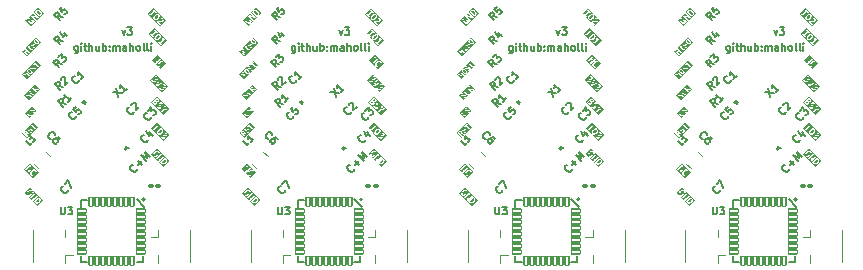
<source format=gto>
G04 #@! TF.GenerationSoftware,KiCad,Pcbnew,(6.0.6)*
G04 #@! TF.CreationDate,2022-08-31T11:07:13-07:00*
G04 #@! TF.ProjectId,kikit_panel,6b696b69-745f-4706-916e-656c2e6b6963,rev?*
G04 #@! TF.SameCoordinates,Original*
G04 #@! TF.FileFunction,Legend,Top*
G04 #@! TF.FilePolarity,Positive*
%FSLAX46Y46*%
G04 Gerber Fmt 4.6, Leading zero omitted, Abs format (unit mm)*
G04 Created by KiCad (PCBNEW (6.0.6)) date 2022-08-31 11:07:13*
%MOMM*%
%LPD*%
G01*
G04 APERTURE LIST*
G04 Aperture macros list*
%AMRoundRect*
0 Rectangle with rounded corners*
0 $1 Rounding radius*
0 $2 $3 $4 $5 $6 $7 $8 $9 X,Y pos of 4 corners*
0 Add a 4 corners polygon primitive as box body*
4,1,4,$2,$3,$4,$5,$6,$7,$8,$9,$2,$3,0*
0 Add four circle primitives for the rounded corners*
1,1,$1+$1,$2,$3*
1,1,$1+$1,$4,$5*
1,1,$1+$1,$6,$7*
1,1,$1+$1,$8,$9*
0 Add four rect primitives between the rounded corners*
20,1,$1+$1,$2,$3,$4,$5,0*
20,1,$1+$1,$4,$5,$6,$7,0*
20,1,$1+$1,$6,$7,$8,$9,0*
20,1,$1+$1,$8,$9,$2,$3,0*%
%AMRotRect*
0 Rectangle, with rotation*
0 The origin of the aperture is its center*
0 $1 length*
0 $2 width*
0 $3 Rotation angle, in degrees counterclockwise*
0 Add horizontal line*
21,1,$1,$2,0,0,$3*%
G04 Aperture macros list end*
%ADD10C,0.152400*%
%ADD11C,0.127000*%
%ADD12C,0.120000*%
%ADD13C,0.250000*%
%ADD14C,0.203200*%
%ADD15C,0.180000*%
%ADD16C,0.010000*%
%ADD17R,1.050000X1.000000*%
%ADD18R,2.200000X1.050000*%
%ADD19RoundRect,0.100000X-0.130000X-0.100000X0.130000X-0.100000X0.130000X0.100000X-0.130000X0.100000X0*%
%ADD20RoundRect,0.147500X0.017678X-0.226274X0.226274X-0.017678X-0.017678X0.226274X-0.226274X0.017678X0*%
%ADD21C,0.500000*%
%ADD22RoundRect,0.147500X-0.017678X0.226274X-0.226274X0.017678X0.017678X-0.226274X0.226274X-0.017678X0*%
%ADD23C,1.200000*%
%ADD24R,1.200000X1.200000*%
%ADD25RotRect,0.300000X0.850000X315.000000*%
%ADD26RotRect,0.300000X0.850000X225.000000*%
%ADD27RotRect,2.650000X2.650000X225.000000*%
%ADD28C,2.000000*%
%ADD29RoundRect,0.147500X0.226274X0.017678X0.017678X0.226274X-0.226274X-0.017678X-0.017678X-0.226274X0*%
%ADD30RoundRect,0.243750X0.494975X0.150260X0.150260X0.494975X-0.494975X-0.150260X-0.150260X-0.494975X0*%
%ADD31RoundRect,0.063500X-0.152400X0.381000X-0.152400X-0.381000X0.152400X-0.381000X0.152400X0.381000X0*%
%ADD32RoundRect,0.063500X-0.381000X-0.152400X0.381000X-0.152400X0.381000X0.152400X-0.381000X0.152400X0*%
%ADD33RoundRect,0.063500X0.152400X-0.381000X0.152400X0.381000X-0.152400X0.381000X-0.152400X-0.381000X0*%
%ADD34RoundRect,0.063500X0.381000X0.152400X-0.381000X0.152400X-0.381000X-0.152400X0.381000X-0.152400X0*%
%ADD35R,2.794000X2.794000*%
%ADD36RotRect,0.900000X0.800000X315.000000*%
%ADD37RotRect,0.550000X0.550000X45.000000*%
%ADD38RotRect,0.300000X0.500000X315.000000*%
G04 APERTURE END LIST*
D10*
X44777717Y-34445008D02*
X44777717Y-34487771D01*
X44734954Y-34573297D01*
X44692191Y-34616060D01*
X44606664Y-34658823D01*
X44521138Y-34658823D01*
X44456993Y-34637442D01*
X44350086Y-34573297D01*
X44285941Y-34509152D01*
X44221796Y-34402244D01*
X44200415Y-34338100D01*
X44200415Y-34252574D01*
X44243178Y-34167047D01*
X44285941Y-34124284D01*
X44371467Y-34081521D01*
X44414230Y-34081521D01*
X44841862Y-34124284D02*
X45183967Y-33782179D01*
X45183967Y-34124284D02*
X44841862Y-33782179D01*
X45568835Y-33739416D02*
X45119822Y-33290403D01*
X45590216Y-33461456D01*
X45419164Y-32991061D01*
X45868177Y-33440074D01*
X26375717Y-34445008D02*
X26375717Y-34487771D01*
X26332954Y-34573297D01*
X26290191Y-34616060D01*
X26204664Y-34658823D01*
X26119138Y-34658823D01*
X26054993Y-34637442D01*
X25948086Y-34573297D01*
X25883941Y-34509152D01*
X25819796Y-34402244D01*
X25798415Y-34338100D01*
X25798415Y-34252574D01*
X25841178Y-34167047D01*
X25883941Y-34124284D01*
X25969467Y-34081521D01*
X26012230Y-34081521D01*
X26439862Y-34124284D02*
X26781967Y-33782179D01*
X26781967Y-34124284D02*
X26439862Y-33782179D01*
X27166835Y-33739416D02*
X26717822Y-33290403D01*
X27188216Y-33461456D01*
X27017164Y-32991061D01*
X27466177Y-33440074D01*
X81581717Y-34445008D02*
X81581717Y-34487771D01*
X81538954Y-34573297D01*
X81496191Y-34616060D01*
X81410664Y-34658823D01*
X81325138Y-34658823D01*
X81260993Y-34637442D01*
X81154086Y-34573297D01*
X81089941Y-34509152D01*
X81025796Y-34402244D01*
X81004415Y-34338100D01*
X81004415Y-34252574D01*
X81047178Y-34167047D01*
X81089941Y-34124284D01*
X81175467Y-34081521D01*
X81218230Y-34081521D01*
X81645862Y-34124284D02*
X81987967Y-33782179D01*
X81987967Y-34124284D02*
X81645862Y-33782179D01*
X82372835Y-33739416D02*
X81923822Y-33290403D01*
X82394216Y-33461456D01*
X82223164Y-32991061D01*
X82672177Y-33440074D01*
X63179717Y-34445008D02*
X63179717Y-34487771D01*
X63136954Y-34573297D01*
X63094191Y-34616060D01*
X63008664Y-34658823D01*
X62923138Y-34658823D01*
X62858993Y-34637442D01*
X62752086Y-34573297D01*
X62687941Y-34509152D01*
X62623796Y-34402244D01*
X62602415Y-34338100D01*
X62602415Y-34252574D01*
X62645178Y-34167047D01*
X62687941Y-34124284D01*
X62773467Y-34081521D01*
X62816230Y-34081521D01*
X63243862Y-34124284D02*
X63585967Y-33782179D01*
X63585967Y-34124284D02*
X63243862Y-33782179D01*
X63970835Y-33739416D02*
X63521822Y-33290403D01*
X63992216Y-33461456D01*
X63821164Y-32991061D01*
X64270177Y-33440074D01*
X39774072Y-23983917D02*
X39774072Y-24497965D01*
X39743834Y-24558441D01*
X39713596Y-24588679D01*
X39653120Y-24618917D01*
X39562406Y-24618917D01*
X39501930Y-24588679D01*
X39774072Y-24377012D02*
X39713596Y-24407250D01*
X39592644Y-24407250D01*
X39532168Y-24377012D01*
X39501930Y-24346774D01*
X39471691Y-24286298D01*
X39471691Y-24104869D01*
X39501930Y-24044393D01*
X39532168Y-24014155D01*
X39592644Y-23983917D01*
X39713596Y-23983917D01*
X39774072Y-24014155D01*
X40076453Y-24407250D02*
X40076453Y-23983917D01*
X40076453Y-23772250D02*
X40046215Y-23802489D01*
X40076453Y-23832727D01*
X40106691Y-23802489D01*
X40076453Y-23772250D01*
X40076453Y-23832727D01*
X40288120Y-23983917D02*
X40530025Y-23983917D01*
X40378834Y-23772250D02*
X40378834Y-24316536D01*
X40409072Y-24377012D01*
X40469549Y-24407250D01*
X40530025Y-24407250D01*
X40741691Y-24407250D02*
X40741691Y-23772250D01*
X41013834Y-24407250D02*
X41013834Y-24074631D01*
X40983596Y-24014155D01*
X40923120Y-23983917D01*
X40832406Y-23983917D01*
X40771930Y-24014155D01*
X40741691Y-24044393D01*
X41588358Y-23983917D02*
X41588358Y-24407250D01*
X41316215Y-23983917D02*
X41316215Y-24316536D01*
X41346453Y-24377012D01*
X41406930Y-24407250D01*
X41497644Y-24407250D01*
X41558120Y-24377012D01*
X41588358Y-24346774D01*
X41890739Y-24407250D02*
X41890739Y-23772250D01*
X41890739Y-24014155D02*
X41951215Y-23983917D01*
X42072168Y-23983917D01*
X42132644Y-24014155D01*
X42162882Y-24044393D01*
X42193120Y-24104869D01*
X42193120Y-24286298D01*
X42162882Y-24346774D01*
X42132644Y-24377012D01*
X42072168Y-24407250D01*
X41951215Y-24407250D01*
X41890739Y-24377012D01*
X42465263Y-24346774D02*
X42495501Y-24377012D01*
X42465263Y-24407250D01*
X42435025Y-24377012D01*
X42465263Y-24346774D01*
X42465263Y-24407250D01*
X42465263Y-24014155D02*
X42495501Y-24044393D01*
X42465263Y-24074631D01*
X42435025Y-24044393D01*
X42465263Y-24014155D01*
X42465263Y-24074631D01*
X42767644Y-24407250D02*
X42767644Y-23983917D01*
X42767644Y-24044393D02*
X42797882Y-24014155D01*
X42858358Y-23983917D01*
X42949072Y-23983917D01*
X43009549Y-24014155D01*
X43039787Y-24074631D01*
X43039787Y-24407250D01*
X43039787Y-24074631D02*
X43070025Y-24014155D01*
X43130501Y-23983917D01*
X43221215Y-23983917D01*
X43281691Y-24014155D01*
X43311930Y-24074631D01*
X43311930Y-24407250D01*
X43886453Y-24407250D02*
X43886453Y-24074631D01*
X43856215Y-24014155D01*
X43795739Y-23983917D01*
X43674787Y-23983917D01*
X43614311Y-24014155D01*
X43886453Y-24377012D02*
X43825977Y-24407250D01*
X43674787Y-24407250D01*
X43614311Y-24377012D01*
X43584072Y-24316536D01*
X43584072Y-24256060D01*
X43614311Y-24195584D01*
X43674787Y-24165346D01*
X43825977Y-24165346D01*
X43886453Y-24135108D01*
X44188834Y-24407250D02*
X44188834Y-23772250D01*
X44460977Y-24407250D02*
X44460977Y-24074631D01*
X44430739Y-24014155D01*
X44370263Y-23983917D01*
X44279549Y-23983917D01*
X44219072Y-24014155D01*
X44188834Y-24044393D01*
X44854072Y-24407250D02*
X44793596Y-24377012D01*
X44763358Y-24346774D01*
X44733120Y-24286298D01*
X44733120Y-24104869D01*
X44763358Y-24044393D01*
X44793596Y-24014155D01*
X44854072Y-23983917D01*
X44944787Y-23983917D01*
X45005263Y-24014155D01*
X45035501Y-24044393D01*
X45065739Y-24104869D01*
X45065739Y-24286298D01*
X45035501Y-24346774D01*
X45005263Y-24377012D01*
X44944787Y-24407250D01*
X44854072Y-24407250D01*
X45428596Y-24407250D02*
X45368120Y-24377012D01*
X45337882Y-24316536D01*
X45337882Y-23772250D01*
X45761215Y-24407250D02*
X45700739Y-24377012D01*
X45670501Y-24316536D01*
X45670501Y-23772250D01*
X46003120Y-24407250D02*
X46003120Y-23983917D01*
X46003120Y-23772250D02*
X45972882Y-23802489D01*
X46003120Y-23832727D01*
X46033358Y-23802489D01*
X46003120Y-23772250D01*
X46003120Y-23832727D01*
X21372072Y-23983917D02*
X21372072Y-24497965D01*
X21341834Y-24558441D01*
X21311596Y-24588679D01*
X21251120Y-24618917D01*
X21160406Y-24618917D01*
X21099930Y-24588679D01*
X21372072Y-24377012D02*
X21311596Y-24407250D01*
X21190644Y-24407250D01*
X21130168Y-24377012D01*
X21099930Y-24346774D01*
X21069691Y-24286298D01*
X21069691Y-24104869D01*
X21099930Y-24044393D01*
X21130168Y-24014155D01*
X21190644Y-23983917D01*
X21311596Y-23983917D01*
X21372072Y-24014155D01*
X21674453Y-24407250D02*
X21674453Y-23983917D01*
X21674453Y-23772250D02*
X21644215Y-23802489D01*
X21674453Y-23832727D01*
X21704691Y-23802489D01*
X21674453Y-23772250D01*
X21674453Y-23832727D01*
X21886120Y-23983917D02*
X22128025Y-23983917D01*
X21976834Y-23772250D02*
X21976834Y-24316536D01*
X22007072Y-24377012D01*
X22067549Y-24407250D01*
X22128025Y-24407250D01*
X22339691Y-24407250D02*
X22339691Y-23772250D01*
X22611834Y-24407250D02*
X22611834Y-24074631D01*
X22581596Y-24014155D01*
X22521120Y-23983917D01*
X22430406Y-23983917D01*
X22369930Y-24014155D01*
X22339691Y-24044393D01*
X23186358Y-23983917D02*
X23186358Y-24407250D01*
X22914215Y-23983917D02*
X22914215Y-24316536D01*
X22944453Y-24377012D01*
X23004930Y-24407250D01*
X23095644Y-24407250D01*
X23156120Y-24377012D01*
X23186358Y-24346774D01*
X23488739Y-24407250D02*
X23488739Y-23772250D01*
X23488739Y-24014155D02*
X23549215Y-23983917D01*
X23670168Y-23983917D01*
X23730644Y-24014155D01*
X23760882Y-24044393D01*
X23791120Y-24104869D01*
X23791120Y-24286298D01*
X23760882Y-24346774D01*
X23730644Y-24377012D01*
X23670168Y-24407250D01*
X23549215Y-24407250D01*
X23488739Y-24377012D01*
X24063263Y-24346774D02*
X24093501Y-24377012D01*
X24063263Y-24407250D01*
X24033025Y-24377012D01*
X24063263Y-24346774D01*
X24063263Y-24407250D01*
X24063263Y-24014155D02*
X24093501Y-24044393D01*
X24063263Y-24074631D01*
X24033025Y-24044393D01*
X24063263Y-24014155D01*
X24063263Y-24074631D01*
X24365644Y-24407250D02*
X24365644Y-23983917D01*
X24365644Y-24044393D02*
X24395882Y-24014155D01*
X24456358Y-23983917D01*
X24547072Y-23983917D01*
X24607549Y-24014155D01*
X24637787Y-24074631D01*
X24637787Y-24407250D01*
X24637787Y-24074631D02*
X24668025Y-24014155D01*
X24728501Y-23983917D01*
X24819215Y-23983917D01*
X24879691Y-24014155D01*
X24909930Y-24074631D01*
X24909930Y-24407250D01*
X25484453Y-24407250D02*
X25484453Y-24074631D01*
X25454215Y-24014155D01*
X25393739Y-23983917D01*
X25272787Y-23983917D01*
X25212311Y-24014155D01*
X25484453Y-24377012D02*
X25423977Y-24407250D01*
X25272787Y-24407250D01*
X25212311Y-24377012D01*
X25182072Y-24316536D01*
X25182072Y-24256060D01*
X25212311Y-24195584D01*
X25272787Y-24165346D01*
X25423977Y-24165346D01*
X25484453Y-24135108D01*
X25786834Y-24407250D02*
X25786834Y-23772250D01*
X26058977Y-24407250D02*
X26058977Y-24074631D01*
X26028739Y-24014155D01*
X25968263Y-23983917D01*
X25877549Y-23983917D01*
X25817072Y-24014155D01*
X25786834Y-24044393D01*
X26452072Y-24407250D02*
X26391596Y-24377012D01*
X26361358Y-24346774D01*
X26331120Y-24286298D01*
X26331120Y-24104869D01*
X26361358Y-24044393D01*
X26391596Y-24014155D01*
X26452072Y-23983917D01*
X26542787Y-23983917D01*
X26603263Y-24014155D01*
X26633501Y-24044393D01*
X26663739Y-24104869D01*
X26663739Y-24286298D01*
X26633501Y-24346774D01*
X26603263Y-24377012D01*
X26542787Y-24407250D01*
X26452072Y-24407250D01*
X27026596Y-24407250D02*
X26966120Y-24377012D01*
X26935882Y-24316536D01*
X26935882Y-23772250D01*
X27359215Y-24407250D02*
X27298739Y-24377012D01*
X27268501Y-24316536D01*
X27268501Y-23772250D01*
X27601120Y-24407250D02*
X27601120Y-23983917D01*
X27601120Y-23772250D02*
X27570882Y-23802489D01*
X27601120Y-23832727D01*
X27631358Y-23802489D01*
X27601120Y-23772250D01*
X27601120Y-23832727D01*
X76578072Y-23983917D02*
X76578072Y-24497965D01*
X76547834Y-24558441D01*
X76517596Y-24588679D01*
X76457120Y-24618917D01*
X76366406Y-24618917D01*
X76305930Y-24588679D01*
X76578072Y-24377012D02*
X76517596Y-24407250D01*
X76396644Y-24407250D01*
X76336168Y-24377012D01*
X76305930Y-24346774D01*
X76275691Y-24286298D01*
X76275691Y-24104869D01*
X76305930Y-24044393D01*
X76336168Y-24014155D01*
X76396644Y-23983917D01*
X76517596Y-23983917D01*
X76578072Y-24014155D01*
X76880453Y-24407250D02*
X76880453Y-23983917D01*
X76880453Y-23772250D02*
X76850215Y-23802489D01*
X76880453Y-23832727D01*
X76910691Y-23802489D01*
X76880453Y-23772250D01*
X76880453Y-23832727D01*
X77092120Y-23983917D02*
X77334025Y-23983917D01*
X77182834Y-23772250D02*
X77182834Y-24316536D01*
X77213072Y-24377012D01*
X77273549Y-24407250D01*
X77334025Y-24407250D01*
X77545691Y-24407250D02*
X77545691Y-23772250D01*
X77817834Y-24407250D02*
X77817834Y-24074631D01*
X77787596Y-24014155D01*
X77727120Y-23983917D01*
X77636406Y-23983917D01*
X77575930Y-24014155D01*
X77545691Y-24044393D01*
X78392358Y-23983917D02*
X78392358Y-24407250D01*
X78120215Y-23983917D02*
X78120215Y-24316536D01*
X78150453Y-24377012D01*
X78210930Y-24407250D01*
X78301644Y-24407250D01*
X78362120Y-24377012D01*
X78392358Y-24346774D01*
X78694739Y-24407250D02*
X78694739Y-23772250D01*
X78694739Y-24014155D02*
X78755215Y-23983917D01*
X78876168Y-23983917D01*
X78936644Y-24014155D01*
X78966882Y-24044393D01*
X78997120Y-24104869D01*
X78997120Y-24286298D01*
X78966882Y-24346774D01*
X78936644Y-24377012D01*
X78876168Y-24407250D01*
X78755215Y-24407250D01*
X78694739Y-24377012D01*
X79269263Y-24346774D02*
X79299501Y-24377012D01*
X79269263Y-24407250D01*
X79239025Y-24377012D01*
X79269263Y-24346774D01*
X79269263Y-24407250D01*
X79269263Y-24014155D02*
X79299501Y-24044393D01*
X79269263Y-24074631D01*
X79239025Y-24044393D01*
X79269263Y-24014155D01*
X79269263Y-24074631D01*
X79571644Y-24407250D02*
X79571644Y-23983917D01*
X79571644Y-24044393D02*
X79601882Y-24014155D01*
X79662358Y-23983917D01*
X79753072Y-23983917D01*
X79813549Y-24014155D01*
X79843787Y-24074631D01*
X79843787Y-24407250D01*
X79843787Y-24074631D02*
X79874025Y-24014155D01*
X79934501Y-23983917D01*
X80025215Y-23983917D01*
X80085691Y-24014155D01*
X80115930Y-24074631D01*
X80115930Y-24407250D01*
X80690453Y-24407250D02*
X80690453Y-24074631D01*
X80660215Y-24014155D01*
X80599739Y-23983917D01*
X80478787Y-23983917D01*
X80418311Y-24014155D01*
X80690453Y-24377012D02*
X80629977Y-24407250D01*
X80478787Y-24407250D01*
X80418311Y-24377012D01*
X80388072Y-24316536D01*
X80388072Y-24256060D01*
X80418311Y-24195584D01*
X80478787Y-24165346D01*
X80629977Y-24165346D01*
X80690453Y-24135108D01*
X80992834Y-24407250D02*
X80992834Y-23772250D01*
X81264977Y-24407250D02*
X81264977Y-24074631D01*
X81234739Y-24014155D01*
X81174263Y-23983917D01*
X81083549Y-23983917D01*
X81023072Y-24014155D01*
X80992834Y-24044393D01*
X81658072Y-24407250D02*
X81597596Y-24377012D01*
X81567358Y-24346774D01*
X81537120Y-24286298D01*
X81537120Y-24104869D01*
X81567358Y-24044393D01*
X81597596Y-24014155D01*
X81658072Y-23983917D01*
X81748787Y-23983917D01*
X81809263Y-24014155D01*
X81839501Y-24044393D01*
X81869739Y-24104869D01*
X81869739Y-24286298D01*
X81839501Y-24346774D01*
X81809263Y-24377012D01*
X81748787Y-24407250D01*
X81658072Y-24407250D01*
X82232596Y-24407250D02*
X82172120Y-24377012D01*
X82141882Y-24316536D01*
X82141882Y-23772250D01*
X82565215Y-24407250D02*
X82504739Y-24377012D01*
X82474501Y-24316536D01*
X82474501Y-23772250D01*
X82807120Y-24407250D02*
X82807120Y-23983917D01*
X82807120Y-23772250D02*
X82776882Y-23802489D01*
X82807120Y-23832727D01*
X82837358Y-23802489D01*
X82807120Y-23772250D01*
X82807120Y-23832727D01*
X58176072Y-23983917D02*
X58176072Y-24497965D01*
X58145834Y-24558441D01*
X58115596Y-24588679D01*
X58055120Y-24618917D01*
X57964406Y-24618917D01*
X57903930Y-24588679D01*
X58176072Y-24377012D02*
X58115596Y-24407250D01*
X57994644Y-24407250D01*
X57934168Y-24377012D01*
X57903930Y-24346774D01*
X57873691Y-24286298D01*
X57873691Y-24104869D01*
X57903930Y-24044393D01*
X57934168Y-24014155D01*
X57994644Y-23983917D01*
X58115596Y-23983917D01*
X58176072Y-24014155D01*
X58478453Y-24407250D02*
X58478453Y-23983917D01*
X58478453Y-23772250D02*
X58448215Y-23802489D01*
X58478453Y-23832727D01*
X58508691Y-23802489D01*
X58478453Y-23772250D01*
X58478453Y-23832727D01*
X58690120Y-23983917D02*
X58932025Y-23983917D01*
X58780834Y-23772250D02*
X58780834Y-24316536D01*
X58811072Y-24377012D01*
X58871549Y-24407250D01*
X58932025Y-24407250D01*
X59143691Y-24407250D02*
X59143691Y-23772250D01*
X59415834Y-24407250D02*
X59415834Y-24074631D01*
X59385596Y-24014155D01*
X59325120Y-23983917D01*
X59234406Y-23983917D01*
X59173930Y-24014155D01*
X59143691Y-24044393D01*
X59990358Y-23983917D02*
X59990358Y-24407250D01*
X59718215Y-23983917D02*
X59718215Y-24316536D01*
X59748453Y-24377012D01*
X59808930Y-24407250D01*
X59899644Y-24407250D01*
X59960120Y-24377012D01*
X59990358Y-24346774D01*
X60292739Y-24407250D02*
X60292739Y-23772250D01*
X60292739Y-24014155D02*
X60353215Y-23983917D01*
X60474168Y-23983917D01*
X60534644Y-24014155D01*
X60564882Y-24044393D01*
X60595120Y-24104869D01*
X60595120Y-24286298D01*
X60564882Y-24346774D01*
X60534644Y-24377012D01*
X60474168Y-24407250D01*
X60353215Y-24407250D01*
X60292739Y-24377012D01*
X60867263Y-24346774D02*
X60897501Y-24377012D01*
X60867263Y-24407250D01*
X60837025Y-24377012D01*
X60867263Y-24346774D01*
X60867263Y-24407250D01*
X60867263Y-24014155D02*
X60897501Y-24044393D01*
X60867263Y-24074631D01*
X60837025Y-24044393D01*
X60867263Y-24014155D01*
X60867263Y-24074631D01*
X61169644Y-24407250D02*
X61169644Y-23983917D01*
X61169644Y-24044393D02*
X61199882Y-24014155D01*
X61260358Y-23983917D01*
X61351072Y-23983917D01*
X61411549Y-24014155D01*
X61441787Y-24074631D01*
X61441787Y-24407250D01*
X61441787Y-24074631D02*
X61472025Y-24014155D01*
X61532501Y-23983917D01*
X61623215Y-23983917D01*
X61683691Y-24014155D01*
X61713930Y-24074631D01*
X61713930Y-24407250D01*
X62288453Y-24407250D02*
X62288453Y-24074631D01*
X62258215Y-24014155D01*
X62197739Y-23983917D01*
X62076787Y-23983917D01*
X62016311Y-24014155D01*
X62288453Y-24377012D02*
X62227977Y-24407250D01*
X62076787Y-24407250D01*
X62016311Y-24377012D01*
X61986072Y-24316536D01*
X61986072Y-24256060D01*
X62016311Y-24195584D01*
X62076787Y-24165346D01*
X62227977Y-24165346D01*
X62288453Y-24135108D01*
X62590834Y-24407250D02*
X62590834Y-23772250D01*
X62862977Y-24407250D02*
X62862977Y-24074631D01*
X62832739Y-24014155D01*
X62772263Y-23983917D01*
X62681549Y-23983917D01*
X62621072Y-24014155D01*
X62590834Y-24044393D01*
X63256072Y-24407250D02*
X63195596Y-24377012D01*
X63165358Y-24346774D01*
X63135120Y-24286298D01*
X63135120Y-24104869D01*
X63165358Y-24044393D01*
X63195596Y-24014155D01*
X63256072Y-23983917D01*
X63346787Y-23983917D01*
X63407263Y-24014155D01*
X63437501Y-24044393D01*
X63467739Y-24104869D01*
X63467739Y-24286298D01*
X63437501Y-24346774D01*
X63407263Y-24377012D01*
X63346787Y-24407250D01*
X63256072Y-24407250D01*
X63830596Y-24407250D02*
X63770120Y-24377012D01*
X63739882Y-24316536D01*
X63739882Y-23772250D01*
X64163215Y-24407250D02*
X64102739Y-24377012D01*
X64072501Y-24316536D01*
X64072501Y-23772250D01*
X64405120Y-24407250D02*
X64405120Y-23983917D01*
X64405120Y-23772250D02*
X64374882Y-23802489D01*
X64405120Y-23832727D01*
X64435358Y-23802489D01*
X64405120Y-23772250D01*
X64405120Y-23832727D01*
X61897082Y-22655103D02*
X62048273Y-23078436D01*
X62199463Y-22655103D01*
X62380892Y-22443436D02*
X62773987Y-22443436D01*
X62562320Y-22685341D01*
X62653035Y-22685341D01*
X62713511Y-22715579D01*
X62743749Y-22745817D01*
X62773987Y-22806294D01*
X62773987Y-22957484D01*
X62743749Y-23017960D01*
X62713511Y-23048198D01*
X62653035Y-23078436D01*
X62471606Y-23078436D01*
X62411130Y-23048198D01*
X62380892Y-23017960D01*
X80299082Y-22655103D02*
X80450273Y-23078436D01*
X80601463Y-22655103D01*
X80782892Y-22443436D02*
X81175987Y-22443436D01*
X80964320Y-22685341D01*
X81055035Y-22685341D01*
X81115511Y-22715579D01*
X81145749Y-22745817D01*
X81175987Y-22806294D01*
X81175987Y-22957484D01*
X81145749Y-23017960D01*
X81115511Y-23048198D01*
X81055035Y-23078436D01*
X80873606Y-23078436D01*
X80813130Y-23048198D01*
X80782892Y-23017960D01*
X25093082Y-22655103D02*
X25244273Y-23078436D01*
X25395463Y-22655103D01*
X25576892Y-22443436D02*
X25969987Y-22443436D01*
X25758320Y-22685341D01*
X25849035Y-22685341D01*
X25909511Y-22715579D01*
X25939749Y-22745817D01*
X25969987Y-22806294D01*
X25969987Y-22957484D01*
X25939749Y-23017960D01*
X25909511Y-23048198D01*
X25849035Y-23078436D01*
X25667606Y-23078436D01*
X25607130Y-23048198D01*
X25576892Y-23017960D01*
X43495082Y-22655103D02*
X43646273Y-23078436D01*
X43797463Y-22655103D01*
X43978892Y-22443436D02*
X44371987Y-22443436D01*
X44160320Y-22685341D01*
X44251035Y-22685341D01*
X44311511Y-22715579D01*
X44341749Y-22745817D01*
X44371987Y-22806294D01*
X44371987Y-22957484D01*
X44341749Y-23017960D01*
X44311511Y-23048198D01*
X44251035Y-23078436D01*
X44069606Y-23078436D01*
X44009130Y-23048198D01*
X43978892Y-23017960D01*
D11*
X20378789Y-28889960D02*
X20015302Y-28825815D01*
X20122210Y-29146539D02*
X19673197Y-28697526D01*
X19844250Y-28526473D01*
X19908395Y-28505092D01*
X19951158Y-28505092D01*
X20015302Y-28526473D01*
X20079447Y-28590618D01*
X20100829Y-28654763D01*
X20100829Y-28697526D01*
X20079447Y-28761670D01*
X19908395Y-28932723D01*
X20806420Y-28462329D02*
X20549841Y-28718907D01*
X20678131Y-28590618D02*
X20229118Y-28141605D01*
X20250500Y-28248513D01*
X20250500Y-28334039D01*
X20229118Y-28398184D01*
X75720725Y-36248197D02*
X75720725Y-36290960D01*
X75677962Y-36376486D01*
X75635199Y-36419249D01*
X75549672Y-36462012D01*
X75464146Y-36462012D01*
X75400001Y-36440631D01*
X75293094Y-36376486D01*
X75228949Y-36312341D01*
X75164804Y-36205434D01*
X75143423Y-36141289D01*
X75143423Y-36055763D01*
X75186186Y-35970236D01*
X75228949Y-35927473D01*
X75314475Y-35884710D01*
X75357238Y-35884710D01*
X75464146Y-35692276D02*
X75763488Y-35392934D01*
X76020067Y-36034381D01*
X75287289Y-23590960D02*
X74923802Y-23526815D01*
X75030710Y-23847539D02*
X74581697Y-23398526D01*
X74752750Y-23227473D01*
X74816895Y-23206092D01*
X74859658Y-23206092D01*
X74923802Y-23227473D01*
X74987947Y-23291618D01*
X75009329Y-23355763D01*
X75009329Y-23398526D01*
X74987947Y-23462670D01*
X74816895Y-23633723D01*
X75372815Y-22906750D02*
X75672157Y-23206092D01*
X75094855Y-22842605D02*
X75308670Y-23270236D01*
X75586631Y-22992276D01*
X38483289Y-21558960D02*
X38119802Y-21494815D01*
X38226710Y-21815539D02*
X37777697Y-21366526D01*
X37948750Y-21195473D01*
X38012895Y-21174092D01*
X38055658Y-21174092D01*
X38119802Y-21195473D01*
X38183947Y-21259618D01*
X38205329Y-21323763D01*
X38205329Y-21366526D01*
X38183947Y-21430670D01*
X38012895Y-21601723D01*
X38440526Y-20703697D02*
X38226710Y-20917513D01*
X38419144Y-21152710D01*
X38419144Y-21109947D01*
X38440526Y-21045802D01*
X38547434Y-20938895D01*
X38611578Y-20917513D01*
X38654341Y-20917513D01*
X38718486Y-20938895D01*
X38825394Y-21045802D01*
X38846775Y-21109947D01*
X38846775Y-21152710D01*
X38825394Y-21216855D01*
X38718486Y-21323763D01*
X38654341Y-21345144D01*
X38611578Y-21345144D01*
X19084802Y-31884938D02*
X19042039Y-31884938D01*
X18956513Y-31842175D01*
X18913750Y-31799412D01*
X18870987Y-31713885D01*
X18870987Y-31628359D01*
X18892368Y-31564214D01*
X18956513Y-31457307D01*
X19020658Y-31393162D01*
X19127565Y-31329017D01*
X19191710Y-31307636D01*
X19277236Y-31307636D01*
X19362763Y-31350399D01*
X19405526Y-31393162D01*
X19448289Y-31478688D01*
X19448289Y-31521451D01*
X19875920Y-31863556D02*
X19790394Y-31778030D01*
X19726249Y-31756648D01*
X19683486Y-31756648D01*
X19576578Y-31778030D01*
X19469670Y-31842175D01*
X19298618Y-32013227D01*
X19277236Y-32077372D01*
X19277236Y-32120135D01*
X19298618Y-32184280D01*
X19384144Y-32269806D01*
X19448289Y-32291187D01*
X19491052Y-32291187D01*
X19555197Y-32269806D01*
X19662104Y-32162898D01*
X19683486Y-32098753D01*
X19683486Y-32055990D01*
X19662104Y-31991846D01*
X19576578Y-31906319D01*
X19512434Y-31884938D01*
X19469670Y-31884938D01*
X19405526Y-31906319D01*
X56821789Y-25559460D02*
X56458302Y-25495315D01*
X56565210Y-25816039D02*
X56116197Y-25367026D01*
X56287250Y-25195973D01*
X56351395Y-25174592D01*
X56394158Y-25174592D01*
X56458302Y-25195973D01*
X56522447Y-25260118D01*
X56543829Y-25324263D01*
X56543829Y-25367026D01*
X56522447Y-25431170D01*
X56351395Y-25602223D01*
X56522447Y-24960776D02*
X56800407Y-24682816D01*
X56821789Y-25003539D01*
X56885934Y-24939395D01*
X56950078Y-24918013D01*
X56992841Y-24918013D01*
X57056986Y-24939395D01*
X57163894Y-25046302D01*
X57185275Y-25110447D01*
X57185275Y-25153210D01*
X57163894Y-25217355D01*
X57035604Y-25345644D01*
X56971460Y-25367026D01*
X56928697Y-25367026D01*
X38780789Y-28889960D02*
X38417302Y-28825815D01*
X38524210Y-29146539D02*
X38075197Y-28697526D01*
X38246250Y-28526473D01*
X38310395Y-28505092D01*
X38353158Y-28505092D01*
X38417302Y-28526473D01*
X38481447Y-28590618D01*
X38502829Y-28654763D01*
X38502829Y-28697526D01*
X38481447Y-28761670D01*
X38310395Y-28932723D01*
X39208420Y-28462329D02*
X38951841Y-28718907D01*
X39080131Y-28590618D02*
X38631118Y-28141605D01*
X38652500Y-28248513D01*
X38652500Y-28334039D01*
X38631118Y-28398184D01*
X54306626Y-32222371D02*
X54135574Y-32393423D01*
X53776363Y-32034213D01*
X54614520Y-31914476D02*
X54409257Y-32119739D01*
X54511889Y-32017108D02*
X54152679Y-31657898D01*
X54169784Y-31743424D01*
X54169784Y-31811845D01*
X54152679Y-31863161D01*
X82771526Y-30045197D02*
X82771526Y-30087960D01*
X82728763Y-30173486D01*
X82686000Y-30216249D01*
X82600473Y-30259012D01*
X82514947Y-30259012D01*
X82450802Y-30237631D01*
X82343895Y-30173486D01*
X82279750Y-30109341D01*
X82215605Y-30002434D01*
X82194224Y-29938289D01*
X82194224Y-29852763D01*
X82236987Y-29767236D01*
X82279750Y-29724473D01*
X82365276Y-29681710D01*
X82408039Y-29681710D01*
X82514947Y-29489276D02*
X82792907Y-29211316D01*
X82814289Y-29532039D01*
X82878434Y-29467895D01*
X82942578Y-29446513D01*
X82985341Y-29446513D01*
X83049486Y-29467895D01*
X83156394Y-29574802D01*
X83177775Y-29638947D01*
X83177775Y-29681710D01*
X83156394Y-29745855D01*
X83028104Y-29874144D01*
X82963960Y-29895526D01*
X82921197Y-29895526D01*
X20514725Y-36248197D02*
X20514725Y-36290960D01*
X20471962Y-36376486D01*
X20429199Y-36419249D01*
X20343672Y-36462012D01*
X20258146Y-36462012D01*
X20194001Y-36440631D01*
X20087094Y-36376486D01*
X20022949Y-36312341D01*
X19958804Y-36205434D01*
X19937423Y-36141289D01*
X19937423Y-36055763D01*
X19980186Y-35970236D01*
X20022949Y-35927473D01*
X20108475Y-35884710D01*
X20151238Y-35884710D01*
X20258146Y-35692276D02*
X20557488Y-35392934D01*
X20814067Y-36034381D01*
X21215526Y-29985197D02*
X21215526Y-30027960D01*
X21172763Y-30113486D01*
X21130000Y-30156249D01*
X21044473Y-30199012D01*
X20958947Y-30199012D01*
X20894802Y-30177631D01*
X20787895Y-30113486D01*
X20723750Y-30049341D01*
X20659605Y-29942434D01*
X20638224Y-29878289D01*
X20638224Y-29792763D01*
X20680987Y-29707236D01*
X20723750Y-29664473D01*
X20809276Y-29621710D01*
X20852039Y-29621710D01*
X21215526Y-29172697D02*
X21001710Y-29386513D01*
X21194144Y-29621710D01*
X21194144Y-29578947D01*
X21215526Y-29514802D01*
X21322434Y-29407895D01*
X21386578Y-29386513D01*
X21429341Y-29386513D01*
X21493486Y-29407895D01*
X21600394Y-29514802D01*
X21621775Y-29578947D01*
X21621775Y-29621710D01*
X21600394Y-29685855D01*
X21493486Y-29792763D01*
X21429341Y-29814144D01*
X21386578Y-29814144D01*
X58019526Y-29985197D02*
X58019526Y-30027960D01*
X57976763Y-30113486D01*
X57933999Y-30156249D01*
X57848473Y-30199012D01*
X57762947Y-30199012D01*
X57698802Y-30177631D01*
X57591895Y-30113486D01*
X57527750Y-30049341D01*
X57463605Y-29942434D01*
X57442224Y-29878289D01*
X57442224Y-29792763D01*
X57484987Y-29707236D01*
X57527750Y-29664473D01*
X57613276Y-29621710D01*
X57656039Y-29621710D01*
X58019526Y-29172697D02*
X57805710Y-29386513D01*
X57998144Y-29621710D01*
X57998144Y-29578947D01*
X58019526Y-29514802D01*
X58126434Y-29407895D01*
X58190578Y-29386513D01*
X58233341Y-29386513D01*
X58297486Y-29407895D01*
X58404394Y-29514802D01*
X58425775Y-29578947D01*
X58425775Y-29621710D01*
X58404394Y-29685855D01*
X58297486Y-29792763D01*
X58233341Y-29814144D01*
X58190578Y-29814144D01*
X44504725Y-29580697D02*
X44504725Y-29623460D01*
X44461962Y-29708986D01*
X44419198Y-29751749D01*
X44333672Y-29794512D01*
X44248146Y-29794512D01*
X44184001Y-29773131D01*
X44077094Y-29708986D01*
X44012949Y-29644841D01*
X43948804Y-29537934D01*
X43927423Y-29473789D01*
X43927423Y-29388263D01*
X43970186Y-29302736D01*
X44012949Y-29259973D01*
X44098475Y-29217210D01*
X44141238Y-29217210D01*
X44312291Y-29046158D02*
X44312291Y-29003395D01*
X44333672Y-28939250D01*
X44440580Y-28832342D01*
X44504725Y-28810960D01*
X44547488Y-28810960D01*
X44611633Y-28832342D01*
X44654396Y-28875105D01*
X44697159Y-28960631D01*
X44697159Y-29473789D01*
X44975119Y-29195829D01*
X75111212Y-37644761D02*
X75111212Y-38158809D01*
X75141450Y-38219285D01*
X75171688Y-38249523D01*
X75232164Y-38279761D01*
X75353117Y-38279761D01*
X75413593Y-38249523D01*
X75443831Y-38219285D01*
X75474069Y-38158809D01*
X75474069Y-37644761D01*
X75715974Y-37644761D02*
X76109069Y-37644761D01*
X75897402Y-37886666D01*
X75988117Y-37886666D01*
X76048593Y-37916904D01*
X76078831Y-37947142D01*
X76109069Y-38007619D01*
X76109069Y-38158809D01*
X76078831Y-38219285D01*
X76048593Y-38249523D01*
X75988117Y-38279761D01*
X75806688Y-38279761D01*
X75746212Y-38249523D01*
X75715974Y-38219285D01*
X26102725Y-29580697D02*
X26102725Y-29623460D01*
X26059962Y-29708986D01*
X26017199Y-29751749D01*
X25931672Y-29794512D01*
X25846146Y-29794512D01*
X25782001Y-29773131D01*
X25675094Y-29708986D01*
X25610949Y-29644841D01*
X25546804Y-29537934D01*
X25525423Y-29473789D01*
X25525423Y-29388263D01*
X25568186Y-29302736D01*
X25610949Y-29259973D01*
X25696475Y-29217210D01*
X25739238Y-29217210D01*
X25910291Y-29046158D02*
X25910291Y-29003395D01*
X25931672Y-28939250D01*
X26038580Y-28832342D01*
X26102725Y-28810960D01*
X26145488Y-28810960D01*
X26209633Y-28832342D01*
X26252396Y-28875105D01*
X26295159Y-28960631D01*
X26295159Y-29473789D01*
X26573119Y-29195829D01*
X76671526Y-26935197D02*
X76671526Y-26977960D01*
X76628763Y-27063486D01*
X76586000Y-27106249D01*
X76500473Y-27149012D01*
X76414947Y-27149012D01*
X76350802Y-27127631D01*
X76243895Y-27063486D01*
X76179750Y-26999341D01*
X76115605Y-26892434D01*
X76094224Y-26828289D01*
X76094224Y-26742763D01*
X76136987Y-26657236D01*
X76179750Y-26614473D01*
X76265276Y-26571710D01*
X76308039Y-26571710D01*
X77141920Y-26550329D02*
X76885341Y-26806907D01*
X77013631Y-26678618D02*
X76564618Y-26229605D01*
X76586000Y-26336513D01*
X76586000Y-26422039D01*
X76564618Y-26486184D01*
X56948790Y-27464460D02*
X56585303Y-27400315D01*
X56692211Y-27721039D02*
X56243198Y-27272026D01*
X56414251Y-27100973D01*
X56478396Y-27079592D01*
X56521159Y-27079592D01*
X56585303Y-27100973D01*
X56649448Y-27165118D01*
X56670830Y-27229263D01*
X56670830Y-27272026D01*
X56649448Y-27336170D01*
X56478396Y-27507223D01*
X56713593Y-26887158D02*
X56713593Y-26844395D01*
X56734974Y-26780250D01*
X56841882Y-26673342D01*
X56906027Y-26651960D01*
X56948790Y-26651960D01*
X57012935Y-26673342D01*
X57055698Y-26716105D01*
X57098461Y-26801631D01*
X57098461Y-27314789D01*
X57376421Y-27036829D01*
X57318725Y-36248197D02*
X57318725Y-36290960D01*
X57275962Y-36376486D01*
X57233198Y-36419249D01*
X57147672Y-36462012D01*
X57062146Y-36462012D01*
X56998001Y-36440631D01*
X56891094Y-36376486D01*
X56826949Y-36312341D01*
X56762804Y-36205434D01*
X56741423Y-36141289D01*
X56741423Y-36055763D01*
X56784186Y-35970236D01*
X56826949Y-35927473D01*
X56912475Y-35884710D01*
X56955238Y-35884710D01*
X57062146Y-35692276D02*
X57361488Y-35392934D01*
X57618067Y-36034381D01*
X56709212Y-37644761D02*
X56709212Y-38158809D01*
X56739450Y-38219285D01*
X56769688Y-38249523D01*
X56830164Y-38279761D01*
X56951117Y-38279761D01*
X57011593Y-38249523D01*
X57041831Y-38219285D01*
X57072069Y-38158809D01*
X57072069Y-37644761D01*
X57313974Y-37644761D02*
X57707069Y-37644761D01*
X57495402Y-37886666D01*
X57586117Y-37886666D01*
X57646593Y-37916904D01*
X57676831Y-37947142D01*
X57707069Y-38007619D01*
X57707069Y-38158809D01*
X57676831Y-38219285D01*
X57646593Y-38249523D01*
X57586117Y-38279761D01*
X57404688Y-38279761D01*
X57344212Y-38249523D01*
X57313974Y-38219285D01*
X21465526Y-26935197D02*
X21465526Y-26977960D01*
X21422763Y-27063486D01*
X21380000Y-27106249D01*
X21294473Y-27149012D01*
X21208947Y-27149012D01*
X21144802Y-27127631D01*
X21037895Y-27063486D01*
X20973750Y-26999341D01*
X20909605Y-26892434D01*
X20888224Y-26828289D01*
X20888224Y-26742763D01*
X20930987Y-26657236D01*
X20973750Y-26614473D01*
X21059276Y-26571710D01*
X21102039Y-26571710D01*
X21935920Y-26550329D02*
X21679341Y-26806907D01*
X21807631Y-26678618D02*
X21358618Y-26229605D01*
X21380000Y-26336513D01*
X21380000Y-26422039D01*
X21358618Y-26486184D01*
X42742625Y-27887597D02*
X43490980Y-28037268D01*
X43041967Y-27588255D02*
X43191638Y-28336610D01*
X43897229Y-27631018D02*
X43640651Y-27887597D01*
X43768940Y-27759308D02*
X43319927Y-27310295D01*
X43341309Y-27417203D01*
X43341309Y-27502729D01*
X43319927Y-27566874D01*
X75223789Y-25559460D02*
X74860302Y-25495315D01*
X74967210Y-25816039D02*
X74518197Y-25367026D01*
X74689250Y-25195973D01*
X74753395Y-25174592D01*
X74796158Y-25174592D01*
X74860302Y-25195973D01*
X74924447Y-25260118D01*
X74945829Y-25324263D01*
X74945829Y-25367026D01*
X74924447Y-25431170D01*
X74753395Y-25602223D01*
X74924447Y-24960776D02*
X75202407Y-24682816D01*
X75223789Y-25003539D01*
X75287934Y-24939395D01*
X75352078Y-24918013D01*
X75394841Y-24918013D01*
X75458986Y-24939395D01*
X75565894Y-25046302D01*
X75587275Y-25110447D01*
X75587275Y-25153210D01*
X75565894Y-25217355D01*
X75437604Y-25345644D01*
X75373460Y-25367026D01*
X75330697Y-25367026D01*
X39617526Y-29985197D02*
X39617526Y-30027960D01*
X39574763Y-30113486D01*
X39531999Y-30156249D01*
X39446473Y-30199012D01*
X39360947Y-30199012D01*
X39296802Y-30177631D01*
X39189895Y-30113486D01*
X39125750Y-30049341D01*
X39061605Y-29942434D01*
X39040224Y-29878289D01*
X39040224Y-29792763D01*
X39082987Y-29707236D01*
X39125750Y-29664473D01*
X39211276Y-29621710D01*
X39254039Y-29621710D01*
X39617526Y-29172697D02*
X39403710Y-29386513D01*
X39596144Y-29621710D01*
X39596144Y-29578947D01*
X39617526Y-29514802D01*
X39724434Y-29407895D01*
X39788578Y-29386513D01*
X39831341Y-29386513D01*
X39895486Y-29407895D01*
X40002394Y-29514802D01*
X40023775Y-29578947D01*
X40023775Y-29621710D01*
X40002394Y-29685855D01*
X39895486Y-29792763D01*
X39831341Y-29814144D01*
X39788578Y-29814144D01*
X76421526Y-29985197D02*
X76421526Y-30027960D01*
X76378763Y-30113486D01*
X76336000Y-30156249D01*
X76250473Y-30199012D01*
X76164947Y-30199012D01*
X76100802Y-30177631D01*
X75993895Y-30113486D01*
X75929750Y-30049341D01*
X75865605Y-29942434D01*
X75844224Y-29878289D01*
X75844224Y-29792763D01*
X75886987Y-29707236D01*
X75929750Y-29664473D01*
X76015276Y-29621710D01*
X76058039Y-29621710D01*
X76421526Y-29172697D02*
X76207710Y-29386513D01*
X76400144Y-29621710D01*
X76400144Y-29578947D01*
X76421526Y-29514802D01*
X76528434Y-29407895D01*
X76592578Y-29386513D01*
X76635341Y-29386513D01*
X76699486Y-29407895D01*
X76806394Y-29514802D01*
X76827775Y-29578947D01*
X76827775Y-29621710D01*
X76806394Y-29685855D01*
X76699486Y-29792763D01*
X76635341Y-29814144D01*
X76592578Y-29814144D01*
X56885289Y-23590960D02*
X56521802Y-23526815D01*
X56628710Y-23847539D02*
X56179697Y-23398526D01*
X56350750Y-23227473D01*
X56414895Y-23206092D01*
X56457658Y-23206092D01*
X56521802Y-23227473D01*
X56585947Y-23291618D01*
X56607329Y-23355763D01*
X56607329Y-23398526D01*
X56585947Y-23462670D01*
X56414895Y-23633723D01*
X56970815Y-22906750D02*
X57270157Y-23206092D01*
X56692855Y-22842605D02*
X56906670Y-23270236D01*
X57184631Y-22992276D01*
X72708626Y-32222371D02*
X72537574Y-32393423D01*
X72178363Y-32034213D01*
X73016520Y-31914476D02*
X72811257Y-32119739D01*
X72913889Y-32017108D02*
X72554679Y-31657898D01*
X72571784Y-31743424D01*
X72571784Y-31811845D01*
X72554679Y-31863161D01*
X20017789Y-25559460D02*
X19654302Y-25495315D01*
X19761210Y-25816039D02*
X19312197Y-25367026D01*
X19483250Y-25195973D01*
X19547395Y-25174592D01*
X19590158Y-25174592D01*
X19654302Y-25195973D01*
X19718447Y-25260118D01*
X19739829Y-25324263D01*
X19739829Y-25367026D01*
X19718447Y-25431170D01*
X19547395Y-25602223D01*
X19718447Y-24960776D02*
X19996407Y-24682816D01*
X20017789Y-25003539D01*
X20081934Y-24939395D01*
X20146078Y-24918013D01*
X20188841Y-24918013D01*
X20252986Y-24939395D01*
X20359894Y-25046302D01*
X20381275Y-25110447D01*
X20381275Y-25153210D01*
X20359894Y-25217355D01*
X20231604Y-25345644D01*
X20167460Y-25367026D01*
X20124697Y-25367026D01*
X37486802Y-31884938D02*
X37444039Y-31884938D01*
X37358513Y-31842175D01*
X37315750Y-31799411D01*
X37272987Y-31713885D01*
X37272987Y-31628359D01*
X37294368Y-31564214D01*
X37358513Y-31457307D01*
X37422658Y-31393162D01*
X37529565Y-31329017D01*
X37593710Y-31307636D01*
X37679236Y-31307636D01*
X37764763Y-31350399D01*
X37807526Y-31393162D01*
X37850289Y-31478688D01*
X37850289Y-31521451D01*
X38277920Y-31863556D02*
X38192394Y-31778030D01*
X38128249Y-31756648D01*
X38085486Y-31756648D01*
X37978578Y-31778030D01*
X37871670Y-31842175D01*
X37700618Y-32013227D01*
X37679236Y-32077372D01*
X37679236Y-32120135D01*
X37700618Y-32184280D01*
X37786144Y-32269806D01*
X37850289Y-32291187D01*
X37893052Y-32291187D01*
X37957197Y-32269806D01*
X38064104Y-32162898D01*
X38085486Y-32098753D01*
X38085486Y-32055990D01*
X38064104Y-31991846D01*
X37978578Y-31906319D01*
X37914434Y-31884938D01*
X37871670Y-31884938D01*
X37807526Y-31906319D01*
X38307212Y-37644761D02*
X38307212Y-38158809D01*
X38337450Y-38219285D01*
X38367688Y-38249523D01*
X38428164Y-38279761D01*
X38549117Y-38279761D01*
X38609593Y-38249523D01*
X38639831Y-38219285D01*
X38670069Y-38158809D01*
X38670069Y-37644761D01*
X38911974Y-37644761D02*
X39305069Y-37644761D01*
X39093402Y-37886666D01*
X39184117Y-37886666D01*
X39244593Y-37916904D01*
X39274831Y-37947142D01*
X39305069Y-38007619D01*
X39305069Y-38158809D01*
X39274831Y-38219285D01*
X39244593Y-38249523D01*
X39184117Y-38279761D01*
X39002688Y-38279761D01*
X38942212Y-38249523D01*
X38911974Y-38219285D01*
X75287289Y-21558960D02*
X74923802Y-21494815D01*
X75030710Y-21815539D02*
X74581697Y-21366526D01*
X74752750Y-21195473D01*
X74816895Y-21174092D01*
X74859658Y-21174092D01*
X74923802Y-21195473D01*
X74987947Y-21259618D01*
X75009329Y-21323763D01*
X75009329Y-21366526D01*
X74987947Y-21430670D01*
X74816895Y-21601723D01*
X75244526Y-20703697D02*
X75030710Y-20917513D01*
X75223144Y-21152710D01*
X75223144Y-21109947D01*
X75244526Y-21045802D01*
X75351434Y-20938895D01*
X75415578Y-20917513D01*
X75458341Y-20917513D01*
X75522486Y-20938895D01*
X75629394Y-21045802D01*
X75650775Y-21109947D01*
X75650775Y-21152710D01*
X75629394Y-21216855D01*
X75522486Y-21323763D01*
X75458341Y-21345144D01*
X75415578Y-21345144D01*
X24340625Y-27887597D02*
X25088980Y-28037268D01*
X24639967Y-27588255D02*
X24789638Y-28336610D01*
X25495229Y-27631018D02*
X25238651Y-27887597D01*
X25366940Y-27759308D02*
X24917927Y-27310295D01*
X24939309Y-27417203D01*
X24939309Y-27502729D01*
X24917927Y-27566874D01*
X81308725Y-29580697D02*
X81308725Y-29623460D01*
X81265962Y-29708986D01*
X81223199Y-29751749D01*
X81137672Y-29794512D01*
X81052146Y-29794512D01*
X80988001Y-29773131D01*
X80881094Y-29708986D01*
X80816949Y-29644841D01*
X80752804Y-29537934D01*
X80731423Y-29473789D01*
X80731423Y-29388263D01*
X80774186Y-29302736D01*
X80816949Y-29259973D01*
X80902475Y-29217210D01*
X80945238Y-29217210D01*
X81116291Y-29046158D02*
X81116291Y-29003395D01*
X81137672Y-28939250D01*
X81244580Y-28832342D01*
X81308725Y-28810960D01*
X81351488Y-28810960D01*
X81415633Y-28832342D01*
X81458396Y-28875105D01*
X81501159Y-28960631D01*
X81501159Y-29473789D01*
X81779119Y-29195829D01*
X62906725Y-29580697D02*
X62906725Y-29623460D01*
X62863962Y-29708986D01*
X62821198Y-29751749D01*
X62735672Y-29794512D01*
X62650146Y-29794512D01*
X62586001Y-29773131D01*
X62479094Y-29708986D01*
X62414949Y-29644841D01*
X62350804Y-29537934D01*
X62329423Y-29473789D01*
X62329423Y-29388263D01*
X62372186Y-29302736D01*
X62414949Y-29259973D01*
X62500475Y-29217210D01*
X62543238Y-29217210D01*
X62714291Y-29046158D02*
X62714291Y-29003395D01*
X62735672Y-28939250D01*
X62842580Y-28832342D01*
X62906725Y-28810960D01*
X62949488Y-28810960D01*
X63013633Y-28832342D01*
X63056396Y-28875105D01*
X63099159Y-28960631D01*
X63099159Y-29473789D01*
X63377119Y-29195829D01*
X64369526Y-30045197D02*
X64369526Y-30087960D01*
X64326763Y-30173486D01*
X64283999Y-30216249D01*
X64198473Y-30259012D01*
X64112947Y-30259012D01*
X64048802Y-30237631D01*
X63941895Y-30173486D01*
X63877750Y-30109341D01*
X63813605Y-30002434D01*
X63792224Y-29938289D01*
X63792224Y-29852763D01*
X63834987Y-29767236D01*
X63877750Y-29724473D01*
X63963276Y-29681710D01*
X64006039Y-29681710D01*
X64112947Y-29489276D02*
X64390907Y-29211316D01*
X64412289Y-29532039D01*
X64476434Y-29467895D01*
X64540578Y-29446513D01*
X64583341Y-29446513D01*
X64647486Y-29467895D01*
X64754394Y-29574802D01*
X64775775Y-29638947D01*
X64775775Y-29681710D01*
X64754394Y-29745855D01*
X64626104Y-29874144D01*
X64561960Y-29895526D01*
X64519197Y-29895526D01*
X20081289Y-21558960D02*
X19717802Y-21494815D01*
X19824710Y-21815539D02*
X19375697Y-21366526D01*
X19546750Y-21195473D01*
X19610895Y-21174092D01*
X19653658Y-21174092D01*
X19717802Y-21195473D01*
X19781947Y-21259618D01*
X19803329Y-21323763D01*
X19803329Y-21366526D01*
X19781947Y-21430670D01*
X19610895Y-21601723D01*
X20038526Y-20703697D02*
X19824710Y-20917513D01*
X20017144Y-21152710D01*
X20017144Y-21109947D01*
X20038526Y-21045802D01*
X20145434Y-20938895D01*
X20209578Y-20917513D01*
X20252341Y-20917513D01*
X20316486Y-20938895D01*
X20423394Y-21045802D01*
X20444775Y-21109947D01*
X20444775Y-21152710D01*
X20423394Y-21216855D01*
X20316486Y-21323763D01*
X20252341Y-21345144D01*
X20209578Y-21345144D01*
X27565526Y-30045197D02*
X27565526Y-30087960D01*
X27522763Y-30173486D01*
X27480000Y-30216249D01*
X27394473Y-30259012D01*
X27308947Y-30259012D01*
X27244802Y-30237631D01*
X27137895Y-30173486D01*
X27073750Y-30109341D01*
X27009605Y-30002434D01*
X26988224Y-29938289D01*
X26988224Y-29852763D01*
X27030987Y-29767236D01*
X27073750Y-29724473D01*
X27159276Y-29681710D01*
X27202039Y-29681710D01*
X27308947Y-29489276D02*
X27586907Y-29211316D01*
X27608289Y-29532039D01*
X27672434Y-29467895D01*
X27736578Y-29446513D01*
X27779341Y-29446513D01*
X27843486Y-29467895D01*
X27950394Y-29574802D01*
X27971775Y-29638947D01*
X27971775Y-29681710D01*
X27950394Y-29745855D01*
X27822104Y-29874144D01*
X27757960Y-29895526D01*
X27715197Y-29895526D01*
X74290802Y-31884938D02*
X74248039Y-31884938D01*
X74162513Y-31842175D01*
X74119750Y-31799411D01*
X74076987Y-31713885D01*
X74076987Y-31628359D01*
X74098368Y-31564214D01*
X74162513Y-31457307D01*
X74226658Y-31393162D01*
X74333565Y-31329017D01*
X74397710Y-31307636D01*
X74483236Y-31307636D01*
X74568763Y-31350399D01*
X74611526Y-31393162D01*
X74654289Y-31478688D01*
X74654289Y-31521451D01*
X75081920Y-31863556D02*
X74996394Y-31778030D01*
X74932249Y-31756648D01*
X74889486Y-31756648D01*
X74782578Y-31778030D01*
X74675670Y-31842175D01*
X74504618Y-32013227D01*
X74483236Y-32077372D01*
X74483236Y-32120135D01*
X74504618Y-32184280D01*
X74590144Y-32269806D01*
X74654289Y-32291187D01*
X74697052Y-32291187D01*
X74761197Y-32269806D01*
X74868104Y-32162898D01*
X74889486Y-32098753D01*
X74889486Y-32055990D01*
X74868104Y-31991846D01*
X74782578Y-31906319D01*
X74718434Y-31884938D01*
X74675670Y-31884938D01*
X74611526Y-31906319D01*
X75584789Y-28889960D02*
X75221302Y-28825815D01*
X75328210Y-29146539D02*
X74879197Y-28697526D01*
X75050250Y-28526473D01*
X75114395Y-28505092D01*
X75157158Y-28505092D01*
X75221302Y-28526473D01*
X75285447Y-28590618D01*
X75306829Y-28654763D01*
X75306829Y-28697526D01*
X75285447Y-28761670D01*
X75114395Y-28932723D01*
X76012420Y-28462329D02*
X75755841Y-28718907D01*
X75884131Y-28590618D02*
X75435118Y-28141605D01*
X75456500Y-28248513D01*
X75456500Y-28334039D01*
X75435118Y-28398184D01*
X79546625Y-27887597D02*
X80294980Y-28037268D01*
X79845967Y-27588255D02*
X79995638Y-28336610D01*
X80701229Y-27631018D02*
X80444651Y-27887597D01*
X80572940Y-27759308D02*
X80123927Y-27310295D01*
X80145309Y-27417203D01*
X80145309Y-27502729D01*
X80123927Y-27566874D01*
X38546790Y-27464460D02*
X38183303Y-27400315D01*
X38290211Y-27721039D02*
X37841198Y-27272026D01*
X38012251Y-27100973D01*
X38076396Y-27079592D01*
X38119159Y-27079592D01*
X38183303Y-27100973D01*
X38247448Y-27165118D01*
X38268830Y-27229263D01*
X38268830Y-27272026D01*
X38247448Y-27336170D01*
X38076396Y-27507223D01*
X38311593Y-26887158D02*
X38311593Y-26844395D01*
X38332974Y-26780250D01*
X38439882Y-26673342D01*
X38504027Y-26651960D01*
X38546790Y-26651960D01*
X38610935Y-26673342D01*
X38653698Y-26716105D01*
X38696461Y-26801631D01*
X38696461Y-27314789D01*
X38974421Y-27036829D01*
X55888802Y-31884938D02*
X55846039Y-31884938D01*
X55760513Y-31842175D01*
X55717750Y-31799411D01*
X55674987Y-31713885D01*
X55674987Y-31628359D01*
X55696368Y-31564214D01*
X55760513Y-31457307D01*
X55824658Y-31393162D01*
X55931565Y-31329017D01*
X55995710Y-31307636D01*
X56081236Y-31307636D01*
X56166763Y-31350399D01*
X56209526Y-31393162D01*
X56252289Y-31478688D01*
X56252289Y-31521451D01*
X56679920Y-31863556D02*
X56594394Y-31778030D01*
X56530249Y-31756648D01*
X56487486Y-31756648D01*
X56380578Y-31778030D01*
X56273670Y-31842175D01*
X56102618Y-32013227D01*
X56081236Y-32077372D01*
X56081236Y-32120135D01*
X56102618Y-32184280D01*
X56188144Y-32269806D01*
X56252289Y-32291187D01*
X56295052Y-32291187D01*
X56359197Y-32269806D01*
X56466104Y-32162898D01*
X56487486Y-32098753D01*
X56487486Y-32055990D01*
X56466104Y-31991846D01*
X56380578Y-31906319D01*
X56316434Y-31884938D01*
X56273670Y-31884938D01*
X56209526Y-31906319D01*
X75350790Y-27464460D02*
X74987303Y-27400315D01*
X75094211Y-27721039D02*
X74645198Y-27272026D01*
X74816251Y-27100973D01*
X74880396Y-27079592D01*
X74923159Y-27079592D01*
X74987303Y-27100973D01*
X75051448Y-27165118D01*
X75072830Y-27229263D01*
X75072830Y-27272026D01*
X75051448Y-27336170D01*
X74880396Y-27507223D01*
X75115593Y-26887158D02*
X75115593Y-26844395D01*
X75136974Y-26780250D01*
X75243882Y-26673342D01*
X75308027Y-26651960D01*
X75350790Y-26651960D01*
X75414935Y-26673342D01*
X75457698Y-26716105D01*
X75500461Y-26801631D01*
X75500461Y-27314789D01*
X75778421Y-27036829D01*
X17502626Y-32222371D02*
X17331574Y-32393423D01*
X16972363Y-32034213D01*
X17810520Y-31914476D02*
X17605257Y-32119739D01*
X17707889Y-32017108D02*
X17348679Y-31657898D01*
X17365784Y-31743424D01*
X17365784Y-31811845D01*
X17348679Y-31863161D01*
X57182789Y-28889960D02*
X56819302Y-28825815D01*
X56926210Y-29146539D02*
X56477197Y-28697526D01*
X56648250Y-28526473D01*
X56712395Y-28505092D01*
X56755158Y-28505092D01*
X56819302Y-28526473D01*
X56883447Y-28590618D01*
X56904829Y-28654763D01*
X56904829Y-28697526D01*
X56883447Y-28761670D01*
X56712395Y-28932723D01*
X57610420Y-28462329D02*
X57353841Y-28718907D01*
X57482131Y-28590618D02*
X57033118Y-28141605D01*
X57054500Y-28248513D01*
X57054500Y-28334039D01*
X57033118Y-28398184D01*
X45711226Y-31942803D02*
X45711226Y-31985566D01*
X45668463Y-32071092D01*
X45625699Y-32113855D01*
X45540173Y-32156618D01*
X45454647Y-32156618D01*
X45390502Y-32135237D01*
X45283595Y-32071092D01*
X45219450Y-32006947D01*
X45155305Y-31900040D01*
X45133924Y-31835895D01*
X45133924Y-31750369D01*
X45176687Y-31664842D01*
X45219450Y-31622079D01*
X45304976Y-31579316D01*
X45347739Y-31579316D01*
X45839515Y-31301356D02*
X46138857Y-31600698D01*
X45561555Y-31237211D02*
X45775370Y-31664842D01*
X46053331Y-31386882D01*
X82515226Y-31942803D02*
X82515226Y-31985566D01*
X82472463Y-32071092D01*
X82429700Y-32113855D01*
X82344173Y-32156618D01*
X82258647Y-32156618D01*
X82194502Y-32135237D01*
X82087595Y-32071092D01*
X82023450Y-32006947D01*
X81959305Y-31900040D01*
X81937924Y-31835895D01*
X81937924Y-31750369D01*
X81980687Y-31664842D01*
X82023450Y-31622079D01*
X82108976Y-31579316D01*
X82151739Y-31579316D01*
X82643515Y-31301356D02*
X82942857Y-31600698D01*
X82365555Y-31237211D02*
X82579370Y-31664842D01*
X82857331Y-31386882D01*
X38419789Y-25559460D02*
X38056302Y-25495315D01*
X38163210Y-25816039D02*
X37714197Y-25367026D01*
X37885250Y-25195973D01*
X37949395Y-25174592D01*
X37992158Y-25174592D01*
X38056302Y-25195973D01*
X38120447Y-25260118D01*
X38141829Y-25324263D01*
X38141829Y-25367026D01*
X38120447Y-25431170D01*
X37949395Y-25602223D01*
X38120447Y-24960776D02*
X38398407Y-24682816D01*
X38419789Y-25003539D01*
X38483934Y-24939395D01*
X38548078Y-24918013D01*
X38590841Y-24918013D01*
X38654986Y-24939395D01*
X38761894Y-25046302D01*
X38783275Y-25110447D01*
X38783275Y-25153210D01*
X38761894Y-25217355D01*
X38633604Y-25345644D01*
X38569460Y-25367026D01*
X38526697Y-25367026D01*
X61144625Y-27887597D02*
X61892980Y-28037268D01*
X61443967Y-27588255D02*
X61593638Y-28336610D01*
X62299229Y-27631018D02*
X62042651Y-27887597D01*
X62170940Y-27759308D02*
X61721927Y-27310295D01*
X61743309Y-27417203D01*
X61743309Y-27502729D01*
X61721927Y-27566874D01*
X56885289Y-21558960D02*
X56521802Y-21494815D01*
X56628710Y-21815539D02*
X56179697Y-21366526D01*
X56350750Y-21195473D01*
X56414895Y-21174092D01*
X56457658Y-21174092D01*
X56521802Y-21195473D01*
X56585947Y-21259618D01*
X56607329Y-21323763D01*
X56607329Y-21366526D01*
X56585947Y-21430670D01*
X56414895Y-21601723D01*
X56842526Y-20703697D02*
X56628710Y-20917513D01*
X56821144Y-21152710D01*
X56821144Y-21109947D01*
X56842526Y-21045802D01*
X56949434Y-20938895D01*
X57013578Y-20917513D01*
X57056341Y-20917513D01*
X57120486Y-20938895D01*
X57227394Y-21045802D01*
X57248775Y-21109947D01*
X57248775Y-21152710D01*
X57227394Y-21216855D01*
X57120486Y-21323763D01*
X57056341Y-21345144D01*
X57013578Y-21345144D01*
X39867526Y-26935197D02*
X39867526Y-26977960D01*
X39824763Y-27063486D01*
X39781999Y-27106249D01*
X39696473Y-27149012D01*
X39610947Y-27149012D01*
X39546802Y-27127631D01*
X39439895Y-27063486D01*
X39375750Y-26999341D01*
X39311605Y-26892434D01*
X39290224Y-26828289D01*
X39290224Y-26742763D01*
X39332987Y-26657236D01*
X39375750Y-26614473D01*
X39461276Y-26571710D01*
X39504039Y-26571710D01*
X40337920Y-26550329D02*
X40081341Y-26806907D01*
X40209631Y-26678618D02*
X39760618Y-26229605D01*
X39782000Y-26336513D01*
X39782000Y-26422039D01*
X39760618Y-26486184D01*
X38483289Y-23590960D02*
X38119802Y-23526815D01*
X38226710Y-23847539D02*
X37777697Y-23398526D01*
X37948750Y-23227473D01*
X38012895Y-23206092D01*
X38055658Y-23206092D01*
X38119802Y-23227473D01*
X38183947Y-23291618D01*
X38205329Y-23355763D01*
X38205329Y-23398526D01*
X38183947Y-23462670D01*
X38012895Y-23633723D01*
X38568815Y-22906750D02*
X38868157Y-23206092D01*
X38290855Y-22842605D02*
X38504670Y-23270236D01*
X38782631Y-22992276D01*
X64113226Y-31942803D02*
X64113226Y-31985566D01*
X64070463Y-32071092D01*
X64027699Y-32113855D01*
X63942173Y-32156618D01*
X63856647Y-32156618D01*
X63792502Y-32135237D01*
X63685595Y-32071092D01*
X63621450Y-32006947D01*
X63557305Y-31900040D01*
X63535924Y-31835895D01*
X63535924Y-31750369D01*
X63578687Y-31664842D01*
X63621450Y-31622079D01*
X63706976Y-31579316D01*
X63749739Y-31579316D01*
X64241515Y-31301356D02*
X64540857Y-31600698D01*
X63963555Y-31237211D02*
X64177370Y-31664842D01*
X64455331Y-31386882D01*
X19905212Y-37644761D02*
X19905212Y-38158809D01*
X19935450Y-38219285D01*
X19965688Y-38249523D01*
X20026164Y-38279761D01*
X20147117Y-38279761D01*
X20207593Y-38249523D01*
X20237831Y-38219285D01*
X20268069Y-38158809D01*
X20268069Y-37644761D01*
X20509974Y-37644761D02*
X20903069Y-37644761D01*
X20691402Y-37886666D01*
X20782117Y-37886666D01*
X20842593Y-37916904D01*
X20872831Y-37947142D01*
X20903069Y-38007619D01*
X20903069Y-38158809D01*
X20872831Y-38219285D01*
X20842593Y-38249523D01*
X20782117Y-38279761D01*
X20600688Y-38279761D01*
X20540212Y-38249523D01*
X20509974Y-38219285D01*
X20144790Y-27464460D02*
X19781303Y-27400315D01*
X19888211Y-27721039D02*
X19439198Y-27272026D01*
X19610251Y-27100973D01*
X19674396Y-27079592D01*
X19717159Y-27079592D01*
X19781303Y-27100973D01*
X19845448Y-27165118D01*
X19866830Y-27229263D01*
X19866830Y-27272026D01*
X19845448Y-27336170D01*
X19674396Y-27507223D01*
X19909593Y-26887158D02*
X19909593Y-26844395D01*
X19930974Y-26780250D01*
X20037882Y-26673342D01*
X20102027Y-26651960D01*
X20144790Y-26651960D01*
X20208935Y-26673342D01*
X20251698Y-26716105D01*
X20294461Y-26801631D01*
X20294461Y-27314789D01*
X20572421Y-27036829D01*
X20081289Y-23590960D02*
X19717802Y-23526815D01*
X19824710Y-23847539D02*
X19375697Y-23398526D01*
X19546750Y-23227473D01*
X19610895Y-23206092D01*
X19653658Y-23206092D01*
X19717802Y-23227473D01*
X19781947Y-23291618D01*
X19803329Y-23355763D01*
X19803329Y-23398526D01*
X19781947Y-23462670D01*
X19610895Y-23633723D01*
X20166815Y-22906750D02*
X20466157Y-23206092D01*
X19888855Y-22842605D02*
X20102670Y-23270236D01*
X20380631Y-22992276D01*
X58269526Y-26935197D02*
X58269526Y-26977960D01*
X58226763Y-27063486D01*
X58183999Y-27106249D01*
X58098473Y-27149012D01*
X58012947Y-27149012D01*
X57948802Y-27127631D01*
X57841895Y-27063486D01*
X57777750Y-26999341D01*
X57713605Y-26892434D01*
X57692224Y-26828289D01*
X57692224Y-26742763D01*
X57734987Y-26657236D01*
X57777750Y-26614473D01*
X57863276Y-26571710D01*
X57906039Y-26571710D01*
X58739920Y-26550329D02*
X58483341Y-26806907D01*
X58611631Y-26678618D02*
X58162618Y-26229605D01*
X58184000Y-26336513D01*
X58184000Y-26422039D01*
X58162618Y-26486184D01*
X27309226Y-31942803D02*
X27309226Y-31985566D01*
X27266463Y-32071092D01*
X27223700Y-32113855D01*
X27138173Y-32156618D01*
X27052647Y-32156618D01*
X26988502Y-32135237D01*
X26881595Y-32071092D01*
X26817450Y-32006947D01*
X26753305Y-31900040D01*
X26731924Y-31835895D01*
X26731924Y-31750369D01*
X26774687Y-31664842D01*
X26817450Y-31622079D01*
X26902976Y-31579316D01*
X26945739Y-31579316D01*
X27437515Y-31301356D02*
X27736857Y-31600698D01*
X27159555Y-31237211D02*
X27373370Y-31664842D01*
X27651331Y-31386882D01*
X35904626Y-32222371D02*
X35733574Y-32393423D01*
X35374363Y-32034213D01*
X36212520Y-31914476D02*
X36007257Y-32119739D01*
X36109889Y-32017108D02*
X35750679Y-31657898D01*
X35767784Y-31743424D01*
X35767784Y-31811845D01*
X35750679Y-31863161D01*
X38916725Y-36248197D02*
X38916725Y-36290960D01*
X38873962Y-36376486D01*
X38831198Y-36419249D01*
X38745672Y-36462012D01*
X38660146Y-36462012D01*
X38596001Y-36440631D01*
X38489094Y-36376486D01*
X38424949Y-36312341D01*
X38360804Y-36205434D01*
X38339423Y-36141289D01*
X38339423Y-36055763D01*
X38382186Y-35970236D01*
X38424949Y-35927473D01*
X38510475Y-35884710D01*
X38553238Y-35884710D01*
X38660146Y-35692276D02*
X38959488Y-35392934D01*
X39216067Y-36034381D01*
X45967526Y-30045197D02*
X45967526Y-30087960D01*
X45924763Y-30173486D01*
X45881999Y-30216249D01*
X45796473Y-30259012D01*
X45710947Y-30259012D01*
X45646802Y-30237631D01*
X45539895Y-30173486D01*
X45475750Y-30109341D01*
X45411605Y-30002434D01*
X45390224Y-29938289D01*
X45390224Y-29852763D01*
X45432987Y-29767236D01*
X45475750Y-29724473D01*
X45561276Y-29681710D01*
X45604039Y-29681710D01*
X45710947Y-29489276D02*
X45988907Y-29211316D01*
X46010289Y-29532039D01*
X46074434Y-29467895D01*
X46138578Y-29446513D01*
X46181341Y-29446513D01*
X46245486Y-29467895D01*
X46352394Y-29574802D01*
X46373775Y-29638947D01*
X46373775Y-29681710D01*
X46352394Y-29745855D01*
X46224104Y-29874144D01*
X46159960Y-29895526D01*
X46117197Y-29895526D01*
D12*
X57129000Y-39560000D02*
X57129000Y-40200000D01*
X57129000Y-41720000D02*
X57759000Y-41720000D01*
X54409000Y-42310000D02*
X54409000Y-39610000D01*
X57129000Y-42360000D02*
X57129000Y-41720000D01*
G36*
X83986145Y-33619288D02*
G01*
X83998606Y-33631074D01*
X84031944Y-33687986D01*
X84028240Y-33746919D01*
X83997258Y-33806189D01*
X83948764Y-33862764D01*
X83917783Y-33891221D01*
X83886801Y-33914625D01*
X83825174Y-33942577D01*
X83764557Y-33941230D01*
X83706298Y-33904523D01*
X83698889Y-33897114D01*
X83692154Y-33889032D01*
X83972338Y-33608848D01*
X83986145Y-33619288D01*
G37*
G36*
X83843471Y-34248691D02*
G01*
X83463607Y-33868827D01*
X83546673Y-33868827D01*
X83584391Y-33922034D01*
X83625475Y-33967833D01*
X83669085Y-34005551D01*
X83715054Y-34033838D01*
X83763210Y-34051518D01*
X83813387Y-34057412D01*
X83865585Y-34050845D01*
X83919804Y-34031144D01*
X83975705Y-33996963D01*
X84032955Y-33946955D01*
X84082121Y-33891221D01*
X84116471Y-33837171D01*
X84137266Y-33784889D01*
X84145769Y-33734459D01*
X84142064Y-33685798D01*
X84126237Y-33638820D01*
X84099549Y-33593946D01*
X84063263Y-33551599D01*
X84014770Y-33507146D01*
X83953479Y-33462020D01*
X83546673Y-33868827D01*
X83463607Y-33868827D01*
X83126173Y-33531393D01*
X83199811Y-33531393D01*
X83274571Y-33606153D01*
X83551388Y-33329337D01*
X83530210Y-33400581D01*
X83507983Y-33470626D01*
X83484710Y-33539475D01*
X83460314Y-33607202D01*
X83434720Y-33673880D01*
X83407929Y-33739511D01*
X83474607Y-33806189D01*
X83891516Y-33389280D01*
X83816755Y-33314520D01*
X83560144Y-33571131D01*
X83574540Y-33532993D01*
X83590789Y-33488624D01*
X83607795Y-33439963D01*
X83624466Y-33388944D01*
X83640798Y-33336409D01*
X83656794Y-33283201D01*
X83671359Y-33230919D01*
X83683398Y-33181162D01*
X83616720Y-33114484D01*
X83199811Y-33531393D01*
X83126173Y-33531393D01*
X82776954Y-33182174D01*
X82942863Y-33182174D01*
X82943452Y-33230583D01*
X82955324Y-33276803D01*
X82978223Y-33320413D01*
X83011899Y-33360993D01*
X83054752Y-33400478D01*
X83094405Y-33430029D01*
X83152664Y-33464041D01*
X83360782Y-33255923D01*
X83277939Y-33173081D01*
X83125724Y-33325296D01*
X83107539Y-33311153D01*
X83090701Y-33295661D01*
X83059298Y-33246578D01*
X83056688Y-33190929D01*
X83071543Y-33149882D01*
X83100392Y-33105317D01*
X83143236Y-33057236D01*
X83175564Y-33027769D01*
X83207893Y-33004027D01*
X83272551Y-32977086D01*
X83335862Y-32980454D01*
X83396479Y-33019518D01*
X83433523Y-33071379D01*
X83453054Y-33124587D01*
X83540612Y-33080135D01*
X83534887Y-33058246D01*
X83521753Y-33024906D01*
X83496833Y-32983148D01*
X83457095Y-32936001D01*
X83417105Y-32902915D01*
X83372569Y-32879090D01*
X83324496Y-32865535D01*
X83273898Y-32863261D01*
X83221280Y-32872438D01*
X83167146Y-32893233D01*
X83112674Y-32926489D01*
X83059045Y-32973045D01*
X83011478Y-33026675D01*
X82976539Y-33079798D01*
X82953808Y-33131828D01*
X82942863Y-33182174D01*
X82776954Y-33182174D01*
X82757309Y-33162529D01*
X83248529Y-32671309D01*
X84334691Y-33757471D01*
X83843471Y-34248691D01*
G37*
G36*
X17561346Y-35172566D02*
G01*
X17169358Y-34780578D01*
X17338635Y-34780578D01*
X17342826Y-34847631D01*
X17368869Y-34911390D01*
X17416763Y-34971857D01*
X17455828Y-35006375D01*
X17494892Y-35031801D01*
X17562244Y-35059415D01*
X17606695Y-34973204D01*
X17557866Y-34954009D01*
X17496912Y-34907872D01*
X17458354Y-34850287D01*
X17454481Y-34789334D01*
X17469896Y-34746603D01*
X17498184Y-34701926D01*
X17539344Y-34655302D01*
X17579335Y-34619859D01*
X17617136Y-34595696D01*
X17684824Y-34575155D01*
X17741400Y-34584583D01*
X17786525Y-34615565D01*
X17829631Y-34672815D01*
X17849836Y-34727369D01*
X17937394Y-34682917D01*
X17931669Y-34661028D01*
X17919209Y-34628362D01*
X17896309Y-34588624D01*
X17859939Y-34544845D01*
X17816834Y-34508981D01*
X17769688Y-34483555D01*
X17719511Y-34469075D01*
X17667313Y-34466045D01*
X17613768Y-34474632D01*
X17559550Y-34495005D01*
X17505668Y-34527671D01*
X17453134Y-34573134D01*
X17406829Y-34625247D01*
X17372311Y-34677192D01*
X17349580Y-34728970D01*
X17338635Y-34780578D01*
X17169358Y-34780578D01*
X16846742Y-34457962D01*
X16920380Y-34457962D01*
X16995141Y-34532723D01*
X17271957Y-34255906D01*
X17250778Y-34327150D01*
X17228552Y-34397196D01*
X17205279Y-34466044D01*
X17180882Y-34533771D01*
X17155288Y-34600449D01*
X17128498Y-34666079D01*
X17195176Y-34732758D01*
X17612084Y-34315849D01*
X17537324Y-34241088D01*
X17280713Y-34497700D01*
X17295109Y-34459562D01*
X17311357Y-34415193D01*
X17328364Y-34366532D01*
X17345034Y-34315512D01*
X17361367Y-34262978D01*
X17377363Y-34209770D01*
X17391928Y-34157488D01*
X17403967Y-34107732D01*
X17337288Y-34041053D01*
X16920380Y-34457962D01*
X16846742Y-34457962D01*
X16827434Y-34438654D01*
X17318654Y-33947434D01*
X18052566Y-34681346D01*
X17561346Y-35172566D01*
G37*
D13*
X80832568Y-32702243D02*
G75*
G03*
X80832568Y-32702243I-125001J0D01*
G01*
D12*
X46557000Y-42360000D02*
X46557000Y-41720000D01*
X49277000Y-39610000D02*
X49277000Y-42310000D01*
X46557000Y-40200000D02*
X45927000Y-40200000D01*
X46557000Y-39560000D02*
X46557000Y-40200000D01*
G36*
X53774153Y-31284170D02*
G01*
X53802216Y-31303815D01*
X53825509Y-31358538D01*
X53815196Y-31389478D01*
X53788185Y-31423364D01*
X53773031Y-31438518D01*
X53668635Y-31334123D01*
X53678458Y-31321494D01*
X53687719Y-31311672D01*
X53715782Y-31290063D01*
X53744967Y-31280241D01*
X53774153Y-31284170D01*
G37*
G36*
X54354877Y-30469774D02*
G01*
X54764226Y-30879123D01*
X54717454Y-30925896D01*
X53919896Y-31723454D01*
X53873123Y-31770226D01*
X53463774Y-31360877D01*
X53474252Y-31350399D01*
X53546841Y-31350399D01*
X53889214Y-31692772D01*
X53958249Y-31623737D01*
X53830280Y-31495768D01*
X53866201Y-31459847D01*
X53916996Y-31472616D01*
X53966106Y-31486226D01*
X54013954Y-31501941D01*
X54060961Y-31521025D01*
X54133364Y-31448622D01*
X54080605Y-31427854D01*
X54022514Y-31408490D01*
X53964704Y-31392214D01*
X53912225Y-31380147D01*
X53920924Y-31339736D01*
X53915593Y-31301569D01*
X53898754Y-31266210D01*
X53872936Y-31234218D01*
X53843329Y-31209241D01*
X53812881Y-31192684D01*
X53750580Y-31183704D01*
X53719290Y-31190579D01*
X53688280Y-31204470D01*
X53657691Y-31224957D01*
X53627663Y-31251617D01*
X53608580Y-31271823D01*
X53586410Y-31296799D01*
X53564801Y-31324020D01*
X53546841Y-31350399D01*
X53474252Y-31350399D01*
X53510546Y-31314104D01*
X53769196Y-31055454D01*
X53870972Y-31055454D01*
X53880023Y-31112072D01*
X53915592Y-31163498D01*
X53965826Y-31195771D01*
X54016340Y-31200822D01*
X54065451Y-31188756D01*
X54110913Y-31169111D01*
X54144308Y-31155360D01*
X54177423Y-31145818D01*
X54208013Y-31144976D01*
X54233269Y-31157885D01*
X54247301Y-31176969D01*
X54252633Y-31200822D01*
X54244494Y-31229167D01*
X54219237Y-31261720D01*
X54189280Y-31287748D01*
X54160024Y-31305218D01*
X54106984Y-31324582D01*
X54142905Y-31400914D01*
X54198751Y-31379305D01*
X54235865Y-31356082D01*
X54277048Y-31319530D01*
X54313468Y-31277186D01*
X54336667Y-31236213D01*
X54346644Y-31196613D01*
X54338226Y-31140627D01*
X54302866Y-31089411D01*
X54274312Y-31065627D01*
X54245897Y-31051526D01*
X54190051Y-31044510D01*
X54137293Y-31056857D01*
X54089585Y-31077063D01*
X54059557Y-31090253D01*
X54029529Y-31099514D01*
X54001747Y-31100355D01*
X53978454Y-31088288D01*
X53962427Y-31060038D01*
X53967478Y-31028420D01*
X53993609Y-30993434D01*
X54038790Y-30959478D01*
X54083411Y-30941798D01*
X54050296Y-30868272D01*
X53993889Y-30892126D01*
X53962528Y-30912542D01*
X53930747Y-30940676D01*
X53899409Y-30978124D01*
X53879485Y-31016384D01*
X53870972Y-31055454D01*
X53769196Y-31055454D01*
X54024291Y-30800359D01*
X54086779Y-30800359D01*
X54144028Y-30857608D01*
X54235514Y-30766122D01*
X54525689Y-31056297D01*
X54595286Y-30986700D01*
X54305111Y-30696525D01*
X54396597Y-30605039D01*
X54339348Y-30547789D01*
X54086779Y-30800359D01*
X54024291Y-30800359D01*
X54308104Y-30516546D01*
X54354877Y-30469774D01*
G37*
X83361000Y-39560000D02*
X83361000Y-40200000D01*
X83361000Y-42360000D02*
X83361000Y-41720000D01*
X83361000Y-40200000D02*
X82731000Y-40200000D01*
X86081000Y-39610000D02*
X86081000Y-42310000D01*
G36*
X28361346Y-25972566D02*
G01*
X27969358Y-25580578D01*
X28138635Y-25580578D01*
X28142826Y-25647631D01*
X28168869Y-25711390D01*
X28216763Y-25771857D01*
X28255828Y-25806375D01*
X28294892Y-25831801D01*
X28362244Y-25859415D01*
X28406695Y-25773204D01*
X28357866Y-25754009D01*
X28296912Y-25707872D01*
X28258354Y-25650287D01*
X28254481Y-25589334D01*
X28269896Y-25546603D01*
X28298184Y-25501926D01*
X28339344Y-25455302D01*
X28379335Y-25419859D01*
X28417136Y-25395696D01*
X28484824Y-25375155D01*
X28541400Y-25384583D01*
X28586525Y-25415565D01*
X28629631Y-25472815D01*
X28649836Y-25527369D01*
X28737394Y-25482917D01*
X28731669Y-25461028D01*
X28719209Y-25428362D01*
X28696309Y-25388624D01*
X28659939Y-25344845D01*
X28616834Y-25308981D01*
X28569688Y-25283555D01*
X28519511Y-25269075D01*
X28467313Y-25266045D01*
X28413768Y-25274632D01*
X28359550Y-25295005D01*
X28305668Y-25327671D01*
X28253134Y-25373134D01*
X28206829Y-25425247D01*
X28172311Y-25477192D01*
X28149580Y-25528970D01*
X28138635Y-25580578D01*
X27969358Y-25580578D01*
X27646742Y-25257962D01*
X27720380Y-25257962D01*
X27795141Y-25332723D01*
X28071957Y-25055906D01*
X28050778Y-25127150D01*
X28028552Y-25197196D01*
X28005279Y-25266044D01*
X27980882Y-25333771D01*
X27955288Y-25400449D01*
X27928498Y-25466079D01*
X27995176Y-25532758D01*
X28412084Y-25115849D01*
X28337324Y-25041088D01*
X28080713Y-25297700D01*
X28095109Y-25259562D01*
X28111357Y-25215193D01*
X28128364Y-25166532D01*
X28145034Y-25115512D01*
X28161367Y-25062978D01*
X28177363Y-25009770D01*
X28191928Y-24957488D01*
X28203967Y-24907732D01*
X28137288Y-24841053D01*
X27720380Y-25257962D01*
X27646742Y-25257962D01*
X27627434Y-25238654D01*
X28118654Y-24747434D01*
X28852566Y-25481346D01*
X28361346Y-25972566D01*
G37*
G36*
X28483797Y-31112836D02*
G01*
X28506696Y-31158635D01*
X28495583Y-31209486D01*
X28458876Y-31265052D01*
X28433114Y-31294349D01*
X28404321Y-31324321D01*
X28374433Y-31353030D01*
X28345388Y-31378539D01*
X28289823Y-31415246D01*
X28238298Y-31426360D01*
X28192836Y-31403797D01*
X28169936Y-31357997D01*
X28181049Y-31307146D01*
X28217756Y-31251580D01*
X28243518Y-31222283D01*
X28272311Y-31192311D01*
X28302199Y-31163602D01*
X28331244Y-31138093D01*
X28386809Y-31101386D01*
X28437997Y-31089936D01*
X28483797Y-31112836D01*
G37*
G36*
X29112190Y-31540970D02*
G01*
X28620970Y-32032190D01*
X28237738Y-31648958D01*
X28339663Y-31648958D01*
X28353134Y-31677245D01*
X28375023Y-31713953D01*
X28402300Y-31752679D01*
X28432608Y-31787702D01*
X28473946Y-31824157D01*
X28514442Y-31850003D01*
X28553842Y-31865831D01*
X28591896Y-31872229D01*
X28662952Y-31859096D01*
X28725590Y-31815316D01*
X28754972Y-31777010D01*
X28770378Y-31734831D01*
X28771979Y-31690294D01*
X28759939Y-31644916D01*
X28832679Y-31647610D01*
X28894643Y-31613934D01*
X28933033Y-31559379D01*
X28945494Y-31497079D01*
X28927309Y-31429727D01*
X28905672Y-31394956D01*
X28875112Y-31360017D01*
X28836215Y-31327352D01*
X28794962Y-31304790D01*
X28722222Y-31281216D01*
X28691240Y-31371468D01*
X28750510Y-31392347D01*
X28805065Y-31431410D01*
X28829985Y-31482598D01*
X28807760Y-31532438D01*
X28775767Y-31551633D01*
X28743102Y-31551297D01*
X28711446Y-31537153D01*
X28683158Y-31514254D01*
X28652176Y-31483272D01*
X28583477Y-31551971D01*
X28609071Y-31577564D01*
X28642663Y-31617722D01*
X28662615Y-31657376D01*
X28664216Y-31695178D01*
X28642747Y-31729780D01*
X28580446Y-31757731D01*
X28543319Y-31747881D01*
X28502655Y-31716309D01*
X28472599Y-31682549D01*
X28451130Y-31649968D01*
X28425200Y-31595749D01*
X28339663Y-31648958D01*
X28237738Y-31648958D01*
X27958452Y-31369672D01*
X28063371Y-31369672D01*
X28082454Y-31425349D01*
X28121442Y-31476537D01*
X28171545Y-31514440D01*
X28226661Y-31532962D01*
X28286792Y-31532102D01*
X28334633Y-31518442D01*
X28384200Y-31493290D01*
X28435492Y-31456646D01*
X28488511Y-31408511D01*
X28536689Y-31355534D01*
X28573458Y-31304368D01*
X28598821Y-31255012D01*
X28612776Y-31207466D01*
X28613785Y-31147484D01*
X28594814Y-31091919D01*
X28555863Y-31040769D01*
X28506060Y-31003165D01*
X28450944Y-30984643D01*
X28390514Y-30985204D01*
X28342378Y-30998569D01*
X28292601Y-31023511D01*
X28241183Y-31060028D01*
X28188121Y-31108121D01*
X28139964Y-31161119D01*
X28103258Y-31212348D01*
X28078001Y-31261810D01*
X28064194Y-31309504D01*
X28063371Y-31369672D01*
X27958452Y-31369672D01*
X27587118Y-30998338D01*
X27660756Y-30998338D01*
X27925449Y-31263031D01*
X27994148Y-31194332D01*
X27903896Y-31104080D01*
X28183407Y-30824569D01*
X28273659Y-30914821D01*
X28342357Y-30846122D01*
X28077665Y-30581429D01*
X28008966Y-30650128D01*
X28099891Y-30741053D01*
X27820380Y-31020564D01*
X27729455Y-30929639D01*
X27660756Y-30998338D01*
X27587118Y-30998338D01*
X27567810Y-30979030D01*
X28059030Y-30487810D01*
X29112190Y-31540970D01*
G37*
G36*
X65441471Y-34248691D02*
G01*
X65061607Y-33868827D01*
X65144673Y-33868827D01*
X65182391Y-33922034D01*
X65223475Y-33967833D01*
X65267085Y-34005551D01*
X65313054Y-34033838D01*
X65361210Y-34051518D01*
X65411387Y-34057412D01*
X65463585Y-34050845D01*
X65517804Y-34031144D01*
X65573705Y-33996963D01*
X65630955Y-33946955D01*
X65680121Y-33891221D01*
X65714471Y-33837171D01*
X65735266Y-33784889D01*
X65743769Y-33734459D01*
X65740064Y-33685798D01*
X65724237Y-33638820D01*
X65697549Y-33593946D01*
X65661263Y-33551599D01*
X65612770Y-33507146D01*
X65551479Y-33462020D01*
X65144673Y-33868827D01*
X65061607Y-33868827D01*
X64724173Y-33531393D01*
X64797811Y-33531393D01*
X64872571Y-33606153D01*
X65149388Y-33329337D01*
X65128210Y-33400581D01*
X65105983Y-33470626D01*
X65082710Y-33539475D01*
X65058314Y-33607202D01*
X65032720Y-33673880D01*
X65005929Y-33739511D01*
X65072607Y-33806189D01*
X65489516Y-33389280D01*
X65414755Y-33314520D01*
X65158144Y-33571131D01*
X65172540Y-33532993D01*
X65188789Y-33488624D01*
X65205795Y-33439963D01*
X65222466Y-33388944D01*
X65238798Y-33336409D01*
X65254794Y-33283201D01*
X65269359Y-33230919D01*
X65281398Y-33181162D01*
X65214720Y-33114484D01*
X64797811Y-33531393D01*
X64724173Y-33531393D01*
X64374954Y-33182174D01*
X64540863Y-33182174D01*
X64541452Y-33230583D01*
X64553324Y-33276803D01*
X64576223Y-33320413D01*
X64609899Y-33360993D01*
X64652752Y-33400478D01*
X64692405Y-33430029D01*
X64750664Y-33464041D01*
X64958782Y-33255923D01*
X64875939Y-33173081D01*
X64723724Y-33325296D01*
X64705539Y-33311153D01*
X64688701Y-33295661D01*
X64657298Y-33246578D01*
X64654688Y-33190929D01*
X64669543Y-33149882D01*
X64698392Y-33105317D01*
X64741236Y-33057236D01*
X64773564Y-33027769D01*
X64805893Y-33004027D01*
X64870551Y-32977086D01*
X64933862Y-32980454D01*
X64994479Y-33019518D01*
X65031523Y-33071379D01*
X65051054Y-33124587D01*
X65138612Y-33080135D01*
X65132887Y-33058246D01*
X65119753Y-33024906D01*
X65094833Y-32983148D01*
X65055095Y-32936001D01*
X65015105Y-32902915D01*
X64970569Y-32879090D01*
X64922496Y-32865535D01*
X64871898Y-32863261D01*
X64819280Y-32872438D01*
X64765146Y-32893233D01*
X64710674Y-32926489D01*
X64657045Y-32973045D01*
X64609478Y-33026675D01*
X64574539Y-33079798D01*
X64551808Y-33131828D01*
X64540863Y-33182174D01*
X64374954Y-33182174D01*
X64355309Y-33162529D01*
X64846529Y-32671309D01*
X65932691Y-33757471D01*
X65441471Y-34248691D01*
G37*
G36*
X65584145Y-33619288D02*
G01*
X65596606Y-33631074D01*
X65629944Y-33687986D01*
X65626240Y-33746919D01*
X65595258Y-33806189D01*
X65546764Y-33862764D01*
X65515783Y-33891221D01*
X65484801Y-33914625D01*
X65423174Y-33942577D01*
X65362557Y-33941230D01*
X65304298Y-33904523D01*
X65296889Y-33897114D01*
X65290154Y-33889032D01*
X65570338Y-33608848D01*
X65584145Y-33619288D01*
G37*
X54844796Y-34374888D02*
X54479112Y-34009204D01*
X55848888Y-33370796D02*
X55483204Y-33005112D01*
G36*
X73286145Y-36919288D02*
G01*
X73298606Y-36931074D01*
X73331944Y-36987986D01*
X73328240Y-37046919D01*
X73297258Y-37106189D01*
X73248764Y-37162764D01*
X73217783Y-37191221D01*
X73186801Y-37214625D01*
X73125174Y-37242577D01*
X73064557Y-37241230D01*
X73006298Y-37204523D01*
X72998889Y-37197114D01*
X72992154Y-37189032D01*
X73272338Y-36908848D01*
X73286145Y-36919288D01*
G37*
G36*
X73143471Y-37548691D02*
G01*
X72763607Y-37168827D01*
X72846673Y-37168827D01*
X72884391Y-37222034D01*
X72925475Y-37267833D01*
X72969085Y-37305551D01*
X73015054Y-37333838D01*
X73063210Y-37351518D01*
X73113387Y-37357412D01*
X73165585Y-37350845D01*
X73219804Y-37331144D01*
X73275705Y-37296963D01*
X73332955Y-37246955D01*
X73382121Y-37191221D01*
X73416471Y-37137171D01*
X73437266Y-37084889D01*
X73445769Y-37034459D01*
X73442064Y-36985798D01*
X73426237Y-36938820D01*
X73399549Y-36893946D01*
X73363263Y-36851599D01*
X73314770Y-36807146D01*
X73253479Y-36762020D01*
X72846673Y-37168827D01*
X72763607Y-37168827D01*
X72426173Y-36831393D01*
X72499811Y-36831393D01*
X72574571Y-36906153D01*
X72851388Y-36629337D01*
X72830210Y-36700581D01*
X72807983Y-36770626D01*
X72784710Y-36839475D01*
X72760314Y-36907202D01*
X72734720Y-36973880D01*
X72707929Y-37039511D01*
X72774607Y-37106189D01*
X73191516Y-36689280D01*
X73116755Y-36614520D01*
X72860144Y-36871131D01*
X72874540Y-36832993D01*
X72890789Y-36788624D01*
X72907795Y-36739963D01*
X72924466Y-36688944D01*
X72940798Y-36636409D01*
X72956794Y-36583201D01*
X72971359Y-36530919D01*
X72983398Y-36481162D01*
X72916720Y-36414484D01*
X72499811Y-36831393D01*
X72426173Y-36831393D01*
X72076954Y-36482174D01*
X72242863Y-36482174D01*
X72243452Y-36530583D01*
X72255324Y-36576803D01*
X72278223Y-36620413D01*
X72311899Y-36660993D01*
X72354752Y-36700478D01*
X72394405Y-36730029D01*
X72452664Y-36764041D01*
X72660782Y-36555923D01*
X72577939Y-36473081D01*
X72425724Y-36625296D01*
X72407539Y-36611153D01*
X72390701Y-36595661D01*
X72359298Y-36546578D01*
X72356688Y-36490929D01*
X72371543Y-36449882D01*
X72400392Y-36405317D01*
X72443236Y-36357236D01*
X72475564Y-36327769D01*
X72507893Y-36304027D01*
X72572551Y-36277086D01*
X72635862Y-36280454D01*
X72696479Y-36319518D01*
X72733523Y-36371379D01*
X72753054Y-36424587D01*
X72840612Y-36380135D01*
X72834887Y-36358246D01*
X72821753Y-36324906D01*
X72796833Y-36283148D01*
X72757095Y-36236001D01*
X72717105Y-36202915D01*
X72672569Y-36179090D01*
X72624496Y-36165535D01*
X72573898Y-36163261D01*
X72521280Y-36172438D01*
X72467146Y-36193233D01*
X72412674Y-36226489D01*
X72359045Y-36273045D01*
X72311478Y-36326675D01*
X72276539Y-36379798D01*
X72253808Y-36431828D01*
X72242863Y-36482174D01*
X72076954Y-36482174D01*
X72057309Y-36462529D01*
X72548529Y-35971309D01*
X73634691Y-37057471D01*
X73143471Y-37548691D01*
G37*
G36*
X28281102Y-23110142D02*
G01*
X28304002Y-23155941D01*
X28292889Y-23206792D01*
X28256182Y-23262357D01*
X28230420Y-23291655D01*
X28201627Y-23321627D01*
X28171739Y-23350336D01*
X28142694Y-23375845D01*
X28087129Y-23412552D01*
X28035604Y-23423666D01*
X27990142Y-23401102D01*
X27967242Y-23355303D01*
X27978355Y-23304452D01*
X28015062Y-23248886D01*
X28040824Y-23219589D01*
X28069617Y-23189617D01*
X28099505Y-23160908D01*
X28128550Y-23135399D01*
X28184115Y-23098692D01*
X28235303Y-23087242D01*
X28281102Y-23110142D01*
G37*
G36*
X28423664Y-24034884D02*
G01*
X28077475Y-23688695D01*
X28151113Y-23688695D01*
X28404356Y-23941938D01*
X28473055Y-23873239D01*
X28390213Y-23790397D01*
X28738422Y-23442187D01*
X28681847Y-23385611D01*
X28626617Y-23382917D01*
X28566675Y-23371468D01*
X28508079Y-23354629D01*
X28457564Y-23335098D01*
X28415806Y-23430737D01*
X28473392Y-23455321D01*
X28540407Y-23474516D01*
X28307369Y-23707553D01*
X28219812Y-23619996D01*
X28151113Y-23688695D01*
X28077475Y-23688695D01*
X27755757Y-23366977D01*
X27860677Y-23366977D01*
X27879760Y-23422655D01*
X27918748Y-23473843D01*
X27968851Y-23511746D01*
X28023967Y-23530268D01*
X28084098Y-23529408D01*
X28131939Y-23515748D01*
X28181506Y-23490596D01*
X28232798Y-23453952D01*
X28285817Y-23405817D01*
X28333995Y-23352840D01*
X28370764Y-23301674D01*
X28396127Y-23252318D01*
X28410082Y-23204771D01*
X28411091Y-23144790D01*
X28392120Y-23089225D01*
X28353169Y-23038075D01*
X28303366Y-23000471D01*
X28248250Y-22981949D01*
X28187820Y-22982510D01*
X28139684Y-22995875D01*
X28089907Y-23020817D01*
X28038488Y-23057334D01*
X27985427Y-23105427D01*
X27937270Y-23158425D01*
X27900564Y-23209654D01*
X27875307Y-23259116D01*
X27861500Y-23306810D01*
X27860677Y-23366977D01*
X27755757Y-23366977D01*
X27384424Y-22995644D01*
X27458062Y-22995644D01*
X27722755Y-23260337D01*
X27791454Y-23191638D01*
X27701202Y-23101386D01*
X27980713Y-22821875D01*
X28070964Y-22912127D01*
X28139663Y-22843428D01*
X27874971Y-22578735D01*
X27806272Y-22647434D01*
X27897197Y-22738359D01*
X27617686Y-23017870D01*
X27526761Y-22926945D01*
X27458062Y-22995644D01*
X27384424Y-22995644D01*
X27365116Y-22976336D01*
X27856336Y-22485116D01*
X28914884Y-23543664D01*
X28423664Y-24034884D01*
G37*
G36*
X54365346Y-35172566D02*
G01*
X53973358Y-34780578D01*
X54142635Y-34780578D01*
X54146826Y-34847631D01*
X54172869Y-34911390D01*
X54220763Y-34971857D01*
X54259828Y-35006375D01*
X54298892Y-35031801D01*
X54366244Y-35059415D01*
X54410695Y-34973204D01*
X54361866Y-34954009D01*
X54300912Y-34907872D01*
X54262354Y-34850287D01*
X54258481Y-34789334D01*
X54273896Y-34746603D01*
X54302184Y-34701926D01*
X54343344Y-34655302D01*
X54383335Y-34619859D01*
X54421136Y-34595696D01*
X54488824Y-34575155D01*
X54545400Y-34584583D01*
X54590525Y-34615565D01*
X54633631Y-34672815D01*
X54653836Y-34727369D01*
X54741394Y-34682917D01*
X54735669Y-34661028D01*
X54723209Y-34628362D01*
X54700309Y-34588624D01*
X54663939Y-34544845D01*
X54620834Y-34508981D01*
X54573688Y-34483555D01*
X54523511Y-34469075D01*
X54471313Y-34466045D01*
X54417768Y-34474632D01*
X54363550Y-34495005D01*
X54309668Y-34527671D01*
X54257134Y-34573134D01*
X54210829Y-34625247D01*
X54176311Y-34677192D01*
X54153580Y-34728970D01*
X54142635Y-34780578D01*
X53973358Y-34780578D01*
X53650742Y-34457962D01*
X53724380Y-34457962D01*
X53799141Y-34532723D01*
X54075957Y-34255906D01*
X54054778Y-34327150D01*
X54032552Y-34397196D01*
X54009279Y-34466044D01*
X53984882Y-34533771D01*
X53959288Y-34600449D01*
X53932498Y-34666079D01*
X53999176Y-34732758D01*
X54416084Y-34315849D01*
X54341324Y-34241088D01*
X54084713Y-34497700D01*
X54099109Y-34459562D01*
X54115357Y-34415193D01*
X54132364Y-34366532D01*
X54149034Y-34315512D01*
X54165367Y-34262978D01*
X54181363Y-34209770D01*
X54195928Y-34157488D01*
X54207967Y-34107732D01*
X54141288Y-34041053D01*
X53724380Y-34457962D01*
X53650742Y-34457962D01*
X53631434Y-34438654D01*
X54122654Y-33947434D01*
X54856566Y-34681346D01*
X54365346Y-35172566D01*
G37*
G36*
X46582092Y-21409132D02*
G01*
X46604992Y-21454931D01*
X46593879Y-21505781D01*
X46557171Y-21561347D01*
X46531410Y-21590645D01*
X46502617Y-21620617D01*
X46472729Y-21649326D01*
X46443684Y-21674835D01*
X46388118Y-21711541D01*
X46336594Y-21722655D01*
X46291132Y-21700092D01*
X46268231Y-21654293D01*
X46279345Y-21603443D01*
X46316052Y-21547877D01*
X46341814Y-21518578D01*
X46370607Y-21488607D01*
X46400494Y-21459898D01*
X46429540Y-21434389D01*
X46485105Y-21397682D01*
X46536293Y-21386231D01*
X46582092Y-21409132D01*
G37*
G36*
X46726674Y-22335894D02*
G01*
X46361627Y-21970847D01*
X46435265Y-21970847D01*
X46707367Y-22242948D01*
X46776066Y-22174250D01*
X46596909Y-21995093D01*
X46626207Y-21979939D01*
X46667292Y-21973204D01*
X46711744Y-21971857D01*
X46751145Y-21972868D01*
X46819171Y-21973542D01*
X46885850Y-21967479D01*
X46946129Y-21950305D01*
X46995633Y-21916965D01*
X47037054Y-21853991D01*
X47045474Y-21787649D01*
X47025942Y-21723666D01*
X46984183Y-21667089D01*
X46945708Y-21635350D01*
X46900330Y-21610177D01*
X46849900Y-21594097D01*
X46796272Y-21589635D01*
X46779433Y-21688642D01*
X46853521Y-21699419D01*
X46904034Y-21731074D01*
X46929291Y-21783945D01*
X46905382Y-21838837D01*
X46857224Y-21862073D01*
X46789199Y-21866788D01*
X46750051Y-21866198D01*
X46708714Y-21865104D01*
X46666114Y-21865273D01*
X46623177Y-21868472D01*
X46580661Y-21875965D01*
X46539323Y-21889014D01*
X46500343Y-21909304D01*
X46464900Y-21938518D01*
X46450419Y-21952325D01*
X46435265Y-21970847D01*
X46361627Y-21970847D01*
X46056747Y-21665967D01*
X46161666Y-21665967D01*
X46180750Y-21721645D01*
X46219738Y-21772832D01*
X46269841Y-21810737D01*
X46324958Y-21829258D01*
X46385088Y-21828398D01*
X46432929Y-21814737D01*
X46482495Y-21789586D01*
X46533788Y-21752943D01*
X46586807Y-21704807D01*
X46634984Y-21651830D01*
X46671754Y-21600664D01*
X46697116Y-21551308D01*
X46711071Y-21503761D01*
X46712082Y-21443781D01*
X46693111Y-21388215D01*
X46654159Y-21337065D01*
X46604355Y-21299460D01*
X46549239Y-21280938D01*
X46488810Y-21281500D01*
X46440674Y-21294865D01*
X46390897Y-21319806D01*
X46339478Y-21356324D01*
X46286417Y-21404417D01*
X46238261Y-21457415D01*
X46201554Y-21508644D01*
X46176297Y-21558106D01*
X46162489Y-21605799D01*
X46161666Y-21665967D01*
X46056747Y-21665967D01*
X45685413Y-21294633D01*
X45759052Y-21294633D01*
X46023744Y-21559326D01*
X46092443Y-21490627D01*
X46002192Y-21400376D01*
X46281702Y-21120865D01*
X46371954Y-21211116D01*
X46440653Y-21142417D01*
X46175960Y-20877725D01*
X46107261Y-20946424D01*
X46198186Y-21037348D01*
X45918675Y-21316859D01*
X45827750Y-21225934D01*
X45759052Y-21294633D01*
X45685413Y-21294633D01*
X45666106Y-21275326D01*
X46157326Y-20784106D01*
X47217894Y-21844674D01*
X46726674Y-22335894D01*
G37*
G36*
X28637471Y-34248691D02*
G01*
X28257607Y-33868827D01*
X28340673Y-33868827D01*
X28378391Y-33922034D01*
X28419475Y-33967833D01*
X28463085Y-34005551D01*
X28509054Y-34033838D01*
X28557210Y-34051518D01*
X28607387Y-34057412D01*
X28659585Y-34050845D01*
X28713804Y-34031144D01*
X28769705Y-33996963D01*
X28826955Y-33946955D01*
X28876121Y-33891221D01*
X28910471Y-33837171D01*
X28931266Y-33784889D01*
X28939769Y-33734459D01*
X28936064Y-33685798D01*
X28920237Y-33638820D01*
X28893549Y-33593946D01*
X28857263Y-33551599D01*
X28808770Y-33507146D01*
X28747479Y-33462020D01*
X28340673Y-33868827D01*
X28257607Y-33868827D01*
X27920173Y-33531393D01*
X27993811Y-33531393D01*
X28068571Y-33606153D01*
X28345388Y-33329337D01*
X28324210Y-33400581D01*
X28301983Y-33470626D01*
X28278710Y-33539475D01*
X28254314Y-33607202D01*
X28228720Y-33673880D01*
X28201929Y-33739511D01*
X28268607Y-33806189D01*
X28685516Y-33389280D01*
X28610755Y-33314520D01*
X28354144Y-33571131D01*
X28368540Y-33532993D01*
X28384789Y-33488624D01*
X28401795Y-33439963D01*
X28418466Y-33388944D01*
X28434798Y-33336409D01*
X28450794Y-33283201D01*
X28465359Y-33230919D01*
X28477398Y-33181162D01*
X28410720Y-33114484D01*
X27993811Y-33531393D01*
X27920173Y-33531393D01*
X27570954Y-33182174D01*
X27736863Y-33182174D01*
X27737452Y-33230583D01*
X27749324Y-33276803D01*
X27772223Y-33320413D01*
X27805899Y-33360993D01*
X27848752Y-33400478D01*
X27888405Y-33430029D01*
X27946664Y-33464041D01*
X28154782Y-33255923D01*
X28071939Y-33173081D01*
X27919724Y-33325296D01*
X27901539Y-33311153D01*
X27884701Y-33295661D01*
X27853298Y-33246578D01*
X27850688Y-33190929D01*
X27865543Y-33149882D01*
X27894392Y-33105317D01*
X27937236Y-33057236D01*
X27969564Y-33027769D01*
X28001893Y-33004027D01*
X28066551Y-32977086D01*
X28129862Y-32980454D01*
X28190479Y-33019518D01*
X28227523Y-33071379D01*
X28247054Y-33124587D01*
X28334612Y-33080135D01*
X28328887Y-33058246D01*
X28315753Y-33024906D01*
X28290833Y-32983148D01*
X28251095Y-32936001D01*
X28211105Y-32902915D01*
X28166569Y-32879090D01*
X28118496Y-32865535D01*
X28067898Y-32863261D01*
X28015280Y-32872438D01*
X27961146Y-32893233D01*
X27906674Y-32926489D01*
X27853045Y-32973045D01*
X27805478Y-33026675D01*
X27770539Y-33079798D01*
X27747808Y-33131828D01*
X27736863Y-33182174D01*
X27570954Y-33182174D01*
X27551309Y-33162529D01*
X28042529Y-32671309D01*
X29128691Y-33757471D01*
X28637471Y-34248691D01*
G37*
G36*
X28780145Y-33619288D02*
G01*
X28792606Y-33631074D01*
X28825944Y-33687986D01*
X28822240Y-33746919D01*
X28791258Y-33806189D01*
X28742764Y-33862764D01*
X28711783Y-33891221D01*
X28680801Y-33914625D01*
X28619174Y-33942577D01*
X28558557Y-33941230D01*
X28500298Y-33904523D01*
X28492889Y-33897114D01*
X28486154Y-33889032D01*
X28766338Y-33608848D01*
X28780145Y-33619288D01*
G37*
G36*
X46356652Y-26383432D02*
G01*
X47418568Y-27445348D01*
X46927348Y-27936568D01*
X46544116Y-27553336D01*
X46646041Y-27553336D01*
X46659511Y-27581623D01*
X46681401Y-27618330D01*
X46708678Y-27657057D01*
X46738987Y-27692081D01*
X46780324Y-27728534D01*
X46820820Y-27754381D01*
X46860220Y-27770209D01*
X46898274Y-27776607D01*
X46969330Y-27763474D01*
X47031968Y-27719695D01*
X47061350Y-27681388D01*
X47076756Y-27639209D01*
X47078356Y-27594672D01*
X47066317Y-27549294D01*
X47139057Y-27551988D01*
X47201022Y-27518312D01*
X47239412Y-27463758D01*
X47251872Y-27401456D01*
X47233686Y-27334105D01*
X47212050Y-27299334D01*
X47181489Y-27264395D01*
X47142593Y-27231730D01*
X47101340Y-27209167D01*
X47028600Y-27185594D01*
X46997618Y-27275845D01*
X47056888Y-27296725D01*
X47111443Y-27335789D01*
X47136363Y-27386976D01*
X47114137Y-27436816D01*
X47082145Y-27456011D01*
X47049479Y-27455675D01*
X47017824Y-27441531D01*
X46989536Y-27418631D01*
X46958554Y-27387649D01*
X46889855Y-27456348D01*
X46915449Y-27481942D01*
X46949041Y-27522100D01*
X46968994Y-27561755D01*
X46970593Y-27599555D01*
X46949125Y-27634158D01*
X46886824Y-27662109D01*
X46849696Y-27652259D01*
X46809033Y-27620687D01*
X46778976Y-27586927D01*
X46757508Y-27554346D01*
X46731578Y-27500128D01*
X46646041Y-27553336D01*
X46544116Y-27553336D01*
X46319160Y-27328380D01*
X46392798Y-27328380D01*
X46478335Y-27413917D01*
X46527090Y-27390905D01*
X46576369Y-27366771D01*
X46626173Y-27341514D01*
X46675676Y-27315583D01*
X46724058Y-27289428D01*
X46771316Y-27263048D01*
X46839257Y-27223732D01*
X46902989Y-27185256D01*
X46961332Y-27148634D01*
X47013109Y-27114874D01*
X46926226Y-27027990D01*
X46885141Y-27056951D01*
X46837321Y-27089954D01*
X46785207Y-27125229D01*
X46731242Y-27161010D01*
X46676349Y-27196370D01*
X46621458Y-27230383D01*
X46569007Y-27261281D01*
X46521440Y-27287295D01*
X46547876Y-27239138D01*
X46578689Y-27186267D01*
X46612365Y-27131038D01*
X46647388Y-27075810D01*
X46682833Y-27021676D01*
X46717771Y-26969730D01*
X46750858Y-26922500D01*
X46780745Y-26882509D01*
X46693187Y-26794952D01*
X46663216Y-26840415D01*
X46627183Y-26898674D01*
X46600803Y-26942865D01*
X46573750Y-26989225D01*
X46546024Y-27037756D01*
X46518147Y-27087634D01*
X46490645Y-27138036D01*
X46463517Y-27188961D01*
X46425632Y-27262207D01*
X46392798Y-27328380D01*
X46319160Y-27328380D01*
X45870596Y-26879816D01*
X45972521Y-26879816D01*
X45985992Y-26908104D01*
X46007881Y-26944811D01*
X46035159Y-26983538D01*
X46065467Y-27018561D01*
X46106804Y-27055015D01*
X46147300Y-27080861D01*
X46186700Y-27096689D01*
X46224755Y-27103088D01*
X46295810Y-27089954D01*
X46358448Y-27046175D01*
X46387830Y-27007869D01*
X46403237Y-26965690D01*
X46404837Y-26921153D01*
X46392798Y-26875775D01*
X46465538Y-26878469D01*
X46527502Y-26844792D01*
X46565892Y-26790238D01*
X46578353Y-26727937D01*
X46560167Y-26660585D01*
X46538530Y-26625815D01*
X46507970Y-26590876D01*
X46469074Y-26558210D01*
X46427821Y-26535648D01*
X46355081Y-26512075D01*
X46324099Y-26602326D01*
X46383369Y-26623206D01*
X46437923Y-26662269D01*
X46462844Y-26713457D01*
X46440618Y-26763297D01*
X46408626Y-26782492D01*
X46375960Y-26782155D01*
X46344305Y-26768012D01*
X46316017Y-26745112D01*
X46285035Y-26714130D01*
X46216336Y-26782829D01*
X46241930Y-26808423D01*
X46275521Y-26848581D01*
X46295474Y-26888235D01*
X46297074Y-26926036D01*
X46275606Y-26960638D01*
X46213304Y-26988590D01*
X46176177Y-26978740D01*
X46135514Y-26947168D01*
X46105457Y-26913408D01*
X46083989Y-26880826D01*
X46058058Y-26826608D01*
X45972521Y-26879816D01*
X45870596Y-26879816D01*
X45865432Y-26874652D01*
X46356652Y-26383432D01*
G37*
G36*
X36633385Y-25667965D02*
G01*
X35459965Y-26841385D01*
X35050615Y-26432035D01*
X35086349Y-26396301D01*
X35148836Y-26396301D01*
X35183144Y-26438045D01*
X35220959Y-26482455D01*
X35261441Y-26528689D01*
X35303746Y-26575906D01*
X35347174Y-26623684D01*
X35391023Y-26671602D01*
X35434311Y-26718678D01*
X35476055Y-26763931D01*
X35539478Y-26700508D01*
X35266702Y-26433345D01*
X35454726Y-26539424D01*
X35505240Y-26488910D01*
X35400845Y-26299202D01*
X35667446Y-26572539D01*
X35730870Y-26509116D01*
X35685196Y-26465968D01*
X35640225Y-26424084D01*
X35595534Y-26383182D01*
X35550703Y-26342981D01*
X35505310Y-26303202D01*
X35458936Y-26263562D01*
X35411438Y-26223501D01*
X35362678Y-26182459D01*
X35305430Y-26239708D01*
X35325074Y-26279558D01*
X35351173Y-26330352D01*
X35379798Y-26387040D01*
X35408703Y-26444009D01*
X35355383Y-26416507D01*
X35298695Y-26386760D01*
X35246217Y-26359538D01*
X35206085Y-26339052D01*
X35148836Y-26396301D01*
X35086349Y-26396301D01*
X35394609Y-26088041D01*
X35482042Y-26088041D01*
X35482509Y-26138399D01*
X35493647Y-26178512D01*
X35514431Y-26219993D01*
X35544862Y-26262843D01*
X35584940Y-26307060D01*
X35629105Y-26347191D01*
X35671797Y-26377779D01*
X35713014Y-26398827D01*
X35752759Y-26410333D01*
X35802898Y-26411019D01*
X35849296Y-26395116D01*
X35891952Y-26362625D01*
X35923539Y-26320873D01*
X35938974Y-26274943D01*
X35938257Y-26224835D01*
X35926874Y-26184967D01*
X35905915Y-26143661D01*
X35875378Y-26100917D01*
X35835265Y-26056735D01*
X35791117Y-26016587D01*
X35748479Y-25985945D01*
X35707348Y-25964811D01*
X35667726Y-25953182D01*
X35617743Y-25952339D01*
X35571439Y-25968149D01*
X35528814Y-26000609D01*
X35497476Y-26042112D01*
X35482042Y-26088041D01*
X35394609Y-26088041D01*
X35654070Y-25828580D01*
X35755845Y-25828580D01*
X35764896Y-25885198D01*
X35800466Y-25936624D01*
X35850700Y-25968897D01*
X35901214Y-25973949D01*
X35950325Y-25961882D01*
X35995787Y-25942237D01*
X36029182Y-25928486D01*
X36062297Y-25918944D01*
X36092886Y-25918103D01*
X36118143Y-25931012D01*
X36132175Y-25950095D01*
X36137506Y-25973949D01*
X36129368Y-26002293D01*
X36104111Y-26034846D01*
X36074154Y-26060875D01*
X36044898Y-26078344D01*
X35991858Y-26097708D01*
X36027779Y-26174040D01*
X36083625Y-26152431D01*
X36120739Y-26129209D01*
X36161921Y-26092656D01*
X36198342Y-26050312D01*
X36221540Y-26009339D01*
X36231518Y-25969739D01*
X36223100Y-25913753D01*
X36187740Y-25862538D01*
X36159185Y-25838753D01*
X36130772Y-25824651D01*
X36074925Y-25817636D01*
X36022167Y-25829984D01*
X35974459Y-25850189D01*
X35944431Y-25863379D01*
X35914403Y-25872640D01*
X35886621Y-25873481D01*
X35863328Y-25861415D01*
X35847300Y-25833164D01*
X35852352Y-25801547D01*
X35878482Y-25766560D01*
X35923664Y-25732604D01*
X35968284Y-25714924D01*
X35935170Y-25641398D01*
X35878762Y-25665252D01*
X35847402Y-25685668D01*
X35815621Y-25713802D01*
X35784283Y-25751250D01*
X35764358Y-25789510D01*
X35755845Y-25828580D01*
X35654070Y-25828580D01*
X35925442Y-25557208D01*
X35987929Y-25557208D01*
X36045179Y-25614458D01*
X36120949Y-25538687D01*
X36353875Y-25771612D01*
X36278104Y-25847383D01*
X36335353Y-25904632D01*
X36555931Y-25684055D01*
X36498682Y-25626805D01*
X36423472Y-25702015D01*
X36190546Y-25469090D01*
X36265756Y-25393880D01*
X36208507Y-25336630D01*
X35987929Y-25557208D01*
X35925442Y-25557208D01*
X36224035Y-25258615D01*
X36633385Y-25667965D01*
G37*
G36*
X35669411Y-26050841D02*
G01*
X35715715Y-26081431D01*
X35740131Y-26102899D01*
X35765106Y-26126894D01*
X35789031Y-26151799D01*
X35810288Y-26176004D01*
X35840878Y-26222308D01*
X35850138Y-26265245D01*
X35831336Y-26303131D01*
X35793169Y-26322214D01*
X35750795Y-26312953D01*
X35704490Y-26282364D01*
X35680075Y-26260895D01*
X35655098Y-26236902D01*
X35631175Y-26211995D01*
X35609916Y-26187791D01*
X35579328Y-26141486D01*
X35569786Y-26098831D01*
X35588869Y-26060664D01*
X35627035Y-26041581D01*
X35669411Y-26050841D01*
G37*
G36*
X64902206Y-28538022D02*
G01*
X64922413Y-28556881D01*
X64942954Y-28580791D01*
X64955077Y-28606385D01*
X64953731Y-28633325D01*
X64934535Y-28661950D01*
X64880317Y-28683839D01*
X64818691Y-28649826D01*
X64786362Y-28617498D01*
X64882001Y-28521858D01*
X64902206Y-28538022D01*
G37*
G36*
X64762114Y-28730649D02*
G01*
X64800505Y-28795307D01*
X64776258Y-28857944D01*
X64739551Y-28881180D01*
X64704192Y-28882191D01*
X64671526Y-28867037D01*
X64641554Y-28841780D01*
X64621686Y-28820564D01*
X64604511Y-28799348D01*
X64717662Y-28686197D01*
X64762114Y-28730649D01*
G37*
G36*
X64850570Y-28275350D02*
G01*
X65928650Y-29353430D01*
X65437430Y-29844650D01*
X65143102Y-29550322D01*
X65216740Y-29550322D01*
X65300256Y-29633838D01*
X65459207Y-29474888D01*
X65509974Y-29460492D01*
X65558551Y-29445590D01*
X65605613Y-29429847D01*
X65651834Y-29412924D01*
X65697464Y-29394908D01*
X65742759Y-29375881D01*
X65788389Y-29355844D01*
X65835031Y-29334796D01*
X65749494Y-29249259D01*
X65684500Y-29281251D01*
X65648466Y-29298762D01*
X65612433Y-29315601D01*
X65543060Y-29345909D01*
X65486822Y-29367799D01*
X65510816Y-29304066D01*
X65539693Y-29236799D01*
X65571432Y-29169026D01*
X65604014Y-29103778D01*
X65515109Y-29014874D01*
X65487345Y-29077287D01*
X65461527Y-29138802D01*
X65437654Y-29199419D01*
X65415429Y-29260933D01*
X65394549Y-29325142D01*
X65375017Y-29392045D01*
X65216740Y-29550322D01*
X65143102Y-29550322D01*
X64683088Y-29090308D01*
X64802525Y-29090308D01*
X64828456Y-29157323D01*
X64856324Y-29201860D01*
X64900185Y-29251279D01*
X64950999Y-29294983D01*
X65000167Y-29322822D01*
X65047686Y-29334796D01*
X65114870Y-29324693D01*
X65176329Y-29282262D01*
X65204869Y-29247996D01*
X65221792Y-29213899D01*
X65230210Y-29146884D01*
X65215393Y-29083573D01*
X65191146Y-29026324D01*
X65175319Y-28990291D01*
X65164206Y-28954257D01*
X65163195Y-28920918D01*
X65177676Y-28892967D01*
X65211576Y-28873735D01*
X65249518Y-28879796D01*
X65291500Y-28911152D01*
X65332249Y-28965371D01*
X65353465Y-29018916D01*
X65441696Y-28979178D01*
X65413071Y-28911489D01*
X65388572Y-28873856D01*
X65354812Y-28835718D01*
X65309873Y-28798113D01*
X65263961Y-28774204D01*
X65217077Y-28763988D01*
X65149136Y-28774849D01*
X65087424Y-28817533D01*
X65048697Y-28877813D01*
X65042636Y-28938429D01*
X65057116Y-28997362D01*
X65080688Y-29051918D01*
X65097190Y-29091992D01*
X65108640Y-29131730D01*
X65109651Y-29168437D01*
X65094160Y-29198745D01*
X65071260Y-29215583D01*
X65042636Y-29221982D01*
X65008622Y-29212215D01*
X64969558Y-29181907D01*
X64938325Y-29145958D01*
X64917361Y-29110851D01*
X64894124Y-29047203D01*
X64802525Y-29090308D01*
X64683088Y-29090308D01*
X64371922Y-28779142D01*
X64459031Y-28779142D01*
X64482857Y-28813576D01*
X64508534Y-28846831D01*
X64535392Y-28878234D01*
X64562753Y-28907111D01*
X64597607Y-28938767D01*
X64633472Y-28965033D01*
X64670011Y-28984398D01*
X64706886Y-28995342D01*
X64781983Y-28989617D01*
X64819953Y-28970843D01*
X64857754Y-28939440D01*
X64882253Y-28907364D01*
X64897829Y-28869058D01*
X64899428Y-28823510D01*
X64882001Y-28769713D01*
X64957099Y-28772070D01*
X64992543Y-28758348D01*
X65024114Y-28734016D01*
X65057116Y-28688891D01*
X65069576Y-28630631D01*
X65048697Y-28558564D01*
X65022009Y-28517228D01*
X64981682Y-28472017D01*
X64922749Y-28419146D01*
X64863816Y-28374357D01*
X64459031Y-28779142D01*
X64371922Y-28779142D01*
X64359350Y-28766570D01*
X64850570Y-28275350D01*
G37*
D14*
X77346000Y-42337000D02*
X76819000Y-42337000D01*
X82073000Y-41810000D02*
X82073000Y-42337000D01*
X76819000Y-42337000D02*
X76819000Y-41810000D01*
X76819000Y-37083000D02*
X77346000Y-37083000D01*
X76819000Y-37610000D02*
X76819000Y-37083000D01*
X82200000Y-37610000D02*
X81546000Y-36956000D01*
X82073000Y-42337000D02*
X81546000Y-42337000D01*
X82247600Y-37010000D02*
G75*
G03*
X82247600Y-37010000I-101600J0D01*
G01*
G36*
X18518691Y-21232529D02*
G01*
X17432529Y-22318691D01*
X16941309Y-21827471D01*
X16966678Y-21802102D01*
X17133261Y-21802102D01*
X17142438Y-21854720D01*
X17163233Y-21908854D01*
X17196489Y-21963326D01*
X17243045Y-22016955D01*
X17296675Y-22064522D01*
X17349798Y-22099461D01*
X17401828Y-22122192D01*
X17452174Y-22133137D01*
X17500583Y-22132548D01*
X17546803Y-22120676D01*
X17590413Y-22097777D01*
X17630993Y-22064101D01*
X17670478Y-22021248D01*
X17700029Y-21981595D01*
X17734041Y-21923336D01*
X17525923Y-21715218D01*
X17443081Y-21798061D01*
X17595296Y-21950276D01*
X17581153Y-21968461D01*
X17565661Y-21985299D01*
X17516578Y-22016702D01*
X17460929Y-22019312D01*
X17419882Y-22004457D01*
X17375317Y-21975608D01*
X17327236Y-21932764D01*
X17297769Y-21900436D01*
X17274027Y-21868107D01*
X17247086Y-21803449D01*
X17250454Y-21740138D01*
X17289518Y-21679521D01*
X17341379Y-21642477D01*
X17394587Y-21622946D01*
X17350135Y-21535388D01*
X17328246Y-21541113D01*
X17294906Y-21554247D01*
X17253148Y-21579167D01*
X17206001Y-21618905D01*
X17172915Y-21658895D01*
X17149090Y-21703431D01*
X17135535Y-21751504D01*
X17133261Y-21802102D01*
X16966678Y-21802102D01*
X17309500Y-21459280D01*
X17384484Y-21459280D01*
X17801393Y-21876189D01*
X17876153Y-21801429D01*
X17599337Y-21524612D01*
X17670581Y-21545790D01*
X17740626Y-21568017D01*
X17809475Y-21591290D01*
X17877202Y-21615686D01*
X17943880Y-21641280D01*
X18009511Y-21668071D01*
X18076189Y-21601393D01*
X17659280Y-21184484D01*
X17584520Y-21259245D01*
X17841131Y-21515856D01*
X17802993Y-21501460D01*
X17758624Y-21485211D01*
X17709963Y-21468205D01*
X17658944Y-21451534D01*
X17606409Y-21435202D01*
X17553201Y-21419206D01*
X17500919Y-21404641D01*
X17451162Y-21392602D01*
X17384484Y-21459280D01*
X17309500Y-21459280D01*
X17646259Y-21122521D01*
X17732020Y-21122521D01*
X18138827Y-21529327D01*
X18192034Y-21491609D01*
X18237833Y-21450525D01*
X18275551Y-21406915D01*
X18303838Y-21360946D01*
X18321518Y-21312790D01*
X18327412Y-21262613D01*
X18320845Y-21210415D01*
X18301144Y-21156196D01*
X18266963Y-21100295D01*
X18216955Y-21043045D01*
X18161221Y-20993879D01*
X18107171Y-20959529D01*
X18054889Y-20938734D01*
X18004459Y-20930231D01*
X17955798Y-20933936D01*
X17908820Y-20949763D01*
X17863946Y-20976451D01*
X17821599Y-21012737D01*
X17777146Y-21061230D01*
X17732020Y-21122521D01*
X17646259Y-21122521D01*
X18027471Y-20741309D01*
X18518691Y-21232529D01*
G37*
G36*
X18016919Y-21047760D02*
G01*
X18076189Y-21078742D01*
X18132764Y-21127236D01*
X18161221Y-21158217D01*
X18184625Y-21189199D01*
X18212577Y-21250826D01*
X18211230Y-21311443D01*
X18174523Y-21369702D01*
X18167114Y-21377111D01*
X18159032Y-21383846D01*
X17878848Y-21103662D01*
X17889288Y-21089855D01*
X17901074Y-21077394D01*
X17957986Y-21044056D01*
X18016919Y-21047760D01*
G37*
G36*
X72473411Y-26050841D02*
G01*
X72519715Y-26081431D01*
X72544131Y-26102899D01*
X72569106Y-26126894D01*
X72593031Y-26151799D01*
X72614288Y-26176004D01*
X72644878Y-26222308D01*
X72654138Y-26265245D01*
X72635336Y-26303131D01*
X72597169Y-26322214D01*
X72554795Y-26312953D01*
X72508490Y-26282364D01*
X72484075Y-26260895D01*
X72459098Y-26236902D01*
X72435175Y-26211995D01*
X72413916Y-26187791D01*
X72383328Y-26141486D01*
X72373786Y-26098831D01*
X72392869Y-26060664D01*
X72431035Y-26041581D01*
X72473411Y-26050841D01*
G37*
G36*
X73437385Y-25667965D02*
G01*
X72263965Y-26841385D01*
X71854615Y-26432035D01*
X71890349Y-26396301D01*
X71952836Y-26396301D01*
X71987144Y-26438045D01*
X72024959Y-26482455D01*
X72065441Y-26528689D01*
X72107746Y-26575906D01*
X72151174Y-26623684D01*
X72195023Y-26671602D01*
X72238311Y-26718678D01*
X72280055Y-26763931D01*
X72343478Y-26700508D01*
X72070702Y-26433345D01*
X72258726Y-26539424D01*
X72309240Y-26488910D01*
X72204845Y-26299202D01*
X72471446Y-26572539D01*
X72534870Y-26509116D01*
X72489196Y-26465968D01*
X72444225Y-26424084D01*
X72399534Y-26383182D01*
X72354703Y-26342981D01*
X72309310Y-26303202D01*
X72262936Y-26263562D01*
X72215438Y-26223501D01*
X72166678Y-26182459D01*
X72109430Y-26239708D01*
X72129074Y-26279558D01*
X72155173Y-26330352D01*
X72183798Y-26387040D01*
X72212703Y-26444009D01*
X72159383Y-26416507D01*
X72102695Y-26386760D01*
X72050217Y-26359538D01*
X72010085Y-26339052D01*
X71952836Y-26396301D01*
X71890349Y-26396301D01*
X72198609Y-26088041D01*
X72286042Y-26088041D01*
X72286509Y-26138399D01*
X72297647Y-26178512D01*
X72318431Y-26219993D01*
X72348862Y-26262843D01*
X72388940Y-26307060D01*
X72433105Y-26347191D01*
X72475797Y-26377779D01*
X72517014Y-26398827D01*
X72556759Y-26410333D01*
X72606898Y-26411019D01*
X72653296Y-26395116D01*
X72695952Y-26362625D01*
X72727539Y-26320873D01*
X72742974Y-26274943D01*
X72742257Y-26224835D01*
X72730874Y-26184967D01*
X72709915Y-26143661D01*
X72679378Y-26100917D01*
X72639265Y-26056735D01*
X72595117Y-26016587D01*
X72552479Y-25985945D01*
X72511348Y-25964811D01*
X72471726Y-25953182D01*
X72421743Y-25952339D01*
X72375439Y-25968149D01*
X72332814Y-26000609D01*
X72301476Y-26042112D01*
X72286042Y-26088041D01*
X72198609Y-26088041D01*
X72458070Y-25828580D01*
X72559845Y-25828580D01*
X72568896Y-25885198D01*
X72604466Y-25936624D01*
X72654700Y-25968897D01*
X72705214Y-25973949D01*
X72754325Y-25961882D01*
X72799787Y-25942237D01*
X72833182Y-25928486D01*
X72866297Y-25918944D01*
X72896886Y-25918103D01*
X72922143Y-25931012D01*
X72936175Y-25950095D01*
X72941506Y-25973949D01*
X72933368Y-26002293D01*
X72908111Y-26034846D01*
X72878154Y-26060875D01*
X72848898Y-26078344D01*
X72795858Y-26097708D01*
X72831779Y-26174040D01*
X72887625Y-26152431D01*
X72924739Y-26129209D01*
X72965921Y-26092656D01*
X73002342Y-26050312D01*
X73025540Y-26009339D01*
X73035518Y-25969739D01*
X73027100Y-25913753D01*
X72991740Y-25862538D01*
X72963185Y-25838753D01*
X72934772Y-25824651D01*
X72878925Y-25817636D01*
X72826167Y-25829984D01*
X72778459Y-25850189D01*
X72748431Y-25863379D01*
X72718403Y-25872640D01*
X72690621Y-25873481D01*
X72667328Y-25861415D01*
X72651300Y-25833164D01*
X72656352Y-25801547D01*
X72682482Y-25766560D01*
X72727664Y-25732604D01*
X72772284Y-25714924D01*
X72739170Y-25641398D01*
X72682762Y-25665252D01*
X72651402Y-25685668D01*
X72619621Y-25713802D01*
X72588283Y-25751250D01*
X72568358Y-25789510D01*
X72559845Y-25828580D01*
X72458070Y-25828580D01*
X72729442Y-25557208D01*
X72791929Y-25557208D01*
X72849179Y-25614458D01*
X72924949Y-25538687D01*
X73157875Y-25771612D01*
X73082104Y-25847383D01*
X73139353Y-25904632D01*
X73359931Y-25684055D01*
X73302682Y-25626805D01*
X73227472Y-25702015D01*
X72994546Y-25469090D01*
X73069756Y-25393880D01*
X73012507Y-25336630D01*
X72791929Y-25557208D01*
X72729442Y-25557208D01*
X73028035Y-25258615D01*
X73437385Y-25667965D01*
G37*
G36*
X36482145Y-36919288D02*
G01*
X36494606Y-36931074D01*
X36527944Y-36987986D01*
X36524240Y-37046919D01*
X36493258Y-37106189D01*
X36444764Y-37162764D01*
X36413783Y-37191221D01*
X36382801Y-37214625D01*
X36321174Y-37242577D01*
X36260557Y-37241230D01*
X36202298Y-37204523D01*
X36194889Y-37197114D01*
X36188154Y-37189032D01*
X36468338Y-36908848D01*
X36482145Y-36919288D01*
G37*
G36*
X36339471Y-37548691D02*
G01*
X35959607Y-37168827D01*
X36042673Y-37168827D01*
X36080391Y-37222034D01*
X36121475Y-37267833D01*
X36165085Y-37305551D01*
X36211054Y-37333838D01*
X36259210Y-37351518D01*
X36309387Y-37357412D01*
X36361585Y-37350845D01*
X36415804Y-37331144D01*
X36471705Y-37296963D01*
X36528955Y-37246955D01*
X36578121Y-37191221D01*
X36612471Y-37137171D01*
X36633266Y-37084889D01*
X36641769Y-37034459D01*
X36638064Y-36985798D01*
X36622237Y-36938820D01*
X36595549Y-36893946D01*
X36559263Y-36851599D01*
X36510770Y-36807146D01*
X36449479Y-36762020D01*
X36042673Y-37168827D01*
X35959607Y-37168827D01*
X35622173Y-36831393D01*
X35695811Y-36831393D01*
X35770571Y-36906153D01*
X36047388Y-36629337D01*
X36026210Y-36700581D01*
X36003983Y-36770626D01*
X35980710Y-36839475D01*
X35956314Y-36907202D01*
X35930720Y-36973880D01*
X35903929Y-37039511D01*
X35970607Y-37106189D01*
X36387516Y-36689280D01*
X36312755Y-36614520D01*
X36056144Y-36871131D01*
X36070540Y-36832993D01*
X36086789Y-36788624D01*
X36103795Y-36739963D01*
X36120466Y-36688944D01*
X36136798Y-36636409D01*
X36152794Y-36583201D01*
X36167359Y-36530919D01*
X36179398Y-36481162D01*
X36112720Y-36414484D01*
X35695811Y-36831393D01*
X35622173Y-36831393D01*
X35272954Y-36482174D01*
X35438863Y-36482174D01*
X35439452Y-36530583D01*
X35451324Y-36576803D01*
X35474223Y-36620413D01*
X35507899Y-36660993D01*
X35550752Y-36700478D01*
X35590405Y-36730029D01*
X35648664Y-36764041D01*
X35856782Y-36555923D01*
X35773939Y-36473081D01*
X35621724Y-36625296D01*
X35603539Y-36611153D01*
X35586701Y-36595661D01*
X35555298Y-36546578D01*
X35552688Y-36490929D01*
X35567543Y-36449882D01*
X35596392Y-36405317D01*
X35639236Y-36357236D01*
X35671564Y-36327769D01*
X35703893Y-36304027D01*
X35768551Y-36277086D01*
X35831862Y-36280454D01*
X35892479Y-36319518D01*
X35929523Y-36371379D01*
X35949054Y-36424587D01*
X36036612Y-36380135D01*
X36030887Y-36358246D01*
X36017753Y-36324906D01*
X35992833Y-36283148D01*
X35953095Y-36236001D01*
X35913105Y-36202915D01*
X35868569Y-36179090D01*
X35820496Y-36165535D01*
X35769898Y-36163261D01*
X35717280Y-36172438D01*
X35663146Y-36193233D01*
X35608674Y-36226489D01*
X35555045Y-36273045D01*
X35507478Y-36326675D01*
X35472539Y-36379798D01*
X35449808Y-36431828D01*
X35438863Y-36482174D01*
X35272954Y-36482174D01*
X35253309Y-36462529D01*
X35744529Y-35971309D01*
X36830691Y-37057471D01*
X36339471Y-37548691D01*
G37*
G36*
X72709928Y-29096723D02*
G01*
X73119277Y-29506072D01*
X73072505Y-29552845D01*
X72548845Y-30076505D01*
X72502072Y-30123277D01*
X72092723Y-29713928D01*
X72113303Y-29693348D01*
X72254929Y-29693348D01*
X72262084Y-29737969D01*
X72279062Y-29783151D01*
X72306284Y-29828052D01*
X72344170Y-29871830D01*
X72387597Y-29910417D01*
X72430885Y-29939182D01*
X72474032Y-29958125D01*
X72517039Y-29967246D01*
X72572917Y-29963754D01*
X72626050Y-29942051D01*
X72676438Y-29902139D01*
X72705204Y-29869585D01*
X72726392Y-29837032D01*
X72749403Y-29780906D01*
X72677561Y-29743862D01*
X72661565Y-29784554D01*
X72623118Y-29835349D01*
X72575130Y-29867481D01*
X72524336Y-29870708D01*
X72488727Y-29857861D01*
X72451496Y-29834289D01*
X72412644Y-29799989D01*
X72383107Y-29766664D01*
X72362972Y-29735162D01*
X72345853Y-29678756D01*
X72353711Y-29631608D01*
X72379529Y-29594004D01*
X72427236Y-29558083D01*
X72472699Y-29541245D01*
X72435655Y-29468280D01*
X72417414Y-29473051D01*
X72390193Y-29483434D01*
X72357078Y-29502518D01*
X72320596Y-29532826D01*
X72290709Y-29568747D01*
X72269520Y-29608036D01*
X72257454Y-29649850D01*
X72254929Y-29693348D01*
X72113303Y-29693348D01*
X72139495Y-29667155D01*
X72413299Y-29393351D01*
X72515075Y-29393351D01*
X72524126Y-29449969D01*
X72559695Y-29501395D01*
X72609929Y-29533668D01*
X72660443Y-29538719D01*
X72709554Y-29526653D01*
X72755016Y-29507008D01*
X72788411Y-29493257D01*
X72821526Y-29483715D01*
X72852116Y-29482874D01*
X72877372Y-29495782D01*
X72891404Y-29514866D01*
X72896735Y-29538719D01*
X72888598Y-29567063D01*
X72863340Y-29599617D01*
X72833383Y-29625645D01*
X72804127Y-29643115D01*
X72751087Y-29662479D01*
X72787008Y-29738811D01*
X72842854Y-29717202D01*
X72879968Y-29693980D01*
X72921150Y-29657427D01*
X72957571Y-29615083D01*
X72980769Y-29574110D01*
X72990748Y-29534509D01*
X72982329Y-29478523D01*
X72946969Y-29427308D01*
X72918415Y-29403524D01*
X72890001Y-29389422D01*
X72834155Y-29382406D01*
X72781396Y-29394755D01*
X72733688Y-29414960D01*
X72703661Y-29428150D01*
X72673633Y-29437410D01*
X72645850Y-29438252D01*
X72622557Y-29426185D01*
X72606530Y-29397935D01*
X72611582Y-29366317D01*
X72637712Y-29331331D01*
X72682893Y-29297375D01*
X72727513Y-29279695D01*
X72694399Y-29206169D01*
X72637992Y-29230023D01*
X72606631Y-29250438D01*
X72574850Y-29278573D01*
X72543512Y-29316021D01*
X72523587Y-29354281D01*
X72515075Y-29393351D01*
X72413299Y-29393351D01*
X72663155Y-29143495D01*
X72709928Y-29096723D01*
G37*
G36*
X35905928Y-29096723D02*
G01*
X36315277Y-29506072D01*
X36268505Y-29552845D01*
X35744845Y-30076505D01*
X35698072Y-30123277D01*
X35288723Y-29713928D01*
X35309303Y-29693348D01*
X35450929Y-29693348D01*
X35458084Y-29737969D01*
X35475062Y-29783151D01*
X35502284Y-29828052D01*
X35540170Y-29871830D01*
X35583597Y-29910417D01*
X35626885Y-29939182D01*
X35670032Y-29958125D01*
X35713039Y-29967246D01*
X35768917Y-29963754D01*
X35822050Y-29942051D01*
X35872438Y-29902139D01*
X35901204Y-29869585D01*
X35922392Y-29837032D01*
X35945403Y-29780906D01*
X35873561Y-29743862D01*
X35857565Y-29784554D01*
X35819118Y-29835349D01*
X35771130Y-29867481D01*
X35720336Y-29870708D01*
X35684727Y-29857861D01*
X35647496Y-29834289D01*
X35608644Y-29799989D01*
X35579107Y-29766664D01*
X35558972Y-29735162D01*
X35541853Y-29678756D01*
X35549711Y-29631608D01*
X35575529Y-29594004D01*
X35623236Y-29558083D01*
X35668699Y-29541245D01*
X35631655Y-29468280D01*
X35613414Y-29473051D01*
X35586193Y-29483434D01*
X35553078Y-29502518D01*
X35516596Y-29532826D01*
X35486709Y-29568747D01*
X35465520Y-29608036D01*
X35453454Y-29649850D01*
X35450929Y-29693348D01*
X35309303Y-29693348D01*
X35335495Y-29667155D01*
X35609299Y-29393351D01*
X35711075Y-29393351D01*
X35720126Y-29449969D01*
X35755695Y-29501395D01*
X35805929Y-29533668D01*
X35856443Y-29538719D01*
X35905554Y-29526653D01*
X35951016Y-29507008D01*
X35984411Y-29493257D01*
X36017526Y-29483715D01*
X36048116Y-29482874D01*
X36073372Y-29495782D01*
X36087404Y-29514866D01*
X36092735Y-29538719D01*
X36084598Y-29567063D01*
X36059340Y-29599617D01*
X36029383Y-29625645D01*
X36000127Y-29643115D01*
X35947087Y-29662479D01*
X35983008Y-29738811D01*
X36038854Y-29717202D01*
X36075968Y-29693980D01*
X36117150Y-29657427D01*
X36153571Y-29615083D01*
X36176769Y-29574110D01*
X36186748Y-29534509D01*
X36178329Y-29478523D01*
X36142969Y-29427308D01*
X36114415Y-29403524D01*
X36086001Y-29389422D01*
X36030155Y-29382406D01*
X35977396Y-29394755D01*
X35929688Y-29414960D01*
X35899661Y-29428150D01*
X35869633Y-29437410D01*
X35841850Y-29438252D01*
X35818557Y-29426185D01*
X35802530Y-29397935D01*
X35807582Y-29366317D01*
X35833712Y-29331331D01*
X35878893Y-29297375D01*
X35923513Y-29279695D01*
X35890399Y-29206169D01*
X35833992Y-29230023D01*
X35802631Y-29250438D01*
X35770850Y-29278573D01*
X35739512Y-29316021D01*
X35719587Y-29354281D01*
X35711075Y-29393351D01*
X35609299Y-29393351D01*
X35859155Y-29143495D01*
X35905928Y-29096723D01*
G37*
G36*
X65165346Y-25972566D02*
G01*
X64773358Y-25580578D01*
X64942635Y-25580578D01*
X64946826Y-25647631D01*
X64972869Y-25711390D01*
X65020763Y-25771857D01*
X65059828Y-25806375D01*
X65098892Y-25831801D01*
X65166244Y-25859415D01*
X65210695Y-25773204D01*
X65161866Y-25754009D01*
X65100912Y-25707872D01*
X65062354Y-25650287D01*
X65058481Y-25589334D01*
X65073896Y-25546603D01*
X65102184Y-25501926D01*
X65143344Y-25455302D01*
X65183335Y-25419859D01*
X65221136Y-25395696D01*
X65288824Y-25375155D01*
X65345400Y-25384583D01*
X65390525Y-25415565D01*
X65433631Y-25472815D01*
X65453836Y-25527369D01*
X65541394Y-25482917D01*
X65535669Y-25461028D01*
X65523209Y-25428362D01*
X65500309Y-25388624D01*
X65463939Y-25344845D01*
X65420834Y-25308981D01*
X65373688Y-25283555D01*
X65323511Y-25269075D01*
X65271313Y-25266045D01*
X65217768Y-25274632D01*
X65163550Y-25295005D01*
X65109668Y-25327671D01*
X65057134Y-25373134D01*
X65010829Y-25425247D01*
X64976311Y-25477192D01*
X64953580Y-25528970D01*
X64942635Y-25580578D01*
X64773358Y-25580578D01*
X64450742Y-25257962D01*
X64524380Y-25257962D01*
X64599141Y-25332723D01*
X64875957Y-25055906D01*
X64854778Y-25127150D01*
X64832552Y-25197196D01*
X64809279Y-25266044D01*
X64784882Y-25333771D01*
X64759288Y-25400449D01*
X64732498Y-25466079D01*
X64799176Y-25532758D01*
X65216084Y-25115849D01*
X65141324Y-25041088D01*
X64884713Y-25297700D01*
X64899109Y-25259562D01*
X64915357Y-25215193D01*
X64932364Y-25166532D01*
X64949034Y-25115512D01*
X64965367Y-25062978D01*
X64981363Y-25009770D01*
X64995928Y-24957488D01*
X65007967Y-24907732D01*
X64941288Y-24841053D01*
X64524380Y-25257962D01*
X64450742Y-25257962D01*
X64431434Y-25238654D01*
X64922654Y-24747434D01*
X65656566Y-25481346D01*
X65165346Y-25972566D01*
G37*
G36*
X54633332Y-23281319D02*
G01*
X55042681Y-23690668D01*
X54995909Y-23737441D01*
X53901441Y-24831909D01*
X53854668Y-24878681D01*
X53445319Y-24469332D01*
X53481053Y-24433597D01*
X53543540Y-24433597D01*
X53577847Y-24475342D01*
X53615663Y-24519752D01*
X53656144Y-24565986D01*
X53698449Y-24613203D01*
X53741877Y-24660981D01*
X53785726Y-24708899D01*
X53829014Y-24755975D01*
X53870759Y-24801227D01*
X53934181Y-24737804D01*
X53661406Y-24470641D01*
X53849429Y-24576721D01*
X53899944Y-24526206D01*
X53795549Y-24336499D01*
X54062150Y-24609836D01*
X54125573Y-24546413D01*
X54079900Y-24503265D01*
X54034928Y-24461381D01*
X53990238Y-24420478D01*
X53945406Y-24380278D01*
X53900014Y-24340497D01*
X53853640Y-24300858D01*
X53806143Y-24260797D01*
X53757382Y-24219755D01*
X53700133Y-24277004D01*
X53719777Y-24316855D01*
X53745877Y-24367649D01*
X53774501Y-24424337D01*
X53803406Y-24481306D01*
X53750086Y-24453804D01*
X53693398Y-24424056D01*
X53640920Y-24396835D01*
X53600789Y-24376348D01*
X53543540Y-24433597D01*
X53481053Y-24433597D01*
X53492091Y-24422559D01*
X53758879Y-24155771D01*
X53821367Y-24155771D01*
X53878616Y-24213020D01*
X53954387Y-24137249D01*
X54187312Y-24370175D01*
X54111541Y-24445945D01*
X54168791Y-24503195D01*
X54389368Y-24282617D01*
X54332119Y-24225368D01*
X54256909Y-24300578D01*
X54023984Y-24067653D01*
X54099194Y-23992443D01*
X54041944Y-23935193D01*
X53821367Y-24155771D01*
X53758879Y-24155771D01*
X54048773Y-23865877D01*
X54150549Y-23865877D01*
X54159600Y-23922495D01*
X54195169Y-23973921D01*
X54245403Y-24006194D01*
X54295917Y-24011245D01*
X54345029Y-23999178D01*
X54390491Y-23979534D01*
X54423886Y-23965782D01*
X54457000Y-23956241D01*
X54487590Y-23955399D01*
X54512846Y-23968308D01*
X54526878Y-23987392D01*
X54532210Y-24011245D01*
X54524072Y-24039589D01*
X54498815Y-24072142D01*
X54468857Y-24098171D01*
X54439601Y-24115641D01*
X54386562Y-24135004D01*
X54422483Y-24211336D01*
X54478328Y-24189727D01*
X54515442Y-24166505D01*
X54556625Y-24129952D01*
X54593045Y-24087608D01*
X54616244Y-24046636D01*
X54626222Y-24007035D01*
X54617804Y-23951049D01*
X54582444Y-23899833D01*
X54553889Y-23876050D01*
X54525475Y-23861948D01*
X54469629Y-23854932D01*
X54416870Y-23867280D01*
X54369162Y-23887486D01*
X54339135Y-23900676D01*
X54309107Y-23909936D01*
X54281324Y-23910778D01*
X54258032Y-23898711D01*
X54242005Y-23870460D01*
X54247056Y-23838843D01*
X54273186Y-23803857D01*
X54318367Y-23769900D01*
X54362988Y-23752220D01*
X54329874Y-23678694D01*
X54273466Y-23702549D01*
X54242106Y-23722964D01*
X54210324Y-23751098D01*
X54178986Y-23788547D01*
X54159062Y-23826807D01*
X54150549Y-23865877D01*
X54048773Y-23865877D01*
X54350578Y-23564072D01*
X54438011Y-23564072D01*
X54438478Y-23614430D01*
X54449616Y-23654543D01*
X54470401Y-23696023D01*
X54500832Y-23738873D01*
X54540910Y-23783090D01*
X54585074Y-23823221D01*
X54627766Y-23853810D01*
X54668984Y-23874857D01*
X54708728Y-23886364D01*
X54758868Y-23887050D01*
X54805266Y-23871146D01*
X54847922Y-23838655D01*
X54879509Y-23796903D01*
X54894944Y-23750973D01*
X54894227Y-23700865D01*
X54882843Y-23660998D01*
X54861884Y-23619692D01*
X54831348Y-23576948D01*
X54791234Y-23532766D01*
X54747087Y-23492617D01*
X54704448Y-23461976D01*
X54663319Y-23440841D01*
X54623697Y-23429211D01*
X54573713Y-23428370D01*
X54527408Y-23444179D01*
X54484783Y-23476639D01*
X54453446Y-23518142D01*
X54438011Y-23564072D01*
X54350578Y-23564072D01*
X54586559Y-23328091D01*
X54633332Y-23281319D01*
G37*
G36*
X54625380Y-23526872D02*
G01*
X54671684Y-23557462D01*
X54696100Y-23578930D01*
X54721076Y-23602924D01*
X54745000Y-23627830D01*
X54766258Y-23652035D01*
X54796847Y-23698339D01*
X54806107Y-23741276D01*
X54787305Y-23779161D01*
X54749139Y-23798244D01*
X54706764Y-23788984D01*
X54660460Y-23758394D01*
X54636044Y-23736926D01*
X54611068Y-23712932D01*
X54587144Y-23688026D01*
X54565886Y-23663821D01*
X54535297Y-23617517D01*
X54525756Y-23574861D01*
X54544839Y-23536695D01*
X54583005Y-23517612D01*
X54625380Y-23526872D01*
G37*
G36*
X53645916Y-28168735D02*
G01*
X53678563Y-28136087D01*
X53780339Y-28136087D01*
X53789390Y-28192705D01*
X53824959Y-28244131D01*
X53875193Y-28276404D01*
X53925707Y-28281455D01*
X53974818Y-28269389D01*
X54020280Y-28249744D01*
X54053675Y-28235993D01*
X54086790Y-28226451D01*
X54117380Y-28225609D01*
X54142636Y-28238518D01*
X54156668Y-28257602D01*
X54162000Y-28281455D01*
X54153861Y-28309800D01*
X54128604Y-28342353D01*
X54098647Y-28368381D01*
X54069391Y-28385851D01*
X54016351Y-28405215D01*
X54052272Y-28481547D01*
X54108118Y-28459938D01*
X54145232Y-28436715D01*
X54186415Y-28400163D01*
X54222835Y-28357819D01*
X54246034Y-28316846D01*
X54256011Y-28277246D01*
X54247593Y-28221260D01*
X54212233Y-28170044D01*
X54183679Y-28146260D01*
X54155264Y-28132159D01*
X54099418Y-28125143D01*
X54046660Y-28137490D01*
X53998952Y-28157696D01*
X53968924Y-28170886D01*
X53938896Y-28180147D01*
X53911114Y-28180988D01*
X53887821Y-28168921D01*
X53871794Y-28140671D01*
X53876845Y-28109053D01*
X53902976Y-28074067D01*
X53948157Y-28040111D01*
X53992778Y-28022431D01*
X53959663Y-27948905D01*
X53903256Y-27972759D01*
X53871895Y-27993175D01*
X53840114Y-28021309D01*
X53808776Y-28058757D01*
X53788851Y-28097017D01*
X53780339Y-28136087D01*
X53678563Y-28136087D01*
X53692688Y-28121962D01*
X53939831Y-27874819D01*
X54081458Y-27874819D01*
X54088614Y-27919439D01*
X54105592Y-27964621D01*
X54132814Y-28009522D01*
X54170699Y-28053301D01*
X54214127Y-28091888D01*
X54257415Y-28120652D01*
X54300562Y-28139595D01*
X54343569Y-28148716D01*
X54399447Y-28145223D01*
X54452579Y-28123522D01*
X54502969Y-28083609D01*
X54531734Y-28051055D01*
X54552922Y-28018502D01*
X54575933Y-27962375D01*
X54504091Y-27925332D01*
X54488095Y-27966024D01*
X54449648Y-28016818D01*
X54401660Y-28048951D01*
X54350866Y-28052178D01*
X54315257Y-28039331D01*
X54278026Y-28015759D01*
X54239174Y-27981459D01*
X54209637Y-27948134D01*
X54189502Y-27916632D01*
X54172383Y-27860225D01*
X54180241Y-27813078D01*
X54206059Y-27775474D01*
X54253766Y-27739553D01*
X54299229Y-27722715D01*
X54262185Y-27649750D01*
X54243944Y-27654521D01*
X54216723Y-27664904D01*
X54183608Y-27683988D01*
X54147126Y-27714296D01*
X54117239Y-27750217D01*
X54096051Y-27789506D01*
X54083984Y-27831320D01*
X54081458Y-27874819D01*
X53939831Y-27874819D01*
X54225517Y-27589133D01*
X54288004Y-27589133D01*
X54635428Y-27936558D01*
X54704464Y-27867522D01*
X54545625Y-27708683D01*
X54606803Y-27710928D01*
X54641391Y-27715348D01*
X54676681Y-27721873D01*
X54711970Y-27730362D01*
X54746558Y-27740675D01*
X54806614Y-27765371D01*
X54884630Y-27687356D01*
X54850462Y-27671429D01*
X54813068Y-27657328D01*
X54773569Y-27645191D01*
X54733088Y-27635158D01*
X54692396Y-27627440D01*
X54652266Y-27622249D01*
X54613819Y-27619441D01*
X54578179Y-27618881D01*
X54574601Y-27581206D01*
X54569479Y-27543391D01*
X54563305Y-27506207D01*
X54556570Y-27470426D01*
X54549203Y-27436540D01*
X54541135Y-27405038D01*
X54525419Y-27351718D01*
X54447403Y-27429734D01*
X54464241Y-27480248D01*
X54479676Y-27540023D01*
X54492305Y-27603726D01*
X54501285Y-27664343D01*
X54357039Y-27520098D01*
X54288004Y-27589133D01*
X54225517Y-27589133D01*
X54505962Y-27308688D01*
X54552735Y-27261916D01*
X54962084Y-27671265D01*
X54915312Y-27718038D01*
X54102038Y-28531312D01*
X54055265Y-28578084D01*
X53645916Y-28168735D01*
G37*
G36*
X35963346Y-35172566D02*
G01*
X35571358Y-34780578D01*
X35740635Y-34780578D01*
X35744826Y-34847631D01*
X35770869Y-34911390D01*
X35818763Y-34971857D01*
X35857828Y-35006375D01*
X35896892Y-35031801D01*
X35964244Y-35059415D01*
X36008695Y-34973204D01*
X35959866Y-34954009D01*
X35898912Y-34907872D01*
X35860354Y-34850287D01*
X35856481Y-34789334D01*
X35871896Y-34746603D01*
X35900184Y-34701926D01*
X35941344Y-34655302D01*
X35981335Y-34619859D01*
X36019136Y-34595696D01*
X36086824Y-34575155D01*
X36143400Y-34584583D01*
X36188525Y-34615565D01*
X36231631Y-34672815D01*
X36251836Y-34727369D01*
X36339394Y-34682917D01*
X36333669Y-34661028D01*
X36321209Y-34628362D01*
X36298309Y-34588624D01*
X36261939Y-34544845D01*
X36218834Y-34508981D01*
X36171688Y-34483555D01*
X36121511Y-34469075D01*
X36069313Y-34466045D01*
X36015768Y-34474632D01*
X35961550Y-34495005D01*
X35907668Y-34527671D01*
X35855134Y-34573134D01*
X35808829Y-34625247D01*
X35774311Y-34677192D01*
X35751580Y-34728970D01*
X35740635Y-34780578D01*
X35571358Y-34780578D01*
X35248742Y-34457962D01*
X35322380Y-34457962D01*
X35397141Y-34532723D01*
X35673957Y-34255906D01*
X35652778Y-34327150D01*
X35630552Y-34397196D01*
X35607279Y-34466044D01*
X35582882Y-34533771D01*
X35557288Y-34600449D01*
X35530498Y-34666079D01*
X35597176Y-34732758D01*
X36014084Y-34315849D01*
X35939324Y-34241088D01*
X35682713Y-34497700D01*
X35697109Y-34459562D01*
X35713357Y-34415193D01*
X35730364Y-34366532D01*
X35747034Y-34315512D01*
X35763367Y-34262978D01*
X35779363Y-34209770D01*
X35793928Y-34157488D01*
X35805967Y-34107732D01*
X35739288Y-34041053D01*
X35322380Y-34457962D01*
X35248742Y-34457962D01*
X35229434Y-34438654D01*
X35720654Y-33947434D01*
X36454566Y-34681346D01*
X35963346Y-35172566D01*
G37*
X58417000Y-42337000D02*
X58417000Y-41810000D01*
X58417000Y-37610000D02*
X58417000Y-37083000D01*
X58417000Y-37083000D02*
X58944000Y-37083000D01*
X63671000Y-41810000D02*
X63671000Y-42337000D01*
X58944000Y-42337000D02*
X58417000Y-42337000D01*
X63671000Y-42337000D02*
X63144000Y-42337000D01*
X63798000Y-37610000D02*
X63144000Y-36956000D01*
X63845600Y-37010000D02*
G75*
G03*
X63845600Y-37010000I-101600J0D01*
G01*
D12*
X38727000Y-42360000D02*
X38727000Y-41720000D01*
X38727000Y-39560000D02*
X38727000Y-40200000D01*
X36007000Y-42310000D02*
X36007000Y-39610000D01*
X38727000Y-41720000D02*
X39357000Y-41720000D01*
G36*
X17503928Y-29096723D02*
G01*
X17913277Y-29506072D01*
X17866505Y-29552845D01*
X17342845Y-30076505D01*
X17296072Y-30123277D01*
X16886723Y-29713928D01*
X16907303Y-29693348D01*
X17048929Y-29693348D01*
X17056084Y-29737969D01*
X17073062Y-29783151D01*
X17100284Y-29828052D01*
X17138170Y-29871830D01*
X17181597Y-29910417D01*
X17224885Y-29939182D01*
X17268032Y-29958125D01*
X17311039Y-29967246D01*
X17366917Y-29963754D01*
X17420050Y-29942051D01*
X17470438Y-29902139D01*
X17499204Y-29869585D01*
X17520392Y-29837032D01*
X17543403Y-29780906D01*
X17471561Y-29743862D01*
X17455565Y-29784554D01*
X17417118Y-29835349D01*
X17369130Y-29867481D01*
X17318336Y-29870708D01*
X17282727Y-29857861D01*
X17245496Y-29834289D01*
X17206644Y-29799989D01*
X17177107Y-29766664D01*
X17156972Y-29735162D01*
X17139853Y-29678756D01*
X17147711Y-29631608D01*
X17173529Y-29594004D01*
X17221236Y-29558083D01*
X17266699Y-29541245D01*
X17229655Y-29468280D01*
X17211414Y-29473051D01*
X17184193Y-29483434D01*
X17151078Y-29502518D01*
X17114596Y-29532826D01*
X17084709Y-29568747D01*
X17063520Y-29608036D01*
X17051454Y-29649850D01*
X17048929Y-29693348D01*
X16907303Y-29693348D01*
X16933495Y-29667155D01*
X17207299Y-29393351D01*
X17309075Y-29393351D01*
X17318126Y-29449969D01*
X17353695Y-29501395D01*
X17403929Y-29533668D01*
X17454443Y-29538719D01*
X17503554Y-29526653D01*
X17549016Y-29507008D01*
X17582411Y-29493257D01*
X17615526Y-29483715D01*
X17646116Y-29482874D01*
X17671372Y-29495782D01*
X17685404Y-29514866D01*
X17690735Y-29538719D01*
X17682598Y-29567063D01*
X17657340Y-29599617D01*
X17627383Y-29625645D01*
X17598127Y-29643115D01*
X17545087Y-29662479D01*
X17581008Y-29738811D01*
X17636854Y-29717202D01*
X17673968Y-29693980D01*
X17715150Y-29657427D01*
X17751571Y-29615083D01*
X17774769Y-29574110D01*
X17784748Y-29534509D01*
X17776329Y-29478523D01*
X17740969Y-29427308D01*
X17712415Y-29403524D01*
X17684001Y-29389422D01*
X17628155Y-29382406D01*
X17575396Y-29394755D01*
X17527688Y-29414960D01*
X17497661Y-29428150D01*
X17467633Y-29437410D01*
X17439850Y-29438252D01*
X17416557Y-29426185D01*
X17400530Y-29397935D01*
X17405582Y-29366317D01*
X17431712Y-29331331D01*
X17476893Y-29297375D01*
X17521513Y-29279695D01*
X17488399Y-29206169D01*
X17431992Y-29230023D01*
X17400631Y-29250438D01*
X17368850Y-29278573D01*
X17337512Y-29316021D01*
X17317587Y-29354281D01*
X17309075Y-29393351D01*
X17207299Y-29393351D01*
X17457155Y-29143495D01*
X17503928Y-29096723D01*
G37*
X20325000Y-42360000D02*
X20325000Y-41720000D01*
X20325000Y-39560000D02*
X20325000Y-40200000D01*
X20325000Y-41720000D02*
X20955000Y-41720000D01*
X17605000Y-42310000D02*
X17605000Y-39610000D01*
D15*
X40271163Y-28686017D02*
X40447940Y-28862794D01*
X40271163Y-28686017D02*
X40165097Y-28792083D01*
X40447940Y-28862794D02*
X40341874Y-28968860D01*
X40165097Y-28792083D02*
X40341874Y-28968860D01*
D13*
X62430568Y-32702243D02*
G75*
G03*
X62430568Y-32702243I-125001J0D01*
G01*
X25626568Y-32702243D02*
G75*
G03*
X25626568Y-32702243I-125001J0D01*
G01*
G36*
X46763346Y-25972566D02*
G01*
X46371358Y-25580578D01*
X46540635Y-25580578D01*
X46544826Y-25647631D01*
X46570869Y-25711390D01*
X46618763Y-25771857D01*
X46657828Y-25806375D01*
X46696892Y-25831801D01*
X46764244Y-25859415D01*
X46808695Y-25773204D01*
X46759866Y-25754009D01*
X46698912Y-25707872D01*
X46660354Y-25650287D01*
X46656481Y-25589334D01*
X46671896Y-25546603D01*
X46700184Y-25501926D01*
X46741344Y-25455302D01*
X46781335Y-25419859D01*
X46819136Y-25395696D01*
X46886824Y-25375155D01*
X46943400Y-25384583D01*
X46988525Y-25415565D01*
X47031631Y-25472815D01*
X47051836Y-25527369D01*
X47139394Y-25482917D01*
X47133669Y-25461028D01*
X47121209Y-25428362D01*
X47098309Y-25388624D01*
X47061939Y-25344845D01*
X47018834Y-25308981D01*
X46971688Y-25283555D01*
X46921511Y-25269075D01*
X46869313Y-25266045D01*
X46815768Y-25274632D01*
X46761550Y-25295005D01*
X46707668Y-25327671D01*
X46655134Y-25373134D01*
X46608829Y-25425247D01*
X46574311Y-25477192D01*
X46551580Y-25528970D01*
X46540635Y-25580578D01*
X46371358Y-25580578D01*
X46048742Y-25257962D01*
X46122380Y-25257962D01*
X46197141Y-25332723D01*
X46473957Y-25055906D01*
X46452778Y-25127150D01*
X46430552Y-25197196D01*
X46407279Y-25266044D01*
X46382882Y-25333771D01*
X46357288Y-25400449D01*
X46330498Y-25466079D01*
X46397176Y-25532758D01*
X46814084Y-25115849D01*
X46739324Y-25041088D01*
X46482713Y-25297700D01*
X46497109Y-25259562D01*
X46513357Y-25215193D01*
X46530364Y-25166532D01*
X46547034Y-25115512D01*
X46563367Y-25062978D01*
X46579363Y-25009770D01*
X46593928Y-24957488D01*
X46605967Y-24907732D01*
X46539288Y-24841053D01*
X46122380Y-25257962D01*
X46048742Y-25257962D01*
X46029434Y-25238654D01*
X46520654Y-24747434D01*
X47254566Y-25481346D01*
X46763346Y-25972566D01*
G37*
G36*
X46885797Y-31112836D02*
G01*
X46908696Y-31158635D01*
X46897583Y-31209486D01*
X46860876Y-31265052D01*
X46835114Y-31294349D01*
X46806321Y-31324321D01*
X46776433Y-31353030D01*
X46747388Y-31378539D01*
X46691823Y-31415246D01*
X46640298Y-31426360D01*
X46594836Y-31403797D01*
X46571936Y-31357997D01*
X46583049Y-31307146D01*
X46619756Y-31251580D01*
X46645518Y-31222283D01*
X46674311Y-31192311D01*
X46704199Y-31163602D01*
X46733244Y-31138093D01*
X46788809Y-31101386D01*
X46839997Y-31089936D01*
X46885797Y-31112836D01*
G37*
G36*
X47514190Y-31540970D02*
G01*
X47022970Y-32032190D01*
X46639738Y-31648958D01*
X46741663Y-31648958D01*
X46755134Y-31677245D01*
X46777023Y-31713953D01*
X46804300Y-31752679D01*
X46834608Y-31787702D01*
X46875946Y-31824157D01*
X46916442Y-31850003D01*
X46955842Y-31865831D01*
X46993896Y-31872229D01*
X47064952Y-31859096D01*
X47127590Y-31815316D01*
X47156972Y-31777010D01*
X47172378Y-31734831D01*
X47173979Y-31690294D01*
X47161939Y-31644916D01*
X47234679Y-31647610D01*
X47296643Y-31613934D01*
X47335033Y-31559379D01*
X47347494Y-31497079D01*
X47329309Y-31429727D01*
X47307672Y-31394956D01*
X47277112Y-31360017D01*
X47238215Y-31327352D01*
X47196962Y-31304790D01*
X47124222Y-31281216D01*
X47093240Y-31371468D01*
X47152510Y-31392347D01*
X47207065Y-31431410D01*
X47231985Y-31482598D01*
X47209760Y-31532438D01*
X47177767Y-31551633D01*
X47145102Y-31551297D01*
X47113446Y-31537153D01*
X47085158Y-31514254D01*
X47054176Y-31483272D01*
X46985477Y-31551971D01*
X47011071Y-31577564D01*
X47044663Y-31617722D01*
X47064615Y-31657376D01*
X47066216Y-31695178D01*
X47044747Y-31729780D01*
X46982446Y-31757731D01*
X46945319Y-31747881D01*
X46904655Y-31716309D01*
X46874599Y-31682549D01*
X46853130Y-31649968D01*
X46827200Y-31595749D01*
X46741663Y-31648958D01*
X46639738Y-31648958D01*
X46360452Y-31369672D01*
X46465371Y-31369672D01*
X46484454Y-31425349D01*
X46523442Y-31476537D01*
X46573545Y-31514440D01*
X46628661Y-31532962D01*
X46688792Y-31532102D01*
X46736633Y-31518442D01*
X46786200Y-31493290D01*
X46837492Y-31456646D01*
X46890511Y-31408511D01*
X46938689Y-31355534D01*
X46975458Y-31304368D01*
X47000821Y-31255012D01*
X47014776Y-31207466D01*
X47015785Y-31147484D01*
X46996814Y-31091919D01*
X46957863Y-31040769D01*
X46908060Y-31003165D01*
X46852944Y-30984643D01*
X46792514Y-30985204D01*
X46744378Y-30998569D01*
X46694601Y-31023511D01*
X46643183Y-31060028D01*
X46590121Y-31108121D01*
X46541964Y-31161119D01*
X46505258Y-31212348D01*
X46480001Y-31261810D01*
X46466194Y-31309504D01*
X46465371Y-31369672D01*
X46360452Y-31369672D01*
X45989118Y-30998338D01*
X46062756Y-30998338D01*
X46327449Y-31263031D01*
X46396148Y-31194332D01*
X46305896Y-31104080D01*
X46585407Y-30824569D01*
X46675659Y-30914821D01*
X46744357Y-30846122D01*
X46479665Y-30581429D01*
X46410966Y-30650128D01*
X46501891Y-30741053D01*
X46222380Y-31020564D01*
X46131455Y-30929639D01*
X46062756Y-30998338D01*
X45989118Y-30998338D01*
X45969810Y-30979030D01*
X46461030Y-30487810D01*
X47514190Y-31540970D01*
G37*
G36*
X83567346Y-25972566D02*
G01*
X83175358Y-25580578D01*
X83344635Y-25580578D01*
X83348826Y-25647631D01*
X83374869Y-25711390D01*
X83422763Y-25771857D01*
X83461828Y-25806375D01*
X83500892Y-25831801D01*
X83568244Y-25859415D01*
X83612695Y-25773204D01*
X83563866Y-25754009D01*
X83502912Y-25707872D01*
X83464354Y-25650287D01*
X83460481Y-25589334D01*
X83475896Y-25546603D01*
X83504184Y-25501926D01*
X83545344Y-25455302D01*
X83585335Y-25419859D01*
X83623136Y-25395696D01*
X83690824Y-25375155D01*
X83747400Y-25384583D01*
X83792525Y-25415565D01*
X83835631Y-25472815D01*
X83855836Y-25527369D01*
X83943394Y-25482917D01*
X83937669Y-25461028D01*
X83925209Y-25428362D01*
X83902309Y-25388624D01*
X83865939Y-25344845D01*
X83822834Y-25308981D01*
X83775688Y-25283555D01*
X83725511Y-25269075D01*
X83673313Y-25266045D01*
X83619768Y-25274632D01*
X83565550Y-25295005D01*
X83511668Y-25327671D01*
X83459134Y-25373134D01*
X83412829Y-25425247D01*
X83378311Y-25477192D01*
X83355580Y-25528970D01*
X83344635Y-25580578D01*
X83175358Y-25580578D01*
X82852742Y-25257962D01*
X82926380Y-25257962D01*
X83001141Y-25332723D01*
X83277957Y-25055906D01*
X83256778Y-25127150D01*
X83234552Y-25197196D01*
X83211279Y-25266044D01*
X83186882Y-25333771D01*
X83161288Y-25400449D01*
X83134498Y-25466079D01*
X83201176Y-25532758D01*
X83618084Y-25115849D01*
X83543324Y-25041088D01*
X83286713Y-25297700D01*
X83301109Y-25259562D01*
X83317357Y-25215193D01*
X83334364Y-25166532D01*
X83351034Y-25115512D01*
X83367367Y-25062978D01*
X83383363Y-25009770D01*
X83397928Y-24957488D01*
X83409967Y-24907732D01*
X83343288Y-24841053D01*
X82926380Y-25257962D01*
X82852742Y-25257962D01*
X82833434Y-25238654D01*
X83324654Y-24747434D01*
X84058566Y-25481346D01*
X83567346Y-25972566D01*
G37*
G36*
X65227664Y-24034884D02*
G01*
X64881475Y-23688695D01*
X64955113Y-23688695D01*
X65208356Y-23941938D01*
X65277055Y-23873239D01*
X65194213Y-23790397D01*
X65542422Y-23442187D01*
X65485847Y-23385611D01*
X65430617Y-23382917D01*
X65370675Y-23371468D01*
X65312079Y-23354629D01*
X65261564Y-23335098D01*
X65219806Y-23430737D01*
X65277392Y-23455321D01*
X65344407Y-23474516D01*
X65111369Y-23707553D01*
X65023812Y-23619996D01*
X64955113Y-23688695D01*
X64881475Y-23688695D01*
X64559757Y-23366977D01*
X64664677Y-23366977D01*
X64683760Y-23422655D01*
X64722748Y-23473843D01*
X64772851Y-23511746D01*
X64827967Y-23530268D01*
X64888098Y-23529408D01*
X64935939Y-23515748D01*
X64985506Y-23490596D01*
X65036798Y-23453952D01*
X65089817Y-23405817D01*
X65137995Y-23352840D01*
X65174764Y-23301674D01*
X65200127Y-23252318D01*
X65214082Y-23204771D01*
X65215091Y-23144790D01*
X65196120Y-23089225D01*
X65157169Y-23038075D01*
X65107366Y-23000471D01*
X65052250Y-22981949D01*
X64991820Y-22982510D01*
X64943684Y-22995875D01*
X64893907Y-23020817D01*
X64842488Y-23057334D01*
X64789427Y-23105427D01*
X64741270Y-23158425D01*
X64704564Y-23209654D01*
X64679307Y-23259116D01*
X64665500Y-23306810D01*
X64664677Y-23366977D01*
X64559757Y-23366977D01*
X64188424Y-22995644D01*
X64262062Y-22995644D01*
X64526755Y-23260337D01*
X64595454Y-23191638D01*
X64505202Y-23101386D01*
X64784713Y-22821875D01*
X64874964Y-22912127D01*
X64943663Y-22843428D01*
X64678971Y-22578735D01*
X64610272Y-22647434D01*
X64701197Y-22738359D01*
X64421686Y-23017870D01*
X64330761Y-22926945D01*
X64262062Y-22995644D01*
X64188424Y-22995644D01*
X64169116Y-22976336D01*
X64660336Y-22485116D01*
X65718884Y-23543664D01*
X65227664Y-24034884D01*
G37*
G36*
X65085102Y-23110142D02*
G01*
X65108002Y-23155941D01*
X65096889Y-23206792D01*
X65060182Y-23262357D01*
X65034420Y-23291655D01*
X65005627Y-23321627D01*
X64975739Y-23350336D01*
X64946694Y-23375845D01*
X64891129Y-23412552D01*
X64839604Y-23423666D01*
X64794142Y-23401102D01*
X64771242Y-23355303D01*
X64782355Y-23304452D01*
X64819062Y-23248886D01*
X64844824Y-23219589D01*
X64873617Y-23189617D01*
X64903505Y-23160908D01*
X64932550Y-23135399D01*
X64988115Y-23098692D01*
X65039303Y-23087242D01*
X65085102Y-23110142D01*
G37*
G36*
X73724691Y-21232529D02*
G01*
X72638529Y-22318691D01*
X72147309Y-21827471D01*
X72172678Y-21802102D01*
X72339261Y-21802102D01*
X72348438Y-21854720D01*
X72369233Y-21908854D01*
X72402489Y-21963326D01*
X72449045Y-22016955D01*
X72502675Y-22064522D01*
X72555798Y-22099461D01*
X72607828Y-22122192D01*
X72658174Y-22133137D01*
X72706583Y-22132548D01*
X72752803Y-22120676D01*
X72796413Y-22097777D01*
X72836993Y-22064101D01*
X72876478Y-22021248D01*
X72906029Y-21981595D01*
X72940041Y-21923336D01*
X72731923Y-21715218D01*
X72649081Y-21798061D01*
X72801296Y-21950276D01*
X72787153Y-21968461D01*
X72771661Y-21985299D01*
X72722578Y-22016702D01*
X72666929Y-22019312D01*
X72625882Y-22004457D01*
X72581317Y-21975608D01*
X72533236Y-21932764D01*
X72503769Y-21900436D01*
X72480027Y-21868107D01*
X72453086Y-21803449D01*
X72456454Y-21740138D01*
X72495518Y-21679521D01*
X72547379Y-21642477D01*
X72600587Y-21622946D01*
X72556135Y-21535388D01*
X72534246Y-21541113D01*
X72500906Y-21554247D01*
X72459148Y-21579167D01*
X72412001Y-21618905D01*
X72378915Y-21658895D01*
X72355090Y-21703431D01*
X72341535Y-21751504D01*
X72339261Y-21802102D01*
X72172678Y-21802102D01*
X72515500Y-21459280D01*
X72590484Y-21459280D01*
X73007393Y-21876189D01*
X73082153Y-21801429D01*
X72805337Y-21524612D01*
X72876581Y-21545790D01*
X72946626Y-21568017D01*
X73015475Y-21591290D01*
X73083202Y-21615686D01*
X73149880Y-21641280D01*
X73215511Y-21668071D01*
X73282189Y-21601393D01*
X72865280Y-21184484D01*
X72790520Y-21259245D01*
X73047131Y-21515856D01*
X73008993Y-21501460D01*
X72964624Y-21485211D01*
X72915963Y-21468205D01*
X72864944Y-21451534D01*
X72812409Y-21435202D01*
X72759201Y-21419206D01*
X72706919Y-21404641D01*
X72657162Y-21392602D01*
X72590484Y-21459280D01*
X72515500Y-21459280D01*
X72852259Y-21122521D01*
X72938020Y-21122521D01*
X73344827Y-21529327D01*
X73398034Y-21491609D01*
X73443833Y-21450525D01*
X73481551Y-21406915D01*
X73509838Y-21360946D01*
X73527518Y-21312790D01*
X73533412Y-21262613D01*
X73526845Y-21210415D01*
X73507144Y-21156196D01*
X73472963Y-21100295D01*
X73422955Y-21043045D01*
X73367221Y-20993879D01*
X73313171Y-20959529D01*
X73260889Y-20938734D01*
X73210459Y-20930231D01*
X73161798Y-20933936D01*
X73114820Y-20949763D01*
X73069946Y-20976451D01*
X73027599Y-21012737D01*
X72983146Y-21061230D01*
X72938020Y-21122521D01*
X72852259Y-21122521D01*
X73233471Y-20741309D01*
X73724691Y-21232529D01*
G37*
G36*
X73222919Y-21047760D02*
G01*
X73282189Y-21078742D01*
X73338764Y-21127236D01*
X73367221Y-21158217D01*
X73390625Y-21189199D01*
X73418577Y-21250826D01*
X73417230Y-21311443D01*
X73380523Y-21369702D01*
X73373114Y-21377111D01*
X73365032Y-21383846D01*
X73084848Y-21103662D01*
X73095288Y-21089855D01*
X73107074Y-21077394D01*
X73163986Y-21044056D01*
X73222919Y-21047760D01*
G37*
G36*
X72767346Y-35172566D02*
G01*
X72375358Y-34780578D01*
X72544635Y-34780578D01*
X72548826Y-34847631D01*
X72574869Y-34911390D01*
X72622763Y-34971857D01*
X72661828Y-35006375D01*
X72700892Y-35031801D01*
X72768244Y-35059415D01*
X72812695Y-34973204D01*
X72763866Y-34954009D01*
X72702912Y-34907872D01*
X72664354Y-34850287D01*
X72660481Y-34789334D01*
X72675896Y-34746603D01*
X72704184Y-34701926D01*
X72745344Y-34655302D01*
X72785335Y-34619859D01*
X72823136Y-34595696D01*
X72890824Y-34575155D01*
X72947400Y-34584583D01*
X72992525Y-34615565D01*
X73035631Y-34672815D01*
X73055836Y-34727369D01*
X73143394Y-34682917D01*
X73137669Y-34661028D01*
X73125209Y-34628362D01*
X73102309Y-34588624D01*
X73065939Y-34544845D01*
X73022834Y-34508981D01*
X72975688Y-34483555D01*
X72925511Y-34469075D01*
X72873313Y-34466045D01*
X72819768Y-34474632D01*
X72765550Y-34495005D01*
X72711668Y-34527671D01*
X72659134Y-34573134D01*
X72612829Y-34625247D01*
X72578311Y-34677192D01*
X72555580Y-34728970D01*
X72544635Y-34780578D01*
X72375358Y-34780578D01*
X72052742Y-34457962D01*
X72126380Y-34457962D01*
X72201141Y-34532723D01*
X72477957Y-34255906D01*
X72456778Y-34327150D01*
X72434552Y-34397196D01*
X72411279Y-34466044D01*
X72386882Y-34533771D01*
X72361288Y-34600449D01*
X72334498Y-34666079D01*
X72401176Y-34732758D01*
X72818084Y-34315849D01*
X72743324Y-34241088D01*
X72486713Y-34497700D01*
X72501109Y-34459562D01*
X72517357Y-34415193D01*
X72534364Y-34366532D01*
X72551034Y-34315512D01*
X72567367Y-34262978D01*
X72583363Y-34209770D01*
X72597928Y-34157488D01*
X72609967Y-34107732D01*
X72543288Y-34041053D01*
X72126380Y-34457962D01*
X72052742Y-34457962D01*
X72033434Y-34438654D01*
X72524654Y-33947434D01*
X73258566Y-34681346D01*
X72767346Y-35172566D01*
G37*
D12*
X73246796Y-34374888D02*
X72881112Y-34009204D01*
X74250888Y-33370796D02*
X73885204Y-33005112D01*
G36*
X28324674Y-22335894D02*
G01*
X27959627Y-21970847D01*
X28033265Y-21970847D01*
X28305367Y-22242948D01*
X28374066Y-22174250D01*
X28194909Y-21995093D01*
X28224207Y-21979939D01*
X28265292Y-21973204D01*
X28309744Y-21971857D01*
X28349145Y-21972868D01*
X28417171Y-21973542D01*
X28483850Y-21967479D01*
X28544129Y-21950305D01*
X28593633Y-21916965D01*
X28635054Y-21853991D01*
X28643474Y-21787649D01*
X28623942Y-21723666D01*
X28582183Y-21667089D01*
X28543708Y-21635350D01*
X28498330Y-21610177D01*
X28447900Y-21594097D01*
X28394272Y-21589635D01*
X28377433Y-21688642D01*
X28451521Y-21699419D01*
X28502034Y-21731074D01*
X28527291Y-21783945D01*
X28503382Y-21838837D01*
X28455224Y-21862073D01*
X28387199Y-21866788D01*
X28348051Y-21866198D01*
X28306714Y-21865104D01*
X28264114Y-21865273D01*
X28221177Y-21868472D01*
X28178661Y-21875965D01*
X28137323Y-21889014D01*
X28098343Y-21909304D01*
X28062900Y-21938518D01*
X28048419Y-21952325D01*
X28033265Y-21970847D01*
X27959627Y-21970847D01*
X27654747Y-21665967D01*
X27759666Y-21665967D01*
X27778750Y-21721645D01*
X27817738Y-21772832D01*
X27867841Y-21810737D01*
X27922958Y-21829258D01*
X27983088Y-21828398D01*
X28030929Y-21814737D01*
X28080495Y-21789586D01*
X28131788Y-21752943D01*
X28184807Y-21704807D01*
X28232984Y-21651830D01*
X28269754Y-21600664D01*
X28295116Y-21551308D01*
X28309071Y-21503761D01*
X28310082Y-21443781D01*
X28291111Y-21388215D01*
X28252159Y-21337065D01*
X28202355Y-21299460D01*
X28147239Y-21280938D01*
X28086810Y-21281500D01*
X28038674Y-21294865D01*
X27988897Y-21319806D01*
X27937478Y-21356324D01*
X27884417Y-21404417D01*
X27836261Y-21457415D01*
X27799554Y-21508644D01*
X27774297Y-21558106D01*
X27760489Y-21605799D01*
X27759666Y-21665967D01*
X27654747Y-21665967D01*
X27283413Y-21294633D01*
X27357052Y-21294633D01*
X27621744Y-21559326D01*
X27690443Y-21490627D01*
X27600192Y-21400376D01*
X27879702Y-21120865D01*
X27969954Y-21211116D01*
X28038653Y-21142417D01*
X27773960Y-20877725D01*
X27705261Y-20946424D01*
X27796186Y-21037348D01*
X27516675Y-21316859D01*
X27425750Y-21225934D01*
X27357052Y-21294633D01*
X27283413Y-21294633D01*
X27264106Y-21275326D01*
X27755326Y-20784106D01*
X28815894Y-21844674D01*
X28324674Y-22335894D01*
G37*
G36*
X28180092Y-21409132D02*
G01*
X28202992Y-21454931D01*
X28191879Y-21505781D01*
X28155171Y-21561347D01*
X28129410Y-21590645D01*
X28100617Y-21620617D01*
X28070729Y-21649326D01*
X28041684Y-21674835D01*
X27986118Y-21711541D01*
X27934594Y-21722655D01*
X27889132Y-21700092D01*
X27866231Y-21654293D01*
X27877345Y-21603443D01*
X27914052Y-21547877D01*
X27939814Y-21518578D01*
X27968607Y-21488607D01*
X27998494Y-21459898D01*
X28027540Y-21434389D01*
X28083105Y-21397682D01*
X28134293Y-21386231D01*
X28180092Y-21409132D01*
G37*
D14*
X40015000Y-37083000D02*
X40542000Y-37083000D01*
X40015000Y-37610000D02*
X40015000Y-37083000D01*
X45269000Y-41810000D02*
X45269000Y-42337000D01*
X40015000Y-42337000D02*
X40015000Y-41810000D01*
X45396000Y-37610000D02*
X44742000Y-36956000D01*
X45269000Y-42337000D02*
X44742000Y-42337000D01*
X40542000Y-42337000D02*
X40015000Y-42337000D01*
X45443600Y-37010000D02*
G75*
G03*
X45443600Y-37010000I-101600J0D01*
G01*
G36*
X36223380Y-23526872D02*
G01*
X36269684Y-23557462D01*
X36294100Y-23578930D01*
X36319076Y-23602924D01*
X36343000Y-23627830D01*
X36364258Y-23652035D01*
X36394847Y-23698339D01*
X36404107Y-23741276D01*
X36385305Y-23779161D01*
X36347139Y-23798244D01*
X36304764Y-23788984D01*
X36258460Y-23758394D01*
X36234044Y-23736926D01*
X36209068Y-23712932D01*
X36185144Y-23688026D01*
X36163886Y-23663821D01*
X36133297Y-23617517D01*
X36123756Y-23574861D01*
X36142839Y-23536695D01*
X36181005Y-23517612D01*
X36223380Y-23526872D01*
G37*
G36*
X36231332Y-23281319D02*
G01*
X36640681Y-23690668D01*
X36593909Y-23737441D01*
X35499441Y-24831909D01*
X35452668Y-24878681D01*
X35043319Y-24469332D01*
X35079053Y-24433597D01*
X35141540Y-24433597D01*
X35175847Y-24475342D01*
X35213663Y-24519752D01*
X35254144Y-24565986D01*
X35296449Y-24613203D01*
X35339877Y-24660981D01*
X35383726Y-24708899D01*
X35427014Y-24755975D01*
X35468759Y-24801227D01*
X35532181Y-24737804D01*
X35259406Y-24470641D01*
X35447429Y-24576721D01*
X35497944Y-24526206D01*
X35393549Y-24336499D01*
X35660150Y-24609836D01*
X35723573Y-24546413D01*
X35677900Y-24503265D01*
X35632928Y-24461381D01*
X35588238Y-24420478D01*
X35543406Y-24380278D01*
X35498014Y-24340497D01*
X35451640Y-24300858D01*
X35404143Y-24260797D01*
X35355382Y-24219755D01*
X35298133Y-24277004D01*
X35317777Y-24316855D01*
X35343877Y-24367649D01*
X35372501Y-24424337D01*
X35401406Y-24481306D01*
X35348086Y-24453804D01*
X35291398Y-24424056D01*
X35238920Y-24396835D01*
X35198789Y-24376348D01*
X35141540Y-24433597D01*
X35079053Y-24433597D01*
X35090091Y-24422559D01*
X35356879Y-24155771D01*
X35419367Y-24155771D01*
X35476616Y-24213020D01*
X35552387Y-24137249D01*
X35785312Y-24370175D01*
X35709541Y-24445945D01*
X35766791Y-24503195D01*
X35987368Y-24282617D01*
X35930119Y-24225368D01*
X35854909Y-24300578D01*
X35621984Y-24067653D01*
X35697194Y-23992443D01*
X35639944Y-23935193D01*
X35419367Y-24155771D01*
X35356879Y-24155771D01*
X35646773Y-23865877D01*
X35748549Y-23865877D01*
X35757600Y-23922495D01*
X35793169Y-23973921D01*
X35843403Y-24006194D01*
X35893917Y-24011245D01*
X35943029Y-23999178D01*
X35988491Y-23979534D01*
X36021886Y-23965782D01*
X36055000Y-23956241D01*
X36085590Y-23955399D01*
X36110846Y-23968308D01*
X36124878Y-23987392D01*
X36130210Y-24011245D01*
X36122072Y-24039589D01*
X36096815Y-24072142D01*
X36066857Y-24098171D01*
X36037601Y-24115641D01*
X35984562Y-24135004D01*
X36020483Y-24211336D01*
X36076328Y-24189727D01*
X36113442Y-24166505D01*
X36154625Y-24129952D01*
X36191045Y-24087608D01*
X36214244Y-24046636D01*
X36224222Y-24007035D01*
X36215804Y-23951049D01*
X36180444Y-23899833D01*
X36151889Y-23876050D01*
X36123475Y-23861948D01*
X36067629Y-23854932D01*
X36014870Y-23867280D01*
X35967162Y-23887486D01*
X35937135Y-23900676D01*
X35907107Y-23909936D01*
X35879324Y-23910778D01*
X35856032Y-23898711D01*
X35840005Y-23870460D01*
X35845056Y-23838843D01*
X35871186Y-23803857D01*
X35916367Y-23769900D01*
X35960988Y-23752220D01*
X35927874Y-23678694D01*
X35871466Y-23702549D01*
X35840106Y-23722964D01*
X35808324Y-23751098D01*
X35776986Y-23788547D01*
X35757062Y-23826807D01*
X35748549Y-23865877D01*
X35646773Y-23865877D01*
X35948578Y-23564072D01*
X36036011Y-23564072D01*
X36036478Y-23614430D01*
X36047616Y-23654543D01*
X36068401Y-23696023D01*
X36098832Y-23738873D01*
X36138910Y-23783090D01*
X36183074Y-23823221D01*
X36225766Y-23853810D01*
X36266984Y-23874857D01*
X36306728Y-23886364D01*
X36356868Y-23887050D01*
X36403266Y-23871146D01*
X36445922Y-23838655D01*
X36477509Y-23796903D01*
X36492944Y-23750973D01*
X36492227Y-23700865D01*
X36480843Y-23660998D01*
X36459884Y-23619692D01*
X36429348Y-23576948D01*
X36389234Y-23532766D01*
X36345087Y-23492617D01*
X36302448Y-23461976D01*
X36261319Y-23440841D01*
X36221697Y-23429211D01*
X36171713Y-23428370D01*
X36125408Y-23444179D01*
X36082783Y-23476639D01*
X36051446Y-23518142D01*
X36036011Y-23564072D01*
X35948578Y-23564072D01*
X36184559Y-23328091D01*
X36231332Y-23281319D01*
G37*
G36*
X54884145Y-36919288D02*
G01*
X54896606Y-36931074D01*
X54929944Y-36987986D01*
X54926240Y-37046919D01*
X54895258Y-37106189D01*
X54846764Y-37162764D01*
X54815783Y-37191221D01*
X54784801Y-37214625D01*
X54723174Y-37242577D01*
X54662557Y-37241230D01*
X54604298Y-37204523D01*
X54596889Y-37197114D01*
X54590154Y-37189032D01*
X54870338Y-36908848D01*
X54884145Y-36919288D01*
G37*
G36*
X54741471Y-37548691D02*
G01*
X54361607Y-37168827D01*
X54444673Y-37168827D01*
X54482391Y-37222034D01*
X54523475Y-37267833D01*
X54567085Y-37305551D01*
X54613054Y-37333838D01*
X54661210Y-37351518D01*
X54711387Y-37357412D01*
X54763585Y-37350845D01*
X54817804Y-37331144D01*
X54873705Y-37296963D01*
X54930955Y-37246955D01*
X54980121Y-37191221D01*
X55014471Y-37137171D01*
X55035266Y-37084889D01*
X55043769Y-37034459D01*
X55040064Y-36985798D01*
X55024237Y-36938820D01*
X54997549Y-36893946D01*
X54961263Y-36851599D01*
X54912770Y-36807146D01*
X54851479Y-36762020D01*
X54444673Y-37168827D01*
X54361607Y-37168827D01*
X54024173Y-36831393D01*
X54097811Y-36831393D01*
X54172571Y-36906153D01*
X54449388Y-36629337D01*
X54428210Y-36700581D01*
X54405983Y-36770626D01*
X54382710Y-36839475D01*
X54358314Y-36907202D01*
X54332720Y-36973880D01*
X54305929Y-37039511D01*
X54372607Y-37106189D01*
X54789516Y-36689280D01*
X54714755Y-36614520D01*
X54458144Y-36871131D01*
X54472540Y-36832993D01*
X54488789Y-36788624D01*
X54505795Y-36739963D01*
X54522466Y-36688944D01*
X54538798Y-36636409D01*
X54554794Y-36583201D01*
X54569359Y-36530919D01*
X54581398Y-36481162D01*
X54514720Y-36414484D01*
X54097811Y-36831393D01*
X54024173Y-36831393D01*
X53674954Y-36482174D01*
X53840863Y-36482174D01*
X53841452Y-36530583D01*
X53853324Y-36576803D01*
X53876223Y-36620413D01*
X53909899Y-36660993D01*
X53952752Y-36700478D01*
X53992405Y-36730029D01*
X54050664Y-36764041D01*
X54258782Y-36555923D01*
X54175939Y-36473081D01*
X54023724Y-36625296D01*
X54005539Y-36611153D01*
X53988701Y-36595661D01*
X53957298Y-36546578D01*
X53954688Y-36490929D01*
X53969543Y-36449882D01*
X53998392Y-36405317D01*
X54041236Y-36357236D01*
X54073564Y-36327769D01*
X54105893Y-36304027D01*
X54170551Y-36277086D01*
X54233862Y-36280454D01*
X54294479Y-36319518D01*
X54331523Y-36371379D01*
X54351054Y-36424587D01*
X54438612Y-36380135D01*
X54432887Y-36358246D01*
X54419753Y-36324906D01*
X54394833Y-36283148D01*
X54355095Y-36236001D01*
X54315105Y-36202915D01*
X54270569Y-36179090D01*
X54222496Y-36165535D01*
X54171898Y-36163261D01*
X54119280Y-36172438D01*
X54065146Y-36193233D01*
X54010674Y-36226489D01*
X53957045Y-36273045D01*
X53909478Y-36326675D01*
X53874539Y-36379798D01*
X53851808Y-36431828D01*
X53840863Y-36482174D01*
X53674954Y-36482174D01*
X53655309Y-36462529D01*
X54146529Y-35971309D01*
X55232691Y-37057471D01*
X54741471Y-37548691D01*
G37*
D15*
X21763097Y-28792083D02*
X21939874Y-28968860D01*
X21869163Y-28686017D02*
X21763097Y-28792083D01*
X22045940Y-28862794D02*
X21939874Y-28968860D01*
X21869163Y-28686017D02*
X22045940Y-28862794D01*
G36*
X35372153Y-31284170D02*
G01*
X35400216Y-31303815D01*
X35423509Y-31358538D01*
X35413196Y-31389478D01*
X35386185Y-31423364D01*
X35371031Y-31438518D01*
X35266635Y-31334123D01*
X35276458Y-31321494D01*
X35285719Y-31311672D01*
X35313782Y-31290063D01*
X35342967Y-31280241D01*
X35372153Y-31284170D01*
G37*
G36*
X35952877Y-30469774D02*
G01*
X36362226Y-30879123D01*
X36315454Y-30925896D01*
X35517896Y-31723454D01*
X35471123Y-31770226D01*
X35061774Y-31360877D01*
X35072252Y-31350399D01*
X35144841Y-31350399D01*
X35487214Y-31692772D01*
X35556249Y-31623737D01*
X35428280Y-31495768D01*
X35464201Y-31459847D01*
X35514996Y-31472616D01*
X35564106Y-31486226D01*
X35611954Y-31501941D01*
X35658961Y-31521025D01*
X35731364Y-31448622D01*
X35678605Y-31427854D01*
X35620514Y-31408490D01*
X35562704Y-31392214D01*
X35510225Y-31380147D01*
X35518924Y-31339736D01*
X35513593Y-31301569D01*
X35496754Y-31266210D01*
X35470936Y-31234218D01*
X35441329Y-31209241D01*
X35410881Y-31192684D01*
X35348580Y-31183704D01*
X35317290Y-31190579D01*
X35286280Y-31204470D01*
X35255691Y-31224957D01*
X35225663Y-31251617D01*
X35206580Y-31271823D01*
X35184410Y-31296799D01*
X35162801Y-31324020D01*
X35144841Y-31350399D01*
X35072252Y-31350399D01*
X35108546Y-31314104D01*
X35367196Y-31055454D01*
X35468972Y-31055454D01*
X35478023Y-31112072D01*
X35513592Y-31163498D01*
X35563826Y-31195771D01*
X35614340Y-31200822D01*
X35663451Y-31188756D01*
X35708913Y-31169111D01*
X35742308Y-31155360D01*
X35775423Y-31145818D01*
X35806013Y-31144976D01*
X35831269Y-31157885D01*
X35845301Y-31176969D01*
X35850633Y-31200822D01*
X35842494Y-31229167D01*
X35817237Y-31261720D01*
X35787280Y-31287748D01*
X35758024Y-31305218D01*
X35704984Y-31324582D01*
X35740905Y-31400914D01*
X35796751Y-31379305D01*
X35833865Y-31356082D01*
X35875048Y-31319530D01*
X35911468Y-31277186D01*
X35934667Y-31236213D01*
X35944644Y-31196613D01*
X35936226Y-31140627D01*
X35900866Y-31089411D01*
X35872312Y-31065627D01*
X35843897Y-31051526D01*
X35788051Y-31044510D01*
X35735293Y-31056857D01*
X35687585Y-31077063D01*
X35657557Y-31090253D01*
X35627529Y-31099514D01*
X35599747Y-31100355D01*
X35576454Y-31088288D01*
X35560427Y-31060038D01*
X35565478Y-31028420D01*
X35591609Y-30993434D01*
X35636790Y-30959478D01*
X35681411Y-30941798D01*
X35648296Y-30868272D01*
X35591889Y-30892126D01*
X35560528Y-30912542D01*
X35528747Y-30940676D01*
X35497409Y-30978124D01*
X35477485Y-31016384D01*
X35468972Y-31055454D01*
X35367196Y-31055454D01*
X35622291Y-30800359D01*
X35684779Y-30800359D01*
X35742028Y-30857608D01*
X35833514Y-30766122D01*
X36123689Y-31056297D01*
X36193286Y-30986700D01*
X35903111Y-30696525D01*
X35994597Y-30605039D01*
X35937348Y-30547789D01*
X35684779Y-30800359D01*
X35622291Y-30800359D01*
X35906104Y-30516546D01*
X35952877Y-30469774D01*
G37*
G36*
X54307928Y-29096723D02*
G01*
X54717277Y-29506072D01*
X54670505Y-29552845D01*
X54146845Y-30076505D01*
X54100072Y-30123277D01*
X53690723Y-29713928D01*
X53711303Y-29693348D01*
X53852929Y-29693348D01*
X53860084Y-29737969D01*
X53877062Y-29783151D01*
X53904284Y-29828052D01*
X53942170Y-29871830D01*
X53985597Y-29910417D01*
X54028885Y-29939182D01*
X54072032Y-29958125D01*
X54115039Y-29967246D01*
X54170917Y-29963754D01*
X54224050Y-29942051D01*
X54274438Y-29902139D01*
X54303204Y-29869585D01*
X54324392Y-29837032D01*
X54347403Y-29780906D01*
X54275561Y-29743862D01*
X54259565Y-29784554D01*
X54221118Y-29835349D01*
X54173130Y-29867481D01*
X54122336Y-29870708D01*
X54086727Y-29857861D01*
X54049496Y-29834289D01*
X54010644Y-29799989D01*
X53981107Y-29766664D01*
X53960972Y-29735162D01*
X53943853Y-29678756D01*
X53951711Y-29631608D01*
X53977529Y-29594004D01*
X54025236Y-29558083D01*
X54070699Y-29541245D01*
X54033655Y-29468280D01*
X54015414Y-29473051D01*
X53988193Y-29483434D01*
X53955078Y-29502518D01*
X53918596Y-29532826D01*
X53888709Y-29568747D01*
X53867520Y-29608036D01*
X53855454Y-29649850D01*
X53852929Y-29693348D01*
X53711303Y-29693348D01*
X53737495Y-29667155D01*
X54011299Y-29393351D01*
X54113075Y-29393351D01*
X54122126Y-29449969D01*
X54157695Y-29501395D01*
X54207929Y-29533668D01*
X54258443Y-29538719D01*
X54307554Y-29526653D01*
X54353016Y-29507008D01*
X54386411Y-29493257D01*
X54419526Y-29483715D01*
X54450116Y-29482874D01*
X54475372Y-29495782D01*
X54489404Y-29514866D01*
X54494735Y-29538719D01*
X54486598Y-29567063D01*
X54461340Y-29599617D01*
X54431383Y-29625645D01*
X54402127Y-29643115D01*
X54349087Y-29662479D01*
X54385008Y-29738811D01*
X54440854Y-29717202D01*
X54477968Y-29693980D01*
X54519150Y-29657427D01*
X54555571Y-29615083D01*
X54578769Y-29574110D01*
X54588748Y-29534509D01*
X54580329Y-29478523D01*
X54544969Y-29427308D01*
X54516415Y-29403524D01*
X54488001Y-29389422D01*
X54432155Y-29382406D01*
X54379396Y-29394755D01*
X54331688Y-29414960D01*
X54301661Y-29428150D01*
X54271633Y-29437410D01*
X54243850Y-29438252D01*
X54220557Y-29426185D01*
X54204530Y-29397935D01*
X54209582Y-29366317D01*
X54235712Y-29331331D01*
X54280893Y-29297375D01*
X54325513Y-29279695D01*
X54292399Y-29206169D01*
X54235992Y-29230023D01*
X54204631Y-29250438D01*
X54172850Y-29278573D01*
X54141512Y-29316021D01*
X54121587Y-29354281D01*
X54113075Y-29393351D01*
X54011299Y-29393351D01*
X54261155Y-29143495D01*
X54307928Y-29096723D01*
G37*
G36*
X27954652Y-26383432D02*
G01*
X29016568Y-27445348D01*
X28525348Y-27936568D01*
X28142116Y-27553336D01*
X28244041Y-27553336D01*
X28257511Y-27581623D01*
X28279401Y-27618330D01*
X28306678Y-27657057D01*
X28336987Y-27692081D01*
X28378324Y-27728534D01*
X28418820Y-27754381D01*
X28458220Y-27770209D01*
X28496274Y-27776607D01*
X28567330Y-27763474D01*
X28629968Y-27719695D01*
X28659350Y-27681388D01*
X28674756Y-27639209D01*
X28676356Y-27594672D01*
X28664317Y-27549294D01*
X28737057Y-27551988D01*
X28799022Y-27518312D01*
X28837412Y-27463758D01*
X28849872Y-27401456D01*
X28831686Y-27334105D01*
X28810050Y-27299334D01*
X28779489Y-27264395D01*
X28740593Y-27231730D01*
X28699340Y-27209167D01*
X28626600Y-27185594D01*
X28595618Y-27275845D01*
X28654888Y-27296725D01*
X28709443Y-27335789D01*
X28734363Y-27386976D01*
X28712137Y-27436816D01*
X28680145Y-27456011D01*
X28647479Y-27455675D01*
X28615824Y-27441531D01*
X28587536Y-27418631D01*
X28556554Y-27387649D01*
X28487855Y-27456348D01*
X28513449Y-27481942D01*
X28547041Y-27522100D01*
X28566994Y-27561755D01*
X28568593Y-27599555D01*
X28547125Y-27634158D01*
X28484824Y-27662109D01*
X28447696Y-27652259D01*
X28407033Y-27620687D01*
X28376976Y-27586927D01*
X28355508Y-27554346D01*
X28329578Y-27500128D01*
X28244041Y-27553336D01*
X28142116Y-27553336D01*
X27917160Y-27328380D01*
X27990798Y-27328380D01*
X28076335Y-27413917D01*
X28125090Y-27390905D01*
X28174369Y-27366771D01*
X28224173Y-27341514D01*
X28273676Y-27315583D01*
X28322058Y-27289428D01*
X28369316Y-27263048D01*
X28437257Y-27223732D01*
X28500989Y-27185256D01*
X28559332Y-27148634D01*
X28611109Y-27114874D01*
X28524226Y-27027990D01*
X28483141Y-27056951D01*
X28435321Y-27089954D01*
X28383207Y-27125229D01*
X28329242Y-27161010D01*
X28274349Y-27196370D01*
X28219458Y-27230383D01*
X28167007Y-27261281D01*
X28119440Y-27287295D01*
X28145876Y-27239138D01*
X28176689Y-27186267D01*
X28210365Y-27131038D01*
X28245388Y-27075810D01*
X28280833Y-27021676D01*
X28315771Y-26969730D01*
X28348858Y-26922500D01*
X28378745Y-26882509D01*
X28291187Y-26794952D01*
X28261216Y-26840415D01*
X28225183Y-26898674D01*
X28198803Y-26942865D01*
X28171750Y-26989225D01*
X28144024Y-27037756D01*
X28116147Y-27087634D01*
X28088645Y-27138036D01*
X28061517Y-27188961D01*
X28023632Y-27262207D01*
X27990798Y-27328380D01*
X27917160Y-27328380D01*
X27468596Y-26879816D01*
X27570521Y-26879816D01*
X27583992Y-26908104D01*
X27605881Y-26944811D01*
X27633159Y-26983538D01*
X27663467Y-27018561D01*
X27704804Y-27055015D01*
X27745300Y-27080861D01*
X27784700Y-27096689D01*
X27822755Y-27103088D01*
X27893810Y-27089954D01*
X27956448Y-27046175D01*
X27985830Y-27007869D01*
X28001237Y-26965690D01*
X28002837Y-26921153D01*
X27990798Y-26875775D01*
X28063538Y-26878469D01*
X28125502Y-26844792D01*
X28163892Y-26790238D01*
X28176353Y-26727937D01*
X28158167Y-26660585D01*
X28136530Y-26625815D01*
X28105970Y-26590876D01*
X28067074Y-26558210D01*
X28025821Y-26535648D01*
X27953081Y-26512075D01*
X27922099Y-26602326D01*
X27981369Y-26623206D01*
X28035923Y-26662269D01*
X28060844Y-26713457D01*
X28038618Y-26763297D01*
X28006626Y-26782492D01*
X27973960Y-26782155D01*
X27942305Y-26768012D01*
X27914017Y-26745112D01*
X27883035Y-26714130D01*
X27814336Y-26782829D01*
X27839930Y-26808423D01*
X27873521Y-26848581D01*
X27893474Y-26888235D01*
X27895074Y-26926036D01*
X27873606Y-26960638D01*
X27811304Y-26988590D01*
X27774177Y-26978740D01*
X27733514Y-26947168D01*
X27703457Y-26913408D01*
X27681989Y-26880826D01*
X27656058Y-26826608D01*
X27570521Y-26879816D01*
X27468596Y-26879816D01*
X27463432Y-26874652D01*
X27954652Y-26383432D01*
G37*
G36*
X65916190Y-31540970D02*
G01*
X65424970Y-32032190D01*
X65041738Y-31648958D01*
X65143663Y-31648958D01*
X65157134Y-31677245D01*
X65179023Y-31713953D01*
X65206300Y-31752679D01*
X65236608Y-31787702D01*
X65277946Y-31824157D01*
X65318442Y-31850003D01*
X65357842Y-31865831D01*
X65395896Y-31872229D01*
X65466952Y-31859096D01*
X65529590Y-31815316D01*
X65558972Y-31777010D01*
X65574378Y-31734831D01*
X65575979Y-31690294D01*
X65563939Y-31644916D01*
X65636679Y-31647610D01*
X65698643Y-31613934D01*
X65737033Y-31559379D01*
X65749494Y-31497079D01*
X65731309Y-31429727D01*
X65709672Y-31394956D01*
X65679112Y-31360017D01*
X65640215Y-31327352D01*
X65598962Y-31304790D01*
X65526222Y-31281216D01*
X65495240Y-31371468D01*
X65554510Y-31392347D01*
X65609065Y-31431410D01*
X65633985Y-31482598D01*
X65611760Y-31532438D01*
X65579767Y-31551633D01*
X65547102Y-31551297D01*
X65515446Y-31537153D01*
X65487158Y-31514254D01*
X65456176Y-31483272D01*
X65387477Y-31551971D01*
X65413071Y-31577564D01*
X65446663Y-31617722D01*
X65466615Y-31657376D01*
X65468216Y-31695178D01*
X65446747Y-31729780D01*
X65384446Y-31757731D01*
X65347319Y-31747881D01*
X65306655Y-31716309D01*
X65276599Y-31682549D01*
X65255130Y-31649968D01*
X65229200Y-31595749D01*
X65143663Y-31648958D01*
X65041738Y-31648958D01*
X64762452Y-31369672D01*
X64867371Y-31369672D01*
X64886454Y-31425349D01*
X64925442Y-31476537D01*
X64975545Y-31514440D01*
X65030661Y-31532962D01*
X65090792Y-31532102D01*
X65138633Y-31518442D01*
X65188200Y-31493290D01*
X65239492Y-31456646D01*
X65292511Y-31408511D01*
X65340689Y-31355534D01*
X65377458Y-31304368D01*
X65402821Y-31255012D01*
X65416776Y-31207466D01*
X65417785Y-31147484D01*
X65398814Y-31091919D01*
X65359863Y-31040769D01*
X65310060Y-31003165D01*
X65254944Y-30984643D01*
X65194514Y-30985204D01*
X65146378Y-30998569D01*
X65096601Y-31023511D01*
X65045183Y-31060028D01*
X64992121Y-31108121D01*
X64943964Y-31161119D01*
X64907258Y-31212348D01*
X64882001Y-31261810D01*
X64868194Y-31309504D01*
X64867371Y-31369672D01*
X64762452Y-31369672D01*
X64391118Y-30998338D01*
X64464756Y-30998338D01*
X64729449Y-31263031D01*
X64798148Y-31194332D01*
X64707896Y-31104080D01*
X64987407Y-30824569D01*
X65077659Y-30914821D01*
X65146357Y-30846122D01*
X64881665Y-30581429D01*
X64812966Y-30650128D01*
X64903891Y-30741053D01*
X64624380Y-31020564D01*
X64533455Y-30929639D01*
X64464756Y-30998338D01*
X64391118Y-30998338D01*
X64371810Y-30979030D01*
X64863030Y-30487810D01*
X65916190Y-31540970D01*
G37*
G36*
X65287797Y-31112836D02*
G01*
X65310696Y-31158635D01*
X65299583Y-31209486D01*
X65262876Y-31265052D01*
X65237114Y-31294349D01*
X65208321Y-31324321D01*
X65178433Y-31353030D01*
X65149388Y-31378539D01*
X65093823Y-31415246D01*
X65042298Y-31426360D01*
X64996836Y-31403797D01*
X64973936Y-31357997D01*
X64985049Y-31307146D01*
X65021756Y-31251580D01*
X65047518Y-31222283D01*
X65076311Y-31192311D01*
X65106199Y-31163602D01*
X65135244Y-31138093D01*
X65190809Y-31101386D01*
X65241997Y-31089936D01*
X65287797Y-31112836D01*
G37*
X76969097Y-28792083D02*
X77145874Y-28968860D01*
X77075163Y-28686017D02*
X76969097Y-28792083D01*
X77251940Y-28862794D02*
X77145874Y-28968860D01*
X77075163Y-28686017D02*
X77251940Y-28862794D01*
G36*
X83629664Y-24034884D02*
G01*
X83283475Y-23688695D01*
X83357113Y-23688695D01*
X83610356Y-23941938D01*
X83679055Y-23873239D01*
X83596213Y-23790397D01*
X83944422Y-23442187D01*
X83887847Y-23385611D01*
X83832617Y-23382917D01*
X83772675Y-23371468D01*
X83714079Y-23354629D01*
X83663564Y-23335098D01*
X83621806Y-23430737D01*
X83679392Y-23455321D01*
X83746407Y-23474516D01*
X83513369Y-23707553D01*
X83425812Y-23619996D01*
X83357113Y-23688695D01*
X83283475Y-23688695D01*
X82961757Y-23366977D01*
X83066677Y-23366977D01*
X83085760Y-23422655D01*
X83124748Y-23473843D01*
X83174851Y-23511746D01*
X83229967Y-23530268D01*
X83290098Y-23529408D01*
X83337939Y-23515748D01*
X83387506Y-23490596D01*
X83438798Y-23453952D01*
X83491817Y-23405817D01*
X83539995Y-23352840D01*
X83576764Y-23301674D01*
X83602127Y-23252318D01*
X83616082Y-23204771D01*
X83617091Y-23144790D01*
X83598120Y-23089225D01*
X83559169Y-23038075D01*
X83509366Y-23000471D01*
X83454250Y-22981949D01*
X83393820Y-22982510D01*
X83345684Y-22995875D01*
X83295907Y-23020817D01*
X83244488Y-23057334D01*
X83191427Y-23105427D01*
X83143270Y-23158425D01*
X83106564Y-23209654D01*
X83081307Y-23259116D01*
X83067500Y-23306810D01*
X83066677Y-23366977D01*
X82961757Y-23366977D01*
X82590424Y-22995644D01*
X82664062Y-22995644D01*
X82928755Y-23260337D01*
X82997454Y-23191638D01*
X82907202Y-23101386D01*
X83186713Y-22821875D01*
X83276964Y-22912127D01*
X83345663Y-22843428D01*
X83080971Y-22578735D01*
X83012272Y-22647434D01*
X83103197Y-22738359D01*
X82823686Y-23017870D01*
X82732761Y-22926945D01*
X82664062Y-22995644D01*
X82590424Y-22995644D01*
X82571116Y-22976336D01*
X83062336Y-22485116D01*
X84120884Y-23543664D01*
X83629664Y-24034884D01*
G37*
G36*
X83487102Y-23110142D02*
G01*
X83510002Y-23155941D01*
X83498889Y-23206792D01*
X83462182Y-23262357D01*
X83436420Y-23291655D01*
X83407627Y-23321627D01*
X83377739Y-23350336D01*
X83348694Y-23375845D01*
X83293129Y-23412552D01*
X83241604Y-23423666D01*
X83196142Y-23401102D01*
X83173242Y-23355303D01*
X83184355Y-23304452D01*
X83221062Y-23248886D01*
X83246824Y-23219589D01*
X83275617Y-23189617D01*
X83305505Y-23160908D01*
X83334550Y-23135399D01*
X83390115Y-23098692D01*
X83441303Y-23087242D01*
X83487102Y-23110142D01*
G37*
G36*
X16970153Y-31284170D02*
G01*
X16998216Y-31303815D01*
X17021509Y-31358538D01*
X17011196Y-31389478D01*
X16984185Y-31423364D01*
X16969031Y-31438518D01*
X16864635Y-31334123D01*
X16874458Y-31321494D01*
X16883719Y-31311672D01*
X16911782Y-31290063D01*
X16940967Y-31280241D01*
X16970153Y-31284170D01*
G37*
G36*
X17550877Y-30469774D02*
G01*
X17960226Y-30879123D01*
X17913454Y-30925896D01*
X17115896Y-31723454D01*
X17069123Y-31770226D01*
X16659774Y-31360877D01*
X16670252Y-31350399D01*
X16742841Y-31350399D01*
X17085214Y-31692772D01*
X17154249Y-31623737D01*
X17026280Y-31495768D01*
X17062201Y-31459847D01*
X17112996Y-31472616D01*
X17162106Y-31486226D01*
X17209954Y-31501941D01*
X17256961Y-31521025D01*
X17329364Y-31448622D01*
X17276605Y-31427854D01*
X17218514Y-31408490D01*
X17160704Y-31392214D01*
X17108225Y-31380147D01*
X17116924Y-31339736D01*
X17111593Y-31301569D01*
X17094754Y-31266210D01*
X17068936Y-31234218D01*
X17039329Y-31209241D01*
X17008881Y-31192684D01*
X16946580Y-31183704D01*
X16915290Y-31190579D01*
X16884280Y-31204470D01*
X16853691Y-31224957D01*
X16823663Y-31251617D01*
X16804580Y-31271823D01*
X16782410Y-31296799D01*
X16760801Y-31324020D01*
X16742841Y-31350399D01*
X16670252Y-31350399D01*
X16706546Y-31314104D01*
X16965196Y-31055454D01*
X17066972Y-31055454D01*
X17076023Y-31112072D01*
X17111592Y-31163498D01*
X17161826Y-31195771D01*
X17212340Y-31200822D01*
X17261451Y-31188756D01*
X17306913Y-31169111D01*
X17340308Y-31155360D01*
X17373423Y-31145818D01*
X17404013Y-31144976D01*
X17429269Y-31157885D01*
X17443301Y-31176969D01*
X17448633Y-31200822D01*
X17440494Y-31229167D01*
X17415237Y-31261720D01*
X17385280Y-31287748D01*
X17356024Y-31305218D01*
X17302984Y-31324582D01*
X17338905Y-31400914D01*
X17394751Y-31379305D01*
X17431865Y-31356082D01*
X17473048Y-31319530D01*
X17509468Y-31277186D01*
X17532667Y-31236213D01*
X17542644Y-31196613D01*
X17534226Y-31140627D01*
X17498866Y-31089411D01*
X17470312Y-31065627D01*
X17441897Y-31051526D01*
X17386051Y-31044510D01*
X17333293Y-31056857D01*
X17285585Y-31077063D01*
X17255557Y-31090253D01*
X17225529Y-31099514D01*
X17197747Y-31100355D01*
X17174454Y-31088288D01*
X17158427Y-31060038D01*
X17163478Y-31028420D01*
X17189609Y-30993434D01*
X17234790Y-30959478D01*
X17279411Y-30941798D01*
X17246296Y-30868272D01*
X17189889Y-30892126D01*
X17158528Y-30912542D01*
X17126747Y-30940676D01*
X17095409Y-30978124D01*
X17075485Y-31016384D01*
X17066972Y-31055454D01*
X16965196Y-31055454D01*
X17220291Y-30800359D01*
X17282779Y-30800359D01*
X17340028Y-30857608D01*
X17431514Y-30766122D01*
X17721689Y-31056297D01*
X17791286Y-30986700D01*
X17501111Y-30696525D01*
X17592597Y-30605039D01*
X17535348Y-30547789D01*
X17282779Y-30800359D01*
X17220291Y-30800359D01*
X17504104Y-30516546D01*
X17550877Y-30469774D01*
G37*
G36*
X64758652Y-26383432D02*
G01*
X65820568Y-27445348D01*
X65329348Y-27936568D01*
X64946116Y-27553336D01*
X65048041Y-27553336D01*
X65061511Y-27581623D01*
X65083401Y-27618330D01*
X65110678Y-27657057D01*
X65140987Y-27692081D01*
X65182324Y-27728534D01*
X65222820Y-27754381D01*
X65262220Y-27770209D01*
X65300274Y-27776607D01*
X65371330Y-27763474D01*
X65433968Y-27719695D01*
X65463350Y-27681388D01*
X65478756Y-27639209D01*
X65480356Y-27594672D01*
X65468317Y-27549294D01*
X65541057Y-27551988D01*
X65603022Y-27518312D01*
X65641412Y-27463758D01*
X65653872Y-27401456D01*
X65635686Y-27334105D01*
X65614050Y-27299334D01*
X65583489Y-27264395D01*
X65544593Y-27231730D01*
X65503340Y-27209167D01*
X65430600Y-27185594D01*
X65399618Y-27275845D01*
X65458888Y-27296725D01*
X65513443Y-27335789D01*
X65538363Y-27386976D01*
X65516137Y-27436816D01*
X65484145Y-27456011D01*
X65451479Y-27455675D01*
X65419824Y-27441531D01*
X65391536Y-27418631D01*
X65360554Y-27387649D01*
X65291855Y-27456348D01*
X65317449Y-27481942D01*
X65351041Y-27522100D01*
X65370994Y-27561755D01*
X65372593Y-27599555D01*
X65351125Y-27634158D01*
X65288824Y-27662109D01*
X65251696Y-27652259D01*
X65211033Y-27620687D01*
X65180976Y-27586927D01*
X65159508Y-27554346D01*
X65133578Y-27500128D01*
X65048041Y-27553336D01*
X64946116Y-27553336D01*
X64721160Y-27328380D01*
X64794798Y-27328380D01*
X64880335Y-27413917D01*
X64929090Y-27390905D01*
X64978369Y-27366771D01*
X65028173Y-27341514D01*
X65077676Y-27315583D01*
X65126058Y-27289428D01*
X65173316Y-27263048D01*
X65241257Y-27223732D01*
X65304989Y-27185256D01*
X65363332Y-27148634D01*
X65415109Y-27114874D01*
X65328226Y-27027990D01*
X65287141Y-27056951D01*
X65239321Y-27089954D01*
X65187207Y-27125229D01*
X65133242Y-27161010D01*
X65078349Y-27196370D01*
X65023458Y-27230383D01*
X64971007Y-27261281D01*
X64923440Y-27287295D01*
X64949876Y-27239138D01*
X64980689Y-27186267D01*
X65014365Y-27131038D01*
X65049388Y-27075810D01*
X65084833Y-27021676D01*
X65119771Y-26969730D01*
X65152858Y-26922500D01*
X65182745Y-26882509D01*
X65095187Y-26794952D01*
X65065216Y-26840415D01*
X65029183Y-26898674D01*
X65002803Y-26942865D01*
X64975750Y-26989225D01*
X64948024Y-27037756D01*
X64920147Y-27087634D01*
X64892645Y-27138036D01*
X64865517Y-27188961D01*
X64827632Y-27262207D01*
X64794798Y-27328380D01*
X64721160Y-27328380D01*
X64272596Y-26879816D01*
X64374521Y-26879816D01*
X64387992Y-26908104D01*
X64409881Y-26944811D01*
X64437159Y-26983538D01*
X64467467Y-27018561D01*
X64508804Y-27055015D01*
X64549300Y-27080861D01*
X64588700Y-27096689D01*
X64626755Y-27103088D01*
X64697810Y-27089954D01*
X64760448Y-27046175D01*
X64789830Y-27007869D01*
X64805237Y-26965690D01*
X64806837Y-26921153D01*
X64794798Y-26875775D01*
X64867538Y-26878469D01*
X64929502Y-26844792D01*
X64967892Y-26790238D01*
X64980353Y-26727937D01*
X64962167Y-26660585D01*
X64940530Y-26625815D01*
X64909970Y-26590876D01*
X64871074Y-26558210D01*
X64829821Y-26535648D01*
X64757081Y-26512075D01*
X64726099Y-26602326D01*
X64785369Y-26623206D01*
X64839923Y-26662269D01*
X64864844Y-26713457D01*
X64842618Y-26763297D01*
X64810626Y-26782492D01*
X64777960Y-26782155D01*
X64746305Y-26768012D01*
X64718017Y-26745112D01*
X64687035Y-26714130D01*
X64618336Y-26782829D01*
X64643930Y-26808423D01*
X64677521Y-26848581D01*
X64697474Y-26888235D01*
X64699074Y-26926036D01*
X64677606Y-26960638D01*
X64615304Y-26988590D01*
X64578177Y-26978740D01*
X64537514Y-26947168D01*
X64507457Y-26913408D01*
X64485989Y-26880826D01*
X64460058Y-26826608D01*
X64374521Y-26879816D01*
X64272596Y-26879816D01*
X64267432Y-26874652D01*
X64758652Y-26383432D01*
G37*
G36*
X46683102Y-23110142D02*
G01*
X46706002Y-23155941D01*
X46694889Y-23206792D01*
X46658182Y-23262357D01*
X46632420Y-23291655D01*
X46603627Y-23321627D01*
X46573739Y-23350336D01*
X46544694Y-23375845D01*
X46489129Y-23412552D01*
X46437604Y-23423666D01*
X46392142Y-23401102D01*
X46369242Y-23355303D01*
X46380355Y-23304452D01*
X46417062Y-23248886D01*
X46442824Y-23219589D01*
X46471617Y-23189617D01*
X46501505Y-23160908D01*
X46530550Y-23135399D01*
X46586115Y-23098692D01*
X46637303Y-23087242D01*
X46683102Y-23110142D01*
G37*
G36*
X46825664Y-24034884D02*
G01*
X46479475Y-23688695D01*
X46553113Y-23688695D01*
X46806356Y-23941938D01*
X46875055Y-23873239D01*
X46792213Y-23790397D01*
X47140422Y-23442187D01*
X47083847Y-23385611D01*
X47028617Y-23382917D01*
X46968675Y-23371468D01*
X46910079Y-23354629D01*
X46859564Y-23335098D01*
X46817806Y-23430737D01*
X46875392Y-23455321D01*
X46942407Y-23474516D01*
X46709369Y-23707553D01*
X46621812Y-23619996D01*
X46553113Y-23688695D01*
X46479475Y-23688695D01*
X46157757Y-23366977D01*
X46262677Y-23366977D01*
X46281760Y-23422655D01*
X46320748Y-23473843D01*
X46370851Y-23511746D01*
X46425967Y-23530268D01*
X46486098Y-23529408D01*
X46533939Y-23515748D01*
X46583506Y-23490596D01*
X46634798Y-23453952D01*
X46687817Y-23405817D01*
X46735995Y-23352840D01*
X46772764Y-23301674D01*
X46798127Y-23252318D01*
X46812082Y-23204771D01*
X46813091Y-23144790D01*
X46794120Y-23089225D01*
X46755169Y-23038075D01*
X46705366Y-23000471D01*
X46650250Y-22981949D01*
X46589820Y-22982510D01*
X46541684Y-22995875D01*
X46491907Y-23020817D01*
X46440488Y-23057334D01*
X46387427Y-23105427D01*
X46339270Y-23158425D01*
X46302564Y-23209654D01*
X46277307Y-23259116D01*
X46263500Y-23306810D01*
X46262677Y-23366977D01*
X46157757Y-23366977D01*
X45786424Y-22995644D01*
X45860062Y-22995644D01*
X46124755Y-23260337D01*
X46193454Y-23191638D01*
X46103202Y-23101386D01*
X46382713Y-22821875D01*
X46472964Y-22912127D01*
X46541663Y-22843428D01*
X46276971Y-22578735D01*
X46208272Y-22647434D01*
X46299197Y-22738359D01*
X46019686Y-23017870D01*
X45928761Y-22926945D01*
X45860062Y-22995644D01*
X45786424Y-22995644D01*
X45767116Y-22976336D01*
X46258336Y-22485116D01*
X47316884Y-23543664D01*
X46825664Y-24034884D01*
G37*
G36*
X18080145Y-36919288D02*
G01*
X18092606Y-36931074D01*
X18125944Y-36987986D01*
X18122240Y-37046919D01*
X18091258Y-37106189D01*
X18042764Y-37162764D01*
X18011783Y-37191221D01*
X17980801Y-37214625D01*
X17919174Y-37242577D01*
X17858557Y-37241230D01*
X17800298Y-37204523D01*
X17792889Y-37197114D01*
X17786154Y-37189032D01*
X18066338Y-36908848D01*
X18080145Y-36919288D01*
G37*
G36*
X17937471Y-37548691D02*
G01*
X17557607Y-37168827D01*
X17640673Y-37168827D01*
X17678391Y-37222034D01*
X17719475Y-37267833D01*
X17763085Y-37305551D01*
X17809054Y-37333838D01*
X17857210Y-37351518D01*
X17907387Y-37357412D01*
X17959585Y-37350845D01*
X18013804Y-37331144D01*
X18069705Y-37296963D01*
X18126955Y-37246955D01*
X18176121Y-37191221D01*
X18210471Y-37137171D01*
X18231266Y-37084889D01*
X18239769Y-37034459D01*
X18236064Y-36985798D01*
X18220237Y-36938820D01*
X18193549Y-36893946D01*
X18157263Y-36851599D01*
X18108770Y-36807146D01*
X18047479Y-36762020D01*
X17640673Y-37168827D01*
X17557607Y-37168827D01*
X17220173Y-36831393D01*
X17293811Y-36831393D01*
X17368571Y-36906153D01*
X17645388Y-36629337D01*
X17624210Y-36700581D01*
X17601983Y-36770626D01*
X17578710Y-36839475D01*
X17554314Y-36907202D01*
X17528720Y-36973880D01*
X17501929Y-37039511D01*
X17568607Y-37106189D01*
X17985516Y-36689280D01*
X17910755Y-36614520D01*
X17654144Y-36871131D01*
X17668540Y-36832993D01*
X17684789Y-36788624D01*
X17701795Y-36739963D01*
X17718466Y-36688944D01*
X17734798Y-36636409D01*
X17750794Y-36583201D01*
X17765359Y-36530919D01*
X17777398Y-36481162D01*
X17710720Y-36414484D01*
X17293811Y-36831393D01*
X17220173Y-36831393D01*
X16870954Y-36482174D01*
X17036863Y-36482174D01*
X17037452Y-36530583D01*
X17049324Y-36576803D01*
X17072223Y-36620413D01*
X17105899Y-36660993D01*
X17148752Y-36700478D01*
X17188405Y-36730029D01*
X17246664Y-36764041D01*
X17454782Y-36555923D01*
X17371939Y-36473081D01*
X17219724Y-36625296D01*
X17201539Y-36611153D01*
X17184701Y-36595661D01*
X17153298Y-36546578D01*
X17150688Y-36490929D01*
X17165543Y-36449882D01*
X17194392Y-36405317D01*
X17237236Y-36357236D01*
X17269564Y-36327769D01*
X17301893Y-36304027D01*
X17366551Y-36277086D01*
X17429862Y-36280454D01*
X17490479Y-36319518D01*
X17527523Y-36371379D01*
X17547054Y-36424587D01*
X17634612Y-36380135D01*
X17628887Y-36358246D01*
X17615753Y-36324906D01*
X17590833Y-36283148D01*
X17551095Y-36236001D01*
X17511105Y-36202915D01*
X17466569Y-36179090D01*
X17418496Y-36165535D01*
X17367898Y-36163261D01*
X17315280Y-36172438D01*
X17261146Y-36193233D01*
X17206674Y-36226489D01*
X17153045Y-36273045D01*
X17105478Y-36326675D01*
X17070539Y-36379798D01*
X17047808Y-36431828D01*
X17036863Y-36482174D01*
X16870954Y-36482174D01*
X16851309Y-36462529D01*
X17342529Y-35971309D01*
X18428691Y-37057471D01*
X17937471Y-37548691D01*
G37*
G36*
X83160652Y-26383432D02*
G01*
X84222568Y-27445348D01*
X83731348Y-27936568D01*
X83348116Y-27553336D01*
X83450041Y-27553336D01*
X83463511Y-27581623D01*
X83485401Y-27618330D01*
X83512678Y-27657057D01*
X83542987Y-27692081D01*
X83584324Y-27728534D01*
X83624820Y-27754381D01*
X83664220Y-27770209D01*
X83702274Y-27776607D01*
X83773330Y-27763474D01*
X83835968Y-27719695D01*
X83865350Y-27681388D01*
X83880756Y-27639209D01*
X83882356Y-27594672D01*
X83870317Y-27549294D01*
X83943057Y-27551988D01*
X84005022Y-27518312D01*
X84043412Y-27463758D01*
X84055872Y-27401456D01*
X84037686Y-27334105D01*
X84016050Y-27299334D01*
X83985489Y-27264395D01*
X83946593Y-27231730D01*
X83905340Y-27209167D01*
X83832600Y-27185594D01*
X83801618Y-27275845D01*
X83860888Y-27296725D01*
X83915443Y-27335789D01*
X83940363Y-27386976D01*
X83918137Y-27436816D01*
X83886145Y-27456011D01*
X83853479Y-27455675D01*
X83821824Y-27441531D01*
X83793536Y-27418631D01*
X83762554Y-27387649D01*
X83693855Y-27456348D01*
X83719449Y-27481942D01*
X83753041Y-27522100D01*
X83772994Y-27561755D01*
X83774593Y-27599555D01*
X83753125Y-27634158D01*
X83690824Y-27662109D01*
X83653696Y-27652259D01*
X83613033Y-27620687D01*
X83582976Y-27586927D01*
X83561508Y-27554346D01*
X83535578Y-27500128D01*
X83450041Y-27553336D01*
X83348116Y-27553336D01*
X83123160Y-27328380D01*
X83196798Y-27328380D01*
X83282335Y-27413917D01*
X83331090Y-27390905D01*
X83380369Y-27366771D01*
X83430173Y-27341514D01*
X83479676Y-27315583D01*
X83528058Y-27289428D01*
X83575316Y-27263048D01*
X83643257Y-27223732D01*
X83706989Y-27185256D01*
X83765332Y-27148634D01*
X83817109Y-27114874D01*
X83730226Y-27027990D01*
X83689141Y-27056951D01*
X83641321Y-27089954D01*
X83589207Y-27125229D01*
X83535242Y-27161010D01*
X83480349Y-27196370D01*
X83425458Y-27230383D01*
X83373007Y-27261281D01*
X83325440Y-27287295D01*
X83351876Y-27239138D01*
X83382689Y-27186267D01*
X83416365Y-27131038D01*
X83451388Y-27075810D01*
X83486833Y-27021676D01*
X83521771Y-26969730D01*
X83554858Y-26922500D01*
X83584745Y-26882509D01*
X83497187Y-26794952D01*
X83467216Y-26840415D01*
X83431183Y-26898674D01*
X83404803Y-26942865D01*
X83377750Y-26989225D01*
X83350024Y-27037756D01*
X83322147Y-27087634D01*
X83294645Y-27138036D01*
X83267517Y-27188961D01*
X83229632Y-27262207D01*
X83196798Y-27328380D01*
X83123160Y-27328380D01*
X82674596Y-26879816D01*
X82776521Y-26879816D01*
X82789992Y-26908104D01*
X82811881Y-26944811D01*
X82839159Y-26983538D01*
X82869467Y-27018561D01*
X82910804Y-27055015D01*
X82951300Y-27080861D01*
X82990700Y-27096689D01*
X83028755Y-27103088D01*
X83099810Y-27089954D01*
X83162448Y-27046175D01*
X83191830Y-27007869D01*
X83207237Y-26965690D01*
X83208837Y-26921153D01*
X83196798Y-26875775D01*
X83269538Y-26878469D01*
X83331502Y-26844792D01*
X83369892Y-26790238D01*
X83382353Y-26727937D01*
X83364167Y-26660585D01*
X83342530Y-26625815D01*
X83311970Y-26590876D01*
X83273074Y-26558210D01*
X83231821Y-26535648D01*
X83159081Y-26512075D01*
X83128099Y-26602326D01*
X83187369Y-26623206D01*
X83241923Y-26662269D01*
X83266844Y-26713457D01*
X83244618Y-26763297D01*
X83212626Y-26782492D01*
X83179960Y-26782155D01*
X83148305Y-26768012D01*
X83120017Y-26745112D01*
X83089035Y-26714130D01*
X83020336Y-26782829D01*
X83045930Y-26808423D01*
X83079521Y-26848581D01*
X83099474Y-26888235D01*
X83101074Y-26926036D01*
X83079606Y-26960638D01*
X83017304Y-26988590D01*
X82980177Y-26978740D01*
X82939514Y-26947168D01*
X82909457Y-26913408D01*
X82887989Y-26880826D01*
X82862058Y-26826608D01*
X82776521Y-26879816D01*
X82674596Y-26879816D01*
X82669432Y-26874652D01*
X83160652Y-26383432D01*
G37*
G36*
X65128674Y-22335894D02*
G01*
X64763627Y-21970847D01*
X64837265Y-21970847D01*
X65109367Y-22242948D01*
X65178066Y-22174250D01*
X64998909Y-21995093D01*
X65028207Y-21979939D01*
X65069292Y-21973204D01*
X65113744Y-21971857D01*
X65153145Y-21972868D01*
X65221171Y-21973542D01*
X65287850Y-21967479D01*
X65348129Y-21950305D01*
X65397633Y-21916965D01*
X65439054Y-21853991D01*
X65447474Y-21787649D01*
X65427942Y-21723666D01*
X65386183Y-21667089D01*
X65347708Y-21635350D01*
X65302330Y-21610177D01*
X65251900Y-21594097D01*
X65198272Y-21589635D01*
X65181433Y-21688642D01*
X65255521Y-21699419D01*
X65306034Y-21731074D01*
X65331291Y-21783945D01*
X65307382Y-21838837D01*
X65259224Y-21862073D01*
X65191199Y-21866788D01*
X65152051Y-21866198D01*
X65110714Y-21865104D01*
X65068114Y-21865273D01*
X65025177Y-21868472D01*
X64982661Y-21875965D01*
X64941323Y-21889014D01*
X64902343Y-21909304D01*
X64866900Y-21938518D01*
X64852419Y-21952325D01*
X64837265Y-21970847D01*
X64763627Y-21970847D01*
X64458747Y-21665967D01*
X64563666Y-21665967D01*
X64582750Y-21721645D01*
X64621738Y-21772832D01*
X64671841Y-21810737D01*
X64726958Y-21829258D01*
X64787088Y-21828398D01*
X64834929Y-21814737D01*
X64884495Y-21789586D01*
X64935788Y-21752943D01*
X64988807Y-21704807D01*
X65036984Y-21651830D01*
X65073754Y-21600664D01*
X65099116Y-21551308D01*
X65113071Y-21503761D01*
X65114082Y-21443781D01*
X65095111Y-21388215D01*
X65056159Y-21337065D01*
X65006355Y-21299460D01*
X64951239Y-21280938D01*
X64890810Y-21281500D01*
X64842674Y-21294865D01*
X64792897Y-21319806D01*
X64741478Y-21356324D01*
X64688417Y-21404417D01*
X64640261Y-21457415D01*
X64603554Y-21508644D01*
X64578297Y-21558106D01*
X64564489Y-21605799D01*
X64563666Y-21665967D01*
X64458747Y-21665967D01*
X64087413Y-21294633D01*
X64161052Y-21294633D01*
X64425744Y-21559326D01*
X64494443Y-21490627D01*
X64404192Y-21400376D01*
X64683702Y-21120865D01*
X64773954Y-21211116D01*
X64842653Y-21142417D01*
X64577960Y-20877725D01*
X64509261Y-20946424D01*
X64600186Y-21037348D01*
X64320675Y-21316859D01*
X64229750Y-21225934D01*
X64161052Y-21294633D01*
X64087413Y-21294633D01*
X64068106Y-21275326D01*
X64559326Y-20784106D01*
X65619894Y-21844674D01*
X65128674Y-22335894D01*
G37*
G36*
X64984092Y-21409132D02*
G01*
X65006992Y-21454931D01*
X64995879Y-21505781D01*
X64959171Y-21561347D01*
X64933410Y-21590645D01*
X64904617Y-21620617D01*
X64874729Y-21649326D01*
X64845684Y-21674835D01*
X64790118Y-21711541D01*
X64738594Y-21722655D01*
X64693132Y-21700092D01*
X64670231Y-21654293D01*
X64681345Y-21603443D01*
X64718052Y-21547877D01*
X64743814Y-21518578D01*
X64772607Y-21488607D01*
X64802494Y-21459898D01*
X64831540Y-21434389D01*
X64887105Y-21397682D01*
X64938293Y-21386231D01*
X64984092Y-21409132D01*
G37*
D12*
X19044888Y-33370796D02*
X18679204Y-33005112D01*
X18040796Y-34374888D02*
X17675112Y-34009204D01*
G36*
X16841916Y-28168735D02*
G01*
X16874563Y-28136087D01*
X16976339Y-28136087D01*
X16985390Y-28192705D01*
X17020959Y-28244131D01*
X17071193Y-28276404D01*
X17121707Y-28281455D01*
X17170818Y-28269389D01*
X17216280Y-28249744D01*
X17249675Y-28235993D01*
X17282790Y-28226451D01*
X17313380Y-28225609D01*
X17338636Y-28238518D01*
X17352668Y-28257602D01*
X17358000Y-28281455D01*
X17349861Y-28309800D01*
X17324604Y-28342353D01*
X17294647Y-28368381D01*
X17265391Y-28385851D01*
X17212351Y-28405215D01*
X17248272Y-28481547D01*
X17304118Y-28459938D01*
X17341232Y-28436715D01*
X17382415Y-28400163D01*
X17418835Y-28357819D01*
X17442034Y-28316846D01*
X17452011Y-28277246D01*
X17443593Y-28221260D01*
X17408233Y-28170044D01*
X17379679Y-28146260D01*
X17351264Y-28132159D01*
X17295418Y-28125143D01*
X17242660Y-28137490D01*
X17194952Y-28157696D01*
X17164924Y-28170886D01*
X17134896Y-28180147D01*
X17107114Y-28180988D01*
X17083821Y-28168921D01*
X17067794Y-28140671D01*
X17072845Y-28109053D01*
X17098976Y-28074067D01*
X17144157Y-28040111D01*
X17188778Y-28022431D01*
X17155663Y-27948905D01*
X17099256Y-27972759D01*
X17067895Y-27993175D01*
X17036114Y-28021309D01*
X17004776Y-28058757D01*
X16984851Y-28097017D01*
X16976339Y-28136087D01*
X16874563Y-28136087D01*
X16888688Y-28121962D01*
X17135831Y-27874819D01*
X17277458Y-27874819D01*
X17284614Y-27919439D01*
X17301592Y-27964621D01*
X17328814Y-28009522D01*
X17366699Y-28053301D01*
X17410127Y-28091888D01*
X17453415Y-28120652D01*
X17496562Y-28139595D01*
X17539569Y-28148716D01*
X17595447Y-28145223D01*
X17648579Y-28123522D01*
X17698969Y-28083609D01*
X17727734Y-28051055D01*
X17748922Y-28018502D01*
X17771933Y-27962375D01*
X17700091Y-27925332D01*
X17684095Y-27966024D01*
X17645648Y-28016818D01*
X17597660Y-28048951D01*
X17546866Y-28052178D01*
X17511257Y-28039331D01*
X17474026Y-28015759D01*
X17435174Y-27981459D01*
X17405637Y-27948134D01*
X17385502Y-27916632D01*
X17368383Y-27860225D01*
X17376241Y-27813078D01*
X17402059Y-27775474D01*
X17449766Y-27739553D01*
X17495229Y-27722715D01*
X17458185Y-27649750D01*
X17439944Y-27654521D01*
X17412723Y-27664904D01*
X17379608Y-27683988D01*
X17343126Y-27714296D01*
X17313239Y-27750217D01*
X17292051Y-27789506D01*
X17279984Y-27831320D01*
X17277458Y-27874819D01*
X17135831Y-27874819D01*
X17421517Y-27589133D01*
X17484004Y-27589133D01*
X17831428Y-27936558D01*
X17900464Y-27867522D01*
X17741625Y-27708683D01*
X17802803Y-27710928D01*
X17837391Y-27715348D01*
X17872681Y-27721873D01*
X17907970Y-27730362D01*
X17942558Y-27740675D01*
X18002614Y-27765371D01*
X18080630Y-27687356D01*
X18046462Y-27671429D01*
X18009068Y-27657328D01*
X17969569Y-27645191D01*
X17929088Y-27635158D01*
X17888396Y-27627440D01*
X17848266Y-27622249D01*
X17809819Y-27619441D01*
X17774179Y-27618881D01*
X17770601Y-27581206D01*
X17765479Y-27543391D01*
X17759305Y-27506207D01*
X17752570Y-27470426D01*
X17745203Y-27436540D01*
X17737135Y-27405038D01*
X17721419Y-27351718D01*
X17643403Y-27429734D01*
X17660241Y-27480248D01*
X17675676Y-27540023D01*
X17688305Y-27603726D01*
X17697285Y-27664343D01*
X17553039Y-27520098D01*
X17484004Y-27589133D01*
X17421517Y-27589133D01*
X17701962Y-27308688D01*
X17748735Y-27261916D01*
X18158084Y-27671265D01*
X18111312Y-27718038D01*
X17298038Y-28531312D01*
X17251265Y-28578084D01*
X16841916Y-28168735D01*
G37*
G36*
X72047916Y-28168735D02*
G01*
X72080563Y-28136087D01*
X72182339Y-28136087D01*
X72191390Y-28192705D01*
X72226959Y-28244131D01*
X72277193Y-28276404D01*
X72327707Y-28281455D01*
X72376818Y-28269389D01*
X72422280Y-28249744D01*
X72455675Y-28235993D01*
X72488790Y-28226451D01*
X72519380Y-28225609D01*
X72544636Y-28238518D01*
X72558668Y-28257602D01*
X72564000Y-28281455D01*
X72555861Y-28309800D01*
X72530604Y-28342353D01*
X72500647Y-28368381D01*
X72471391Y-28385851D01*
X72418351Y-28405215D01*
X72454272Y-28481547D01*
X72510118Y-28459938D01*
X72547232Y-28436715D01*
X72588415Y-28400163D01*
X72624835Y-28357819D01*
X72648034Y-28316846D01*
X72658011Y-28277246D01*
X72649593Y-28221260D01*
X72614233Y-28170044D01*
X72585679Y-28146260D01*
X72557264Y-28132159D01*
X72501418Y-28125143D01*
X72448660Y-28137490D01*
X72400952Y-28157696D01*
X72370924Y-28170886D01*
X72340896Y-28180147D01*
X72313114Y-28180988D01*
X72289821Y-28168921D01*
X72273794Y-28140671D01*
X72278845Y-28109053D01*
X72304976Y-28074067D01*
X72350157Y-28040111D01*
X72394778Y-28022431D01*
X72361663Y-27948905D01*
X72305256Y-27972759D01*
X72273895Y-27993175D01*
X72242114Y-28021309D01*
X72210776Y-28058757D01*
X72190851Y-28097017D01*
X72182339Y-28136087D01*
X72080563Y-28136087D01*
X72094688Y-28121962D01*
X72341831Y-27874819D01*
X72483458Y-27874819D01*
X72490614Y-27919439D01*
X72507592Y-27964621D01*
X72534814Y-28009522D01*
X72572699Y-28053301D01*
X72616127Y-28091888D01*
X72659415Y-28120652D01*
X72702562Y-28139595D01*
X72745569Y-28148716D01*
X72801447Y-28145223D01*
X72854579Y-28123522D01*
X72904969Y-28083609D01*
X72933734Y-28051055D01*
X72954922Y-28018502D01*
X72977933Y-27962375D01*
X72906091Y-27925332D01*
X72890095Y-27966024D01*
X72851648Y-28016818D01*
X72803660Y-28048951D01*
X72752866Y-28052178D01*
X72717257Y-28039331D01*
X72680026Y-28015759D01*
X72641174Y-27981459D01*
X72611637Y-27948134D01*
X72591502Y-27916632D01*
X72574383Y-27860225D01*
X72582241Y-27813078D01*
X72608059Y-27775474D01*
X72655766Y-27739553D01*
X72701229Y-27722715D01*
X72664185Y-27649750D01*
X72645944Y-27654521D01*
X72618723Y-27664904D01*
X72585608Y-27683988D01*
X72549126Y-27714296D01*
X72519239Y-27750217D01*
X72498051Y-27789506D01*
X72485984Y-27831320D01*
X72483458Y-27874819D01*
X72341831Y-27874819D01*
X72627517Y-27589133D01*
X72690004Y-27589133D01*
X73037428Y-27936558D01*
X73106464Y-27867522D01*
X72947625Y-27708683D01*
X73008803Y-27710928D01*
X73043391Y-27715348D01*
X73078681Y-27721873D01*
X73113970Y-27730362D01*
X73148558Y-27740675D01*
X73208614Y-27765371D01*
X73286630Y-27687356D01*
X73252462Y-27671429D01*
X73215068Y-27657328D01*
X73175569Y-27645191D01*
X73135088Y-27635158D01*
X73094396Y-27627440D01*
X73054266Y-27622249D01*
X73015819Y-27619441D01*
X72980179Y-27618881D01*
X72976601Y-27581206D01*
X72971479Y-27543391D01*
X72965305Y-27506207D01*
X72958570Y-27470426D01*
X72951203Y-27436540D01*
X72943135Y-27405038D01*
X72927419Y-27351718D01*
X72849403Y-27429734D01*
X72866241Y-27480248D01*
X72881676Y-27540023D01*
X72894305Y-27603726D01*
X72903285Y-27664343D01*
X72759039Y-27520098D01*
X72690004Y-27589133D01*
X72627517Y-27589133D01*
X72907962Y-27308688D01*
X72954735Y-27261916D01*
X73364084Y-27671265D01*
X73317312Y-27718038D01*
X72504038Y-28531312D01*
X72457265Y-28578084D01*
X72047916Y-28168735D01*
G37*
D13*
X44028568Y-32702243D02*
G75*
G03*
X44028568Y-32702243I-125001J0D01*
G01*
G36*
X17267411Y-26050841D02*
G01*
X17313715Y-26081431D01*
X17338131Y-26102899D01*
X17363106Y-26126894D01*
X17387031Y-26151799D01*
X17408288Y-26176004D01*
X17438878Y-26222308D01*
X17448138Y-26265245D01*
X17429336Y-26303131D01*
X17391169Y-26322214D01*
X17348795Y-26312953D01*
X17302490Y-26282364D01*
X17278075Y-26260895D01*
X17253098Y-26236902D01*
X17229175Y-26211995D01*
X17207916Y-26187791D01*
X17177328Y-26141486D01*
X17167786Y-26098831D01*
X17186869Y-26060664D01*
X17225035Y-26041581D01*
X17267411Y-26050841D01*
G37*
G36*
X18231385Y-25667965D02*
G01*
X17057965Y-26841385D01*
X16648615Y-26432035D01*
X16684349Y-26396301D01*
X16746836Y-26396301D01*
X16781144Y-26438045D01*
X16818959Y-26482455D01*
X16859441Y-26528689D01*
X16901746Y-26575906D01*
X16945174Y-26623684D01*
X16989023Y-26671602D01*
X17032311Y-26718678D01*
X17074055Y-26763931D01*
X17137478Y-26700508D01*
X16864702Y-26433345D01*
X17052726Y-26539424D01*
X17103240Y-26488910D01*
X16998845Y-26299202D01*
X17265446Y-26572539D01*
X17328870Y-26509116D01*
X17283196Y-26465968D01*
X17238225Y-26424084D01*
X17193534Y-26383182D01*
X17148703Y-26342981D01*
X17103310Y-26303202D01*
X17056936Y-26263562D01*
X17009438Y-26223501D01*
X16960678Y-26182459D01*
X16903430Y-26239708D01*
X16923074Y-26279558D01*
X16949173Y-26330352D01*
X16977798Y-26387040D01*
X17006703Y-26444009D01*
X16953383Y-26416507D01*
X16896695Y-26386760D01*
X16844217Y-26359538D01*
X16804085Y-26339052D01*
X16746836Y-26396301D01*
X16684349Y-26396301D01*
X16992609Y-26088041D01*
X17080042Y-26088041D01*
X17080509Y-26138399D01*
X17091647Y-26178512D01*
X17112431Y-26219993D01*
X17142862Y-26262843D01*
X17182940Y-26307060D01*
X17227105Y-26347191D01*
X17269797Y-26377779D01*
X17311014Y-26398827D01*
X17350759Y-26410333D01*
X17400898Y-26411019D01*
X17447296Y-26395116D01*
X17489952Y-26362625D01*
X17521539Y-26320873D01*
X17536974Y-26274943D01*
X17536257Y-26224835D01*
X17524874Y-26184967D01*
X17503915Y-26143661D01*
X17473378Y-26100917D01*
X17433265Y-26056735D01*
X17389117Y-26016587D01*
X17346479Y-25985945D01*
X17305348Y-25964811D01*
X17265726Y-25953182D01*
X17215743Y-25952339D01*
X17169439Y-25968149D01*
X17126814Y-26000609D01*
X17095476Y-26042112D01*
X17080042Y-26088041D01*
X16992609Y-26088041D01*
X17252070Y-25828580D01*
X17353845Y-25828580D01*
X17362896Y-25885198D01*
X17398466Y-25936624D01*
X17448700Y-25968897D01*
X17499214Y-25973949D01*
X17548325Y-25961882D01*
X17593787Y-25942237D01*
X17627182Y-25928486D01*
X17660297Y-25918944D01*
X17690886Y-25918103D01*
X17716143Y-25931012D01*
X17730175Y-25950095D01*
X17735506Y-25973949D01*
X17727368Y-26002293D01*
X17702111Y-26034846D01*
X17672154Y-26060875D01*
X17642898Y-26078344D01*
X17589858Y-26097708D01*
X17625779Y-26174040D01*
X17681625Y-26152431D01*
X17718739Y-26129209D01*
X17759921Y-26092656D01*
X17796342Y-26050312D01*
X17819540Y-26009339D01*
X17829518Y-25969739D01*
X17821100Y-25913753D01*
X17785740Y-25862538D01*
X17757185Y-25838753D01*
X17728772Y-25824651D01*
X17672925Y-25817636D01*
X17620167Y-25829984D01*
X17572459Y-25850189D01*
X17542431Y-25863379D01*
X17512403Y-25872640D01*
X17484621Y-25873481D01*
X17461328Y-25861415D01*
X17445300Y-25833164D01*
X17450352Y-25801547D01*
X17476482Y-25766560D01*
X17521664Y-25732604D01*
X17566284Y-25714924D01*
X17533170Y-25641398D01*
X17476762Y-25665252D01*
X17445402Y-25685668D01*
X17413621Y-25713802D01*
X17382283Y-25751250D01*
X17362358Y-25789510D01*
X17353845Y-25828580D01*
X17252070Y-25828580D01*
X17523442Y-25557208D01*
X17585929Y-25557208D01*
X17643179Y-25614458D01*
X17718949Y-25538687D01*
X17951875Y-25771612D01*
X17876104Y-25847383D01*
X17933353Y-25904632D01*
X18153931Y-25684055D01*
X18096682Y-25626805D01*
X18021472Y-25702015D01*
X17788546Y-25469090D01*
X17863756Y-25393880D01*
X17806507Y-25336630D01*
X17585929Y-25557208D01*
X17523442Y-25557208D01*
X17822035Y-25258615D01*
X18231385Y-25667965D01*
G37*
D12*
X28155000Y-40200000D02*
X27525000Y-40200000D01*
X30875000Y-39610000D02*
X30875000Y-42310000D01*
X28155000Y-42360000D02*
X28155000Y-41720000D01*
X28155000Y-39560000D02*
X28155000Y-40200000D01*
G36*
X83530674Y-22335894D02*
G01*
X83165627Y-21970847D01*
X83239265Y-21970847D01*
X83511367Y-22242948D01*
X83580066Y-22174250D01*
X83400909Y-21995093D01*
X83430207Y-21979939D01*
X83471292Y-21973204D01*
X83515744Y-21971857D01*
X83555145Y-21972868D01*
X83623171Y-21973542D01*
X83689850Y-21967479D01*
X83750129Y-21950305D01*
X83799633Y-21916965D01*
X83841054Y-21853991D01*
X83849474Y-21787649D01*
X83829942Y-21723666D01*
X83788183Y-21667089D01*
X83749708Y-21635350D01*
X83704330Y-21610177D01*
X83653900Y-21594097D01*
X83600272Y-21589635D01*
X83583433Y-21688642D01*
X83657521Y-21699419D01*
X83708034Y-21731074D01*
X83733291Y-21783945D01*
X83709382Y-21838837D01*
X83661224Y-21862073D01*
X83593199Y-21866788D01*
X83554051Y-21866198D01*
X83512714Y-21865104D01*
X83470114Y-21865273D01*
X83427177Y-21868472D01*
X83384661Y-21875965D01*
X83343323Y-21889014D01*
X83304343Y-21909304D01*
X83268900Y-21938518D01*
X83254419Y-21952325D01*
X83239265Y-21970847D01*
X83165627Y-21970847D01*
X82860747Y-21665967D01*
X82965666Y-21665967D01*
X82984750Y-21721645D01*
X83023738Y-21772832D01*
X83073841Y-21810737D01*
X83128958Y-21829258D01*
X83189088Y-21828398D01*
X83236929Y-21814737D01*
X83286495Y-21789586D01*
X83337788Y-21752943D01*
X83390807Y-21704807D01*
X83438984Y-21651830D01*
X83475754Y-21600664D01*
X83501116Y-21551308D01*
X83515071Y-21503761D01*
X83516082Y-21443781D01*
X83497111Y-21388215D01*
X83458159Y-21337065D01*
X83408355Y-21299460D01*
X83353239Y-21280938D01*
X83292810Y-21281500D01*
X83244674Y-21294865D01*
X83194897Y-21319806D01*
X83143478Y-21356324D01*
X83090417Y-21404417D01*
X83042261Y-21457415D01*
X83005554Y-21508644D01*
X82980297Y-21558106D01*
X82966489Y-21605799D01*
X82965666Y-21665967D01*
X82860747Y-21665967D01*
X82489413Y-21294633D01*
X82563052Y-21294633D01*
X82827744Y-21559326D01*
X82896443Y-21490627D01*
X82806192Y-21400376D01*
X83085702Y-21120865D01*
X83175954Y-21211116D01*
X83244653Y-21142417D01*
X82979960Y-20877725D01*
X82911261Y-20946424D01*
X83002186Y-21037348D01*
X82722675Y-21316859D01*
X82631750Y-21225934D01*
X82563052Y-21294633D01*
X82489413Y-21294633D01*
X82470106Y-21275326D01*
X82961326Y-20784106D01*
X84021894Y-21844674D01*
X83530674Y-22335894D01*
G37*
G36*
X83386092Y-21409132D02*
G01*
X83408992Y-21454931D01*
X83397879Y-21505781D01*
X83361171Y-21561347D01*
X83335410Y-21590645D01*
X83306617Y-21620617D01*
X83276729Y-21649326D01*
X83247684Y-21674835D01*
X83192118Y-21711541D01*
X83140594Y-21722655D01*
X83095132Y-21700092D01*
X83072231Y-21654293D01*
X83083345Y-21603443D01*
X83120052Y-21547877D01*
X83145814Y-21518578D01*
X83174607Y-21488607D01*
X83204494Y-21459898D01*
X83233540Y-21434389D01*
X83289105Y-21397682D01*
X83340293Y-21386231D01*
X83386092Y-21409132D01*
G37*
D15*
X58849940Y-28862794D02*
X58743874Y-28968860D01*
X58673163Y-28686017D02*
X58567097Y-28792083D01*
X58673163Y-28686017D02*
X58849940Y-28862794D01*
X58567097Y-28792083D02*
X58743874Y-28968860D01*
D12*
X64959000Y-39560000D02*
X64959000Y-40200000D01*
X64959000Y-42360000D02*
X64959000Y-41720000D01*
X64959000Y-40200000D02*
X64329000Y-40200000D01*
X67679000Y-39610000D02*
X67679000Y-42310000D01*
D14*
X22140000Y-42337000D02*
X21613000Y-42337000D01*
X21613000Y-37610000D02*
X21613000Y-37083000D01*
X26994000Y-37610000D02*
X26340000Y-36956000D01*
X21613000Y-42337000D02*
X21613000Y-41810000D01*
X26867000Y-41810000D02*
X26867000Y-42337000D01*
X21613000Y-37083000D02*
X22140000Y-37083000D01*
X26867000Y-42337000D02*
X26340000Y-42337000D01*
X27041600Y-37010000D02*
G75*
G03*
X27041600Y-37010000I-101600J0D01*
G01*
G36*
X72756877Y-30469774D02*
G01*
X73166226Y-30879123D01*
X73119454Y-30925896D01*
X72321896Y-31723454D01*
X72275123Y-31770226D01*
X71865774Y-31360877D01*
X71876252Y-31350399D01*
X71948841Y-31350399D01*
X72291214Y-31692772D01*
X72360249Y-31623737D01*
X72232280Y-31495768D01*
X72268201Y-31459847D01*
X72318996Y-31472616D01*
X72368106Y-31486226D01*
X72415954Y-31501941D01*
X72462961Y-31521025D01*
X72535364Y-31448622D01*
X72482605Y-31427854D01*
X72424514Y-31408490D01*
X72366704Y-31392214D01*
X72314225Y-31380147D01*
X72322924Y-31339736D01*
X72317593Y-31301569D01*
X72300754Y-31266210D01*
X72274936Y-31234218D01*
X72245329Y-31209241D01*
X72214881Y-31192684D01*
X72152580Y-31183704D01*
X72121290Y-31190579D01*
X72090280Y-31204470D01*
X72059691Y-31224957D01*
X72029663Y-31251617D01*
X72010580Y-31271823D01*
X71988410Y-31296799D01*
X71966801Y-31324020D01*
X71948841Y-31350399D01*
X71876252Y-31350399D01*
X71912546Y-31314104D01*
X72171196Y-31055454D01*
X72272972Y-31055454D01*
X72282023Y-31112072D01*
X72317592Y-31163498D01*
X72367826Y-31195771D01*
X72418340Y-31200822D01*
X72467451Y-31188756D01*
X72512913Y-31169111D01*
X72546308Y-31155360D01*
X72579423Y-31145818D01*
X72610013Y-31144976D01*
X72635269Y-31157885D01*
X72649301Y-31176969D01*
X72654633Y-31200822D01*
X72646494Y-31229167D01*
X72621237Y-31261720D01*
X72591280Y-31287748D01*
X72562024Y-31305218D01*
X72508984Y-31324582D01*
X72544905Y-31400914D01*
X72600751Y-31379305D01*
X72637865Y-31356082D01*
X72679048Y-31319530D01*
X72715468Y-31277186D01*
X72738667Y-31236213D01*
X72748644Y-31196613D01*
X72740226Y-31140627D01*
X72704866Y-31089411D01*
X72676312Y-31065627D01*
X72647897Y-31051526D01*
X72592051Y-31044510D01*
X72539293Y-31056857D01*
X72491585Y-31077063D01*
X72461557Y-31090253D01*
X72431529Y-31099514D01*
X72403747Y-31100355D01*
X72380454Y-31088288D01*
X72364427Y-31060038D01*
X72369478Y-31028420D01*
X72395609Y-30993434D01*
X72440790Y-30959478D01*
X72485411Y-30941798D01*
X72452296Y-30868272D01*
X72395889Y-30892126D01*
X72364528Y-30912542D01*
X72332747Y-30940676D01*
X72301409Y-30978124D01*
X72281485Y-31016384D01*
X72272972Y-31055454D01*
X72171196Y-31055454D01*
X72426291Y-30800359D01*
X72488779Y-30800359D01*
X72546028Y-30857608D01*
X72637514Y-30766122D01*
X72927689Y-31056297D01*
X72997286Y-30986700D01*
X72707111Y-30696525D01*
X72798597Y-30605039D01*
X72741348Y-30547789D01*
X72488779Y-30800359D01*
X72426291Y-30800359D01*
X72710104Y-30516546D01*
X72756877Y-30469774D01*
G37*
G36*
X72176153Y-31284170D02*
G01*
X72204216Y-31303815D01*
X72227509Y-31358538D01*
X72217196Y-31389478D01*
X72190185Y-31423364D01*
X72175031Y-31438518D01*
X72070635Y-31334123D01*
X72080458Y-31321494D01*
X72089719Y-31311672D01*
X72117782Y-31290063D01*
X72146967Y-31280241D01*
X72176153Y-31284170D01*
G37*
G36*
X35243916Y-28168735D02*
G01*
X35276563Y-28136087D01*
X35378339Y-28136087D01*
X35387390Y-28192705D01*
X35422959Y-28244131D01*
X35473193Y-28276404D01*
X35523707Y-28281455D01*
X35572818Y-28269389D01*
X35618280Y-28249744D01*
X35651675Y-28235993D01*
X35684790Y-28226451D01*
X35715380Y-28225609D01*
X35740636Y-28238518D01*
X35754668Y-28257602D01*
X35760000Y-28281455D01*
X35751861Y-28309800D01*
X35726604Y-28342353D01*
X35696647Y-28368381D01*
X35667391Y-28385851D01*
X35614351Y-28405215D01*
X35650272Y-28481547D01*
X35706118Y-28459938D01*
X35743232Y-28436715D01*
X35784415Y-28400163D01*
X35820835Y-28357819D01*
X35844034Y-28316846D01*
X35854011Y-28277246D01*
X35845593Y-28221260D01*
X35810233Y-28170044D01*
X35781679Y-28146260D01*
X35753264Y-28132159D01*
X35697418Y-28125143D01*
X35644660Y-28137490D01*
X35596952Y-28157696D01*
X35566924Y-28170886D01*
X35536896Y-28180147D01*
X35509114Y-28180988D01*
X35485821Y-28168921D01*
X35469794Y-28140671D01*
X35474845Y-28109053D01*
X35500976Y-28074067D01*
X35546157Y-28040111D01*
X35590778Y-28022431D01*
X35557663Y-27948905D01*
X35501256Y-27972759D01*
X35469895Y-27993175D01*
X35438114Y-28021309D01*
X35406776Y-28058757D01*
X35386851Y-28097017D01*
X35378339Y-28136087D01*
X35276563Y-28136087D01*
X35290688Y-28121962D01*
X35537831Y-27874819D01*
X35679458Y-27874819D01*
X35686614Y-27919439D01*
X35703592Y-27964621D01*
X35730814Y-28009522D01*
X35768699Y-28053301D01*
X35812127Y-28091888D01*
X35855415Y-28120652D01*
X35898562Y-28139595D01*
X35941569Y-28148716D01*
X35997447Y-28145223D01*
X36050579Y-28123522D01*
X36100969Y-28083609D01*
X36129734Y-28051055D01*
X36150922Y-28018502D01*
X36173933Y-27962375D01*
X36102091Y-27925332D01*
X36086095Y-27966024D01*
X36047648Y-28016818D01*
X35999660Y-28048951D01*
X35948866Y-28052178D01*
X35913257Y-28039331D01*
X35876026Y-28015759D01*
X35837174Y-27981459D01*
X35807637Y-27948134D01*
X35787502Y-27916632D01*
X35770383Y-27860225D01*
X35778241Y-27813078D01*
X35804059Y-27775474D01*
X35851766Y-27739553D01*
X35897229Y-27722715D01*
X35860185Y-27649750D01*
X35841944Y-27654521D01*
X35814723Y-27664904D01*
X35781608Y-27683988D01*
X35745126Y-27714296D01*
X35715239Y-27750217D01*
X35694051Y-27789506D01*
X35681984Y-27831320D01*
X35679458Y-27874819D01*
X35537831Y-27874819D01*
X35823517Y-27589133D01*
X35886004Y-27589133D01*
X36233428Y-27936558D01*
X36302464Y-27867522D01*
X36143625Y-27708683D01*
X36204803Y-27710928D01*
X36239391Y-27715348D01*
X36274681Y-27721873D01*
X36309970Y-27730362D01*
X36344558Y-27740675D01*
X36404614Y-27765371D01*
X36482630Y-27687356D01*
X36448462Y-27671429D01*
X36411068Y-27657328D01*
X36371569Y-27645191D01*
X36331088Y-27635158D01*
X36290396Y-27627440D01*
X36250266Y-27622249D01*
X36211819Y-27619441D01*
X36176179Y-27618881D01*
X36172601Y-27581206D01*
X36167479Y-27543391D01*
X36161305Y-27506207D01*
X36154570Y-27470426D01*
X36147203Y-27436540D01*
X36139135Y-27405038D01*
X36123419Y-27351718D01*
X36045403Y-27429734D01*
X36062241Y-27480248D01*
X36077676Y-27540023D01*
X36090305Y-27603726D01*
X36099285Y-27664343D01*
X35955039Y-27520098D01*
X35886004Y-27589133D01*
X35823517Y-27589133D01*
X36103962Y-27308688D01*
X36150735Y-27261916D01*
X36560084Y-27671265D01*
X36513312Y-27718038D01*
X35700038Y-28531312D01*
X35653265Y-28578084D01*
X35243916Y-28168735D01*
G37*
G36*
X47039471Y-34248691D02*
G01*
X46659607Y-33868827D01*
X46742673Y-33868827D01*
X46780391Y-33922034D01*
X46821475Y-33967833D01*
X46865085Y-34005551D01*
X46911054Y-34033838D01*
X46959210Y-34051518D01*
X47009387Y-34057412D01*
X47061585Y-34050845D01*
X47115804Y-34031144D01*
X47171705Y-33996963D01*
X47228955Y-33946955D01*
X47278121Y-33891221D01*
X47312471Y-33837171D01*
X47333266Y-33784889D01*
X47341769Y-33734459D01*
X47338064Y-33685798D01*
X47322237Y-33638820D01*
X47295549Y-33593946D01*
X47259263Y-33551599D01*
X47210770Y-33507146D01*
X47149479Y-33462020D01*
X46742673Y-33868827D01*
X46659607Y-33868827D01*
X46322173Y-33531393D01*
X46395811Y-33531393D01*
X46470571Y-33606153D01*
X46747388Y-33329337D01*
X46726210Y-33400581D01*
X46703983Y-33470626D01*
X46680710Y-33539475D01*
X46656314Y-33607202D01*
X46630720Y-33673880D01*
X46603929Y-33739511D01*
X46670607Y-33806189D01*
X47087516Y-33389280D01*
X47012755Y-33314520D01*
X46756144Y-33571131D01*
X46770540Y-33532993D01*
X46786789Y-33488624D01*
X46803795Y-33439963D01*
X46820466Y-33388944D01*
X46836798Y-33336409D01*
X46852794Y-33283201D01*
X46867359Y-33230919D01*
X46879398Y-33181162D01*
X46812720Y-33114484D01*
X46395811Y-33531393D01*
X46322173Y-33531393D01*
X45972954Y-33182174D01*
X46138863Y-33182174D01*
X46139452Y-33230583D01*
X46151324Y-33276803D01*
X46174223Y-33320413D01*
X46207899Y-33360993D01*
X46250752Y-33400478D01*
X46290405Y-33430029D01*
X46348664Y-33464041D01*
X46556782Y-33255923D01*
X46473939Y-33173081D01*
X46321724Y-33325296D01*
X46303539Y-33311153D01*
X46286701Y-33295661D01*
X46255298Y-33246578D01*
X46252688Y-33190929D01*
X46267543Y-33149882D01*
X46296392Y-33105317D01*
X46339236Y-33057236D01*
X46371564Y-33027769D01*
X46403893Y-33004027D01*
X46468551Y-32977086D01*
X46531862Y-32980454D01*
X46592479Y-33019518D01*
X46629523Y-33071379D01*
X46649054Y-33124587D01*
X46736612Y-33080135D01*
X46730887Y-33058246D01*
X46717753Y-33024906D01*
X46692833Y-32983148D01*
X46653095Y-32936001D01*
X46613105Y-32902915D01*
X46568569Y-32879090D01*
X46520496Y-32865535D01*
X46469898Y-32863261D01*
X46417280Y-32872438D01*
X46363146Y-32893233D01*
X46308674Y-32926489D01*
X46255045Y-32973045D01*
X46207478Y-33026675D01*
X46172539Y-33079798D01*
X46149808Y-33131828D01*
X46138863Y-33182174D01*
X45972954Y-33182174D01*
X45953309Y-33162529D01*
X46444529Y-32671309D01*
X47530691Y-33757471D01*
X47039471Y-34248691D01*
G37*
G36*
X47182145Y-33619288D02*
G01*
X47194606Y-33631074D01*
X47227944Y-33687986D01*
X47224240Y-33746919D01*
X47193258Y-33806189D01*
X47144764Y-33862764D01*
X47113783Y-33891221D01*
X47082801Y-33914625D01*
X47021174Y-33942577D01*
X46960557Y-33941230D01*
X46902298Y-33904523D01*
X46894889Y-33897114D01*
X46888154Y-33889032D01*
X47168338Y-33608848D01*
X47182145Y-33619288D01*
G37*
G36*
X83304206Y-28538022D02*
G01*
X83324413Y-28556881D01*
X83344954Y-28580791D01*
X83357077Y-28606385D01*
X83355731Y-28633325D01*
X83336535Y-28661950D01*
X83282317Y-28683839D01*
X83220691Y-28649826D01*
X83188362Y-28617498D01*
X83284001Y-28521858D01*
X83304206Y-28538022D01*
G37*
G
... [91342 chars truncated]
</source>
